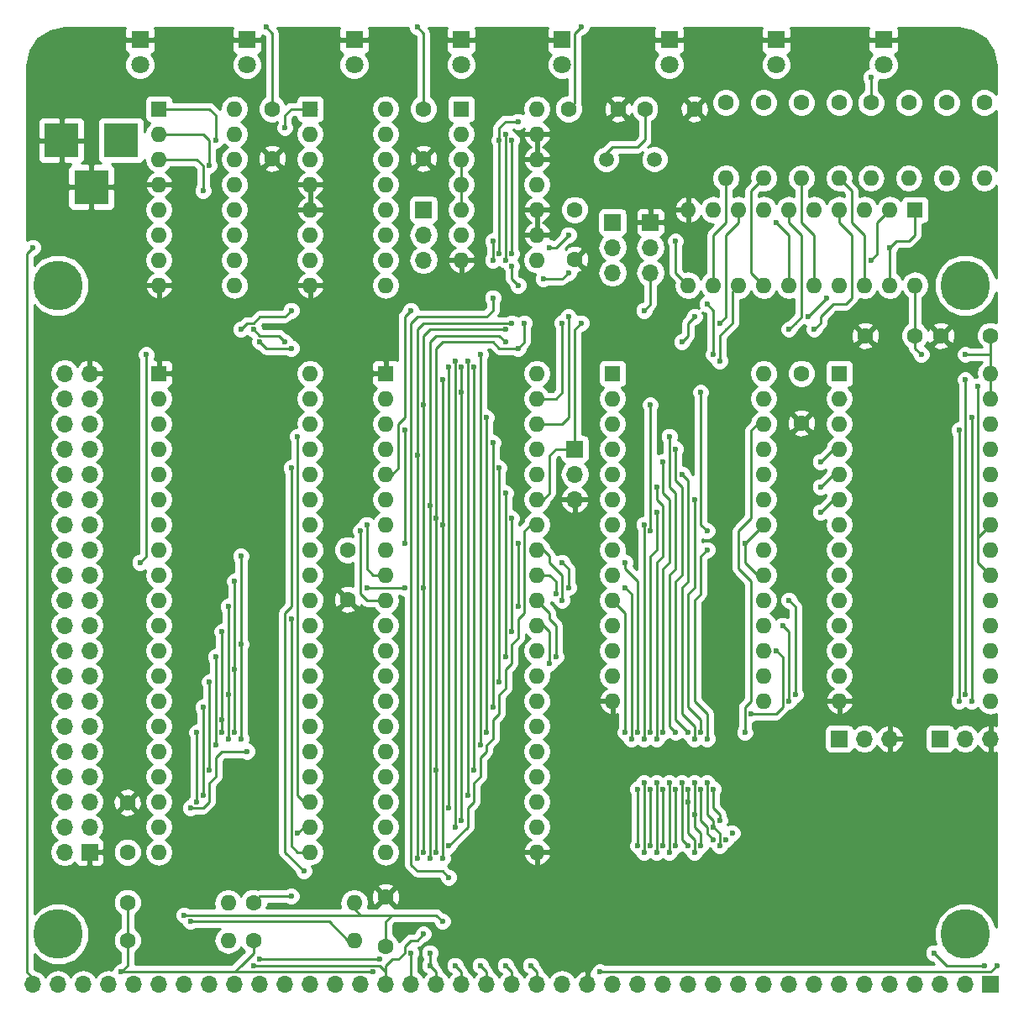
<source format=gbl>
G04 #@! TF.FileFunction,Copper,L2,Bot,Signal*
%FSLAX46Y46*%
G04 Gerber Fmt 4.6, Leading zero omitted, Abs format (unit mm)*
G04 Created by KiCad (PCBNEW 4.0.7) date 11/10/19 20:34:03*
%MOMM*%
%LPD*%
G01*
G04 APERTURE LIST*
%ADD10C,0.100000*%
%ADD11R,1.600000X1.600000*%
%ADD12O,1.600000X1.600000*%
%ADD13R,1.700000X1.700000*%
%ADD14O,1.700000X1.700000*%
%ADD15R,3.500000X3.500000*%
%ADD16C,5.000000*%
%ADD17C,1.600000*%
%ADD18C,1.500000*%
%ADD19R,1.800000X1.800000*%
%ADD20C,1.800000*%
%ADD21C,0.600000*%
%ADD22C,0.250000*%
%ADD23C,0.254000*%
G04 APERTURE END LIST*
D10*
D11*
X182880000Y-83820000D03*
D12*
X198120000Y-116840000D03*
X182880000Y-86360000D03*
X198120000Y-114300000D03*
X182880000Y-88900000D03*
X198120000Y-111760000D03*
X182880000Y-91440000D03*
X198120000Y-109220000D03*
X182880000Y-93980000D03*
X198120000Y-106680000D03*
X182880000Y-96520000D03*
X198120000Y-104140000D03*
X182880000Y-99060000D03*
X198120000Y-101600000D03*
X182880000Y-101600000D03*
X198120000Y-99060000D03*
X182880000Y-104140000D03*
X198120000Y-96520000D03*
X182880000Y-106680000D03*
X198120000Y-93980000D03*
X182880000Y-109220000D03*
X198120000Y-91440000D03*
X182880000Y-111760000D03*
X198120000Y-88900000D03*
X182880000Y-114300000D03*
X198120000Y-86360000D03*
X182880000Y-116840000D03*
X198120000Y-83820000D03*
D13*
X198120000Y-145415000D03*
D14*
X195580000Y-145415000D03*
X193040000Y-145415000D03*
X190500000Y-145415000D03*
X187960000Y-145415000D03*
X185420000Y-145415000D03*
X182880000Y-145415000D03*
X180340000Y-145415000D03*
X177800000Y-145415000D03*
X175260000Y-145415000D03*
X172720000Y-145415000D03*
X170180000Y-145415000D03*
X167640000Y-145415000D03*
X165100000Y-145415000D03*
X162560000Y-145415000D03*
X160020000Y-145415000D03*
X157480000Y-145415000D03*
X154940000Y-145415000D03*
X152400000Y-145415000D03*
X149860000Y-145415000D03*
X147320000Y-145415000D03*
X144780000Y-145415000D03*
X142240000Y-145415000D03*
X139700000Y-145415000D03*
X137160000Y-145415000D03*
X134620000Y-145415000D03*
X132080000Y-145415000D03*
X129540000Y-145415000D03*
X127000000Y-145415000D03*
X124460000Y-145415000D03*
X121920000Y-145415000D03*
X119380000Y-145415000D03*
X116840000Y-145415000D03*
X114300000Y-145415000D03*
X111760000Y-145415000D03*
X109220000Y-145415000D03*
X106680000Y-145415000D03*
X104140000Y-145415000D03*
X101600000Y-145415000D03*
D13*
X107315000Y-132080000D03*
D14*
X104775000Y-132080000D03*
X107315000Y-129540000D03*
X104775000Y-129540000D03*
X107315000Y-127000000D03*
X104775000Y-127000000D03*
X107315000Y-124460000D03*
X104775000Y-124460000D03*
X107315000Y-121920000D03*
X104775000Y-121920000D03*
X107315000Y-119380000D03*
X104775000Y-119380000D03*
X107315000Y-116840000D03*
X104775000Y-116840000D03*
X107315000Y-114300000D03*
X104775000Y-114300000D03*
X107315000Y-111760000D03*
X104775000Y-111760000D03*
X107315000Y-109220000D03*
X104775000Y-109220000D03*
X107315000Y-106680000D03*
X104775000Y-106680000D03*
X107315000Y-104140000D03*
X104775000Y-104140000D03*
X107315000Y-101600000D03*
X104775000Y-101600000D03*
X107315000Y-99060000D03*
X104775000Y-99060000D03*
X107315000Y-96520000D03*
X104775000Y-96520000D03*
X107315000Y-93980000D03*
X104775000Y-93980000D03*
X107315000Y-91440000D03*
X104775000Y-91440000D03*
X107315000Y-88900000D03*
X104775000Y-88900000D03*
X107315000Y-86360000D03*
X104775000Y-86360000D03*
X107315000Y-83820000D03*
X104775000Y-83820000D03*
D15*
X110490000Y-60325000D03*
X104490000Y-60325000D03*
X107490000Y-65025000D03*
D16*
X104140000Y-140335000D03*
X195580000Y-140335000D03*
X195580000Y-74930000D03*
X104140000Y-74930000D03*
D17*
X133350000Y-101600000D03*
X133350000Y-106600000D03*
X179070000Y-83820000D03*
X179070000Y-88820000D03*
X198120000Y-80010000D03*
X193120000Y-80010000D03*
X155575000Y-57150000D03*
X160575000Y-57150000D03*
X140970000Y-57150000D03*
X140970000Y-62150000D03*
X111125000Y-132080000D03*
X111125000Y-127080000D03*
X125730000Y-57150000D03*
X125730000Y-62150000D03*
X190500000Y-80010000D03*
X185500000Y-80010000D03*
X168275000Y-57150000D03*
X163275000Y-57150000D03*
X123825000Y-140970000D03*
D12*
X133985000Y-140970000D03*
D17*
X111125000Y-140970000D03*
D12*
X121285000Y-140970000D03*
D17*
X111125000Y-137160000D03*
D12*
X121285000Y-137160000D03*
D11*
X137160000Y-83820000D03*
D12*
X152400000Y-132080000D03*
X137160000Y-86360000D03*
X152400000Y-129540000D03*
X137160000Y-88900000D03*
X152400000Y-127000000D03*
X137160000Y-91440000D03*
X152400000Y-124460000D03*
X137160000Y-93980000D03*
X152400000Y-121920000D03*
X137160000Y-96520000D03*
X152400000Y-119380000D03*
X137160000Y-99060000D03*
X152400000Y-116840000D03*
X137160000Y-101600000D03*
X152400000Y-114300000D03*
X137160000Y-104140000D03*
X152400000Y-111760000D03*
X137160000Y-106680000D03*
X152400000Y-109220000D03*
X137160000Y-109220000D03*
X152400000Y-106680000D03*
X137160000Y-111760000D03*
X152400000Y-104140000D03*
X137160000Y-114300000D03*
X152400000Y-101600000D03*
X137160000Y-116840000D03*
X152400000Y-99060000D03*
X137160000Y-119380000D03*
X152400000Y-96520000D03*
X137160000Y-121920000D03*
X152400000Y-93980000D03*
X137160000Y-124460000D03*
X152400000Y-91440000D03*
X137160000Y-127000000D03*
X152400000Y-88900000D03*
X137160000Y-129540000D03*
X152400000Y-86360000D03*
X137160000Y-132080000D03*
X152400000Y-83820000D03*
D11*
X160020000Y-83820000D03*
D12*
X175260000Y-116840000D03*
X160020000Y-86360000D03*
X175260000Y-114300000D03*
X160020000Y-88900000D03*
X175260000Y-111760000D03*
X160020000Y-91440000D03*
X175260000Y-109220000D03*
X160020000Y-93980000D03*
X175260000Y-106680000D03*
X160020000Y-96520000D03*
X175260000Y-104140000D03*
X160020000Y-99060000D03*
X175260000Y-101600000D03*
X160020000Y-101600000D03*
X175260000Y-99060000D03*
X160020000Y-104140000D03*
X175260000Y-96520000D03*
X160020000Y-106680000D03*
X175260000Y-93980000D03*
X160020000Y-109220000D03*
X175260000Y-91440000D03*
X160020000Y-111760000D03*
X175260000Y-88900000D03*
X160020000Y-114300000D03*
X175260000Y-86360000D03*
X160020000Y-116840000D03*
X175260000Y-83820000D03*
D13*
X182880000Y-120650000D03*
D14*
X185420000Y-120650000D03*
X187960000Y-120650000D03*
D13*
X193040000Y-120650000D03*
D14*
X195580000Y-120650000D03*
X198120000Y-120650000D03*
D13*
X156210000Y-91440000D03*
D14*
X156210000Y-93980000D03*
X156210000Y-96520000D03*
D13*
X160020000Y-68580000D03*
D14*
X160020000Y-71120000D03*
X160020000Y-73660000D03*
D11*
X129540000Y-57150000D03*
D12*
X137160000Y-74930000D03*
X129540000Y-59690000D03*
X137160000Y-72390000D03*
X129540000Y-62230000D03*
X137160000Y-69850000D03*
X129540000Y-64770000D03*
X137160000Y-67310000D03*
X129540000Y-67310000D03*
X137160000Y-64770000D03*
X129540000Y-69850000D03*
X137160000Y-62230000D03*
X129540000Y-72390000D03*
X137160000Y-59690000D03*
X129540000Y-74930000D03*
X137160000Y-57150000D03*
D11*
X114300000Y-83820000D03*
D12*
X129540000Y-132080000D03*
X114300000Y-86360000D03*
X129540000Y-129540000D03*
X114300000Y-88900000D03*
X129540000Y-127000000D03*
X114300000Y-91440000D03*
X129540000Y-124460000D03*
X114300000Y-93980000D03*
X129540000Y-121920000D03*
X114300000Y-96520000D03*
X129540000Y-119380000D03*
X114300000Y-99060000D03*
X129540000Y-116840000D03*
X114300000Y-101600000D03*
X129540000Y-114300000D03*
X114300000Y-104140000D03*
X129540000Y-111760000D03*
X114300000Y-106680000D03*
X129540000Y-109220000D03*
X114300000Y-109220000D03*
X129540000Y-106680000D03*
X114300000Y-111760000D03*
X129540000Y-104140000D03*
X114300000Y-114300000D03*
X129540000Y-101600000D03*
X114300000Y-116840000D03*
X129540000Y-99060000D03*
X114300000Y-119380000D03*
X129540000Y-96520000D03*
X114300000Y-121920000D03*
X129540000Y-93980000D03*
X114300000Y-124460000D03*
X129540000Y-91440000D03*
X114300000Y-127000000D03*
X129540000Y-88900000D03*
X114300000Y-129540000D03*
X129540000Y-86360000D03*
X114300000Y-132080000D03*
X129540000Y-83820000D03*
D18*
X159385000Y-62230000D03*
X164265000Y-62230000D03*
D17*
X123825000Y-137160000D03*
D12*
X133985000Y-137160000D03*
D17*
X137160000Y-141605000D03*
X137160000Y-136605000D03*
D11*
X114300000Y-57150000D03*
D12*
X121920000Y-74930000D03*
X114300000Y-59690000D03*
X121920000Y-72390000D03*
X114300000Y-62230000D03*
X121920000Y-69850000D03*
X114300000Y-64770000D03*
X121920000Y-67310000D03*
X114300000Y-67310000D03*
X121920000Y-64770000D03*
X114300000Y-69850000D03*
X121920000Y-62230000D03*
X114300000Y-72390000D03*
X121920000Y-59690000D03*
X114300000Y-74930000D03*
X121920000Y-57150000D03*
D17*
X156210000Y-67310000D03*
X156210000Y-72310000D03*
D13*
X163830000Y-68580000D03*
D14*
X163830000Y-71120000D03*
X163830000Y-73660000D03*
D11*
X190500000Y-67310000D03*
D12*
X167640000Y-74930000D03*
X187960000Y-67310000D03*
X170180000Y-74930000D03*
X185420000Y-67310000D03*
X172720000Y-74930000D03*
X182880000Y-67310000D03*
X175260000Y-74930000D03*
X180340000Y-67310000D03*
X177800000Y-74930000D03*
X177800000Y-67310000D03*
X180340000Y-74930000D03*
X175260000Y-67310000D03*
X182880000Y-74930000D03*
X172720000Y-67310000D03*
X185420000Y-74930000D03*
X170180000Y-67310000D03*
X187960000Y-74930000D03*
X167640000Y-67310000D03*
X190500000Y-74930000D03*
D19*
X144780000Y-50165000D03*
D20*
X144780000Y-52705000D03*
D19*
X133985000Y-50165000D03*
D20*
X133985000Y-52705000D03*
D19*
X123190000Y-50165000D03*
D20*
X123190000Y-52705000D03*
D19*
X112395000Y-50165000D03*
D20*
X112395000Y-52705000D03*
D19*
X187325000Y-50165000D03*
D20*
X187325000Y-52705000D03*
D19*
X176530000Y-50165000D03*
D20*
X176530000Y-52705000D03*
D19*
X165735000Y-50165000D03*
D20*
X165735000Y-52705000D03*
D19*
X154940000Y-50165000D03*
D20*
X154940000Y-52705000D03*
D17*
X171450000Y-56515000D03*
D12*
X171450000Y-64135000D03*
D17*
X175260000Y-56515000D03*
D12*
X175260000Y-64135000D03*
D17*
X179070000Y-56515000D03*
D12*
X179070000Y-64135000D03*
D17*
X182880000Y-56515000D03*
D12*
X182880000Y-64135000D03*
D17*
X186055000Y-56515000D03*
D12*
X186055000Y-64135000D03*
D17*
X189865000Y-56515000D03*
D12*
X189865000Y-64135000D03*
D17*
X193675000Y-56515000D03*
D12*
X193675000Y-64135000D03*
D17*
X197485000Y-56515000D03*
D12*
X197485000Y-64135000D03*
D11*
X144780000Y-57150000D03*
D12*
X152400000Y-72390000D03*
X144780000Y-59690000D03*
X152400000Y-69850000D03*
X144780000Y-62230000D03*
X152400000Y-67310000D03*
X144780000Y-64770000D03*
X152400000Y-64770000D03*
X144780000Y-67310000D03*
X152400000Y-62230000D03*
X144780000Y-69850000D03*
X152400000Y-59690000D03*
X144780000Y-72390000D03*
X152400000Y-57150000D03*
D13*
X140970000Y-67310000D03*
D14*
X140970000Y-69850000D03*
X140970000Y-72390000D03*
D21*
X139065000Y-89535000D03*
X156845000Y-78740000D03*
X163195000Y-77470000D03*
X198755000Y-143510000D03*
X139065000Y-100965000D03*
X191135000Y-81915000D03*
X195580000Y-81915000D03*
X128270000Y-130175000D03*
X127635000Y-136525000D03*
X196215000Y-88265000D03*
X156845000Y-48895000D03*
X140335000Y-48895000D03*
X125095000Y-48895000D03*
X196215000Y-116840000D03*
X158750000Y-144145000D03*
X135890000Y-144145000D03*
X110490000Y-144145000D03*
X197485000Y-143510000D03*
X192405000Y-142240000D03*
X146685000Y-121285000D03*
X146685000Y-81915000D03*
X146050000Y-83185000D03*
X146050000Y-123825000D03*
X170815000Y-128905000D03*
X170180000Y-125730000D03*
X173355000Y-120015000D03*
X127000000Y-59055000D03*
X145415000Y-126365000D03*
X145415000Y-82550000D03*
X172085000Y-130175000D03*
X123825000Y-79375000D03*
X127000000Y-80645000D03*
X118745000Y-65405000D03*
X144780000Y-83185000D03*
X144780000Y-128905000D03*
X144780000Y-85725000D03*
X171450000Y-130810000D03*
X170180000Y-130810000D03*
X168910000Y-120015000D03*
X168910000Y-125730000D03*
X168275000Y-96520000D03*
X124460000Y-80645000D03*
X144145000Y-129540000D03*
X127635000Y-81280000D03*
X144145000Y-82550000D03*
X119380000Y-62865000D03*
X169545000Y-101600000D03*
X170815000Y-131445000D03*
X169545000Y-120650000D03*
X169545000Y-125095000D03*
X170180000Y-129540000D03*
X143510000Y-83185000D03*
X143510000Y-127635000D03*
X120015000Y-60325000D03*
X168910000Y-131445000D03*
X167005000Y-93980000D03*
X168275000Y-128270000D03*
X168275000Y-125095000D03*
X168275000Y-120650000D03*
X168275000Y-132080000D03*
X166370000Y-91440000D03*
X167640000Y-127000000D03*
X167640000Y-125730000D03*
X167640000Y-120015000D03*
X147320000Y-88265000D03*
X147320000Y-120015000D03*
X167640000Y-131445000D03*
X165735000Y-90170000D03*
X167005000Y-125095000D03*
X166370000Y-120015000D03*
X147955000Y-90805000D03*
X166370000Y-131445000D03*
X166370000Y-125730000D03*
X165100000Y-92710000D03*
X165100000Y-120015000D03*
X147955000Y-117475000D03*
X180975000Y-92710000D03*
X148590000Y-93345000D03*
X164465000Y-120650000D03*
X164465000Y-95250000D03*
X165735000Y-125095000D03*
X165735000Y-132080000D03*
X148590000Y-114935000D03*
X180975000Y-95250000D03*
X149225000Y-95885000D03*
X165100000Y-131445000D03*
X165100000Y-125730000D03*
X163830000Y-120015000D03*
X164465000Y-97790000D03*
X149225000Y-112395000D03*
X180975000Y-97790000D03*
X149860000Y-98425000D03*
X164465000Y-132080000D03*
X164465000Y-125095000D03*
X163195000Y-120650000D03*
X163195000Y-99060000D03*
X149860000Y-109855000D03*
X150495000Y-100965000D03*
X163830000Y-131445000D03*
X163830000Y-125730000D03*
X162560000Y-120015000D03*
X161290000Y-102870000D03*
X150495000Y-107315000D03*
X134620000Y-99695000D03*
X163195000Y-132080000D03*
X163195000Y-125095000D03*
X161925000Y-120650000D03*
X161290000Y-105410000D03*
X154940000Y-102870000D03*
X155575000Y-105410000D03*
X135255000Y-99060000D03*
X162560000Y-131445000D03*
X161290000Y-120015000D03*
X162560000Y-125730000D03*
X149225000Y-80645000D03*
X177800000Y-79375000D03*
X141605000Y-142240000D03*
X141605000Y-132715000D03*
X141605000Y-97155000D03*
X136525000Y-142875000D03*
X141605000Y-143510000D03*
X124460000Y-142875000D03*
X170815000Y-82550000D03*
X163830000Y-99695000D03*
X163830000Y-86995000D03*
X127635000Y-108585000D03*
X139700000Y-142240000D03*
X143510000Y-131445000D03*
X122555000Y-120650000D03*
X122555000Y-111125000D03*
X154940000Y-106680000D03*
X122555000Y-102235000D03*
X121920000Y-104775000D03*
X121920000Y-120015000D03*
X121920000Y-113665000D03*
X154305000Y-106045000D03*
X154305000Y-112395000D03*
X121285000Y-120650000D03*
X121285000Y-116205000D03*
X121285000Y-107315000D03*
X120650000Y-120015000D03*
X120650000Y-118745000D03*
X153670000Y-113030000D03*
X120650000Y-109855000D03*
X120015000Y-121285000D03*
X120015000Y-112395000D03*
X173990000Y-118110000D03*
X176530000Y-111760000D03*
X119380000Y-114935000D03*
X119380000Y-123825000D03*
X118745000Y-117475000D03*
X118745000Y-126365000D03*
X177165000Y-109220000D03*
X177800000Y-116840000D03*
X118110000Y-127000000D03*
X177800000Y-106680000D03*
X178435000Y-116205000D03*
X118110000Y-120015000D03*
X194945000Y-89535000D03*
X194945000Y-116840000D03*
X195580000Y-84455000D03*
X195580000Y-116205000D03*
X149860000Y-60325000D03*
X149860000Y-71755000D03*
X149860000Y-73025000D03*
X150495000Y-74930000D03*
X151130000Y-78740000D03*
X150495000Y-81280000D03*
X142240000Y-132080000D03*
X146685000Y-143510000D03*
X168275000Y-78105000D03*
X167005000Y-80645000D03*
X123190000Y-121920000D03*
X117475000Y-127635000D03*
X142240000Y-98425000D03*
X142240000Y-123825000D03*
X139065000Y-105410000D03*
X135255000Y-105410000D03*
X140970000Y-105410000D03*
X149225000Y-79375000D03*
X186055000Y-72390000D03*
X179705000Y-78105000D03*
X181610000Y-76200000D03*
X140970000Y-86995000D03*
X140970000Y-132080000D03*
X140970000Y-140335000D03*
X123825000Y-143510000D03*
X128905000Y-133985000D03*
X127635000Y-93345000D03*
X148590000Y-60325000D03*
X150495000Y-58420000D03*
X148590000Y-71755000D03*
X176530000Y-68580000D03*
X139700000Y-77470000D03*
X101600000Y-71120000D03*
X166370000Y-70485000D03*
X155575000Y-69850000D03*
X153670000Y-71120000D03*
X169545000Y-76835000D03*
X170180000Y-81915000D03*
X168910000Y-85725000D03*
X173355000Y-100965000D03*
X169545000Y-99695000D03*
X155575000Y-73660000D03*
X149225000Y-59690000D03*
X149225000Y-72390000D03*
X153035000Y-74295000D03*
X196850000Y-85090000D03*
X122555000Y-79375000D03*
X128270000Y-90170000D03*
X127635000Y-77470000D03*
X155575000Y-78105000D03*
X187960000Y-71120000D03*
X149225000Y-143510000D03*
X180340000Y-79375000D03*
X116840000Y-138430000D03*
X142875000Y-139065000D03*
X142875000Y-132715000D03*
X142875000Y-99060000D03*
X142875000Y-84455000D03*
X186055000Y-53975000D03*
X117475000Y-139065000D03*
X149860000Y-78740000D03*
X170815000Y-78740000D03*
X140335000Y-92075000D03*
X140335000Y-132715000D03*
X144145000Y-143510000D03*
X154940000Y-78740000D03*
X113030000Y-81915000D03*
X112395000Y-102870000D03*
X147955000Y-70485000D03*
X147955000Y-72390000D03*
X147955000Y-76200000D03*
X151765000Y-143510000D03*
X143510000Y-134620000D03*
D22*
X163830000Y-73660000D02*
X163830000Y-74930000D01*
X156210000Y-79375000D02*
X156210000Y-91440000D01*
X156210000Y-79375000D02*
X156845000Y-78740000D01*
X163830000Y-76835000D02*
X163195000Y-77470000D01*
X163830000Y-74930000D02*
X163830000Y-76835000D01*
X139065000Y-89535000D02*
X139065000Y-100965000D01*
X190500000Y-74930000D02*
X190500000Y-80010000D01*
X190500000Y-80010000D02*
X190500000Y-81280000D01*
X190500000Y-81280000D02*
X191135000Y-81915000D01*
X195580000Y-81915000D02*
X198120000Y-81915000D01*
X129540000Y-129540000D02*
X128905000Y-129540000D01*
X128905000Y-129540000D02*
X128270000Y-130175000D01*
X123825000Y-137160000D02*
X124460000Y-136525000D01*
X124460000Y-136525000D02*
X127635000Y-136525000D01*
X110490000Y-144145000D02*
X111125000Y-143510000D01*
X111125000Y-143510000D02*
X111125000Y-140970000D01*
X111125000Y-137160000D02*
X111125000Y-140970000D01*
X155575000Y-57150000D02*
X156210000Y-56515000D01*
X156210000Y-49530000D02*
X156845000Y-48895000D01*
X156210000Y-55245000D02*
X156210000Y-49530000D01*
X156210000Y-56515000D02*
X156210000Y-55245000D01*
X140970000Y-57150000D02*
X140970000Y-49530000D01*
X140970000Y-49530000D02*
X140335000Y-48895000D01*
X125730000Y-57150000D02*
X125730000Y-49530000D01*
X125730000Y-49530000D02*
X125095000Y-48895000D01*
X198120000Y-83820000D02*
X198120000Y-81915000D01*
X198120000Y-81915000D02*
X198120000Y-80010000D01*
X152400000Y-96520000D02*
X153035000Y-96520000D01*
X153035000Y-96520000D02*
X153670000Y-95885000D01*
X153670000Y-95885000D02*
X153670000Y-92075000D01*
X153670000Y-92075000D02*
X154305000Y-91440000D01*
X154305000Y-91440000D02*
X156210000Y-91440000D01*
X193675000Y-144145000D02*
X158750000Y-144145000D01*
X198755000Y-143510000D02*
X198120000Y-144145000D01*
X198120000Y-144145000D02*
X193675000Y-144145000D01*
X196215000Y-116840000D02*
X196215000Y-88265000D01*
X132080000Y-144145000D02*
X135890000Y-144145000D01*
X121920000Y-144145000D02*
X132080000Y-144145000D01*
X121920000Y-144145000D02*
X122555000Y-143510000D01*
X110490000Y-144145000D02*
X121920000Y-144145000D01*
X198120000Y-83820000D02*
X198120000Y-86360000D01*
X123825000Y-140970000D02*
X123825000Y-142240000D01*
X123825000Y-142240000D02*
X122555000Y-143510000D01*
X197485000Y-143510000D02*
X193675000Y-143510000D01*
X193675000Y-143510000D02*
X192405000Y-142240000D01*
X146685000Y-121285000D02*
X146685000Y-93980000D01*
X146685000Y-81915000D02*
X146685000Y-93980000D01*
X146050000Y-123825000D02*
X146050000Y-93345000D01*
X146050000Y-83185000D02*
X146050000Y-93345000D01*
X173990000Y-104775000D02*
X172720000Y-103505000D01*
X172720000Y-99695000D02*
X173990000Y-98425000D01*
X172720000Y-103505000D02*
X172720000Y-99695000D01*
X173990000Y-89535000D02*
X174625000Y-88900000D01*
X173990000Y-98425000D02*
X173990000Y-89535000D01*
X174625000Y-88900000D02*
X175260000Y-88900000D01*
X170180000Y-127635000D02*
X170815000Y-128270000D01*
X170815000Y-128270000D02*
X170815000Y-128905000D01*
X173990000Y-104775000D02*
X173990000Y-116840000D01*
X173990000Y-116840000D02*
X173355000Y-117475000D01*
X173355000Y-117475000D02*
X173355000Y-119380000D01*
X173355000Y-119380000D02*
X173355000Y-120015000D01*
X170180000Y-125730000D02*
X170180000Y-127635000D01*
X129540000Y-57150000D02*
X127635000Y-57150000D01*
X127635000Y-57150000D02*
X127000000Y-57785000D01*
X127000000Y-57785000D02*
X127000000Y-59055000D01*
X145415000Y-126365000D02*
X145415000Y-93345000D01*
X145415000Y-82550000D02*
X145415000Y-93345000D01*
X129540000Y-57150000D02*
X130175000Y-57150000D01*
X175260000Y-88900000D02*
X174625000Y-88900000D01*
X124460000Y-80010000D02*
X125730000Y-80010000D01*
X123825000Y-79375000D02*
X124460000Y-80010000D01*
X125730000Y-80010000D02*
X126365000Y-80010000D01*
X126365000Y-80010000D02*
X127000000Y-80645000D01*
X114300000Y-62230000D02*
X118110000Y-62230000D01*
X118745000Y-62865000D02*
X118745000Y-65405000D01*
X118110000Y-62230000D02*
X118745000Y-62865000D01*
X144780000Y-83185000D02*
X144780000Y-85725000D01*
X144780000Y-93345000D02*
X144780000Y-85725000D01*
X144780000Y-128905000D02*
X144780000Y-93345000D01*
X182880000Y-86360000D02*
X183515000Y-86360000D01*
X168910000Y-128905000D02*
X169545000Y-129540000D01*
X169545000Y-130175000D02*
X169545000Y-129540000D01*
X169545000Y-130175000D02*
X170180000Y-130810000D01*
X168910000Y-125730000D02*
X168910000Y-128905000D01*
X168275000Y-105410000D02*
X168275000Y-96520000D01*
X168275000Y-105410000D02*
X167640000Y-106045000D01*
X167640000Y-106045000D02*
X167640000Y-117475000D01*
X167640000Y-117475000D02*
X168910000Y-118745000D01*
X168910000Y-118745000D02*
X168910000Y-120015000D01*
X124460000Y-80645000D02*
X125095000Y-81280000D01*
X126365000Y-81280000D02*
X125095000Y-81280000D01*
X144145000Y-83185000D02*
X144145000Y-93980000D01*
X144145000Y-83185000D02*
X144145000Y-82550000D01*
X144145000Y-129540000D02*
X144145000Y-93980000D01*
X126365000Y-81280000D02*
X127635000Y-81280000D01*
X114300000Y-59690000D02*
X118745000Y-59690000D01*
X119380000Y-60325000D02*
X119380000Y-62865000D01*
X118745000Y-59690000D02*
X119380000Y-60325000D01*
X168910000Y-102235000D02*
X169545000Y-101600000D01*
X170815000Y-130175000D02*
X170180000Y-129540000D01*
X170815000Y-131445000D02*
X170815000Y-130175000D01*
X169545000Y-128270000D02*
X170180000Y-128905000D01*
X168910000Y-106045000D02*
X168910000Y-102235000D01*
X168910000Y-106045000D02*
X168275000Y-106680000D01*
X168275000Y-106680000D02*
X168275000Y-116840000D01*
X168275000Y-116840000D02*
X169545000Y-118110000D01*
X169545000Y-118110000D02*
X169545000Y-120650000D01*
X169545000Y-125095000D02*
X169545000Y-128270000D01*
X170180000Y-128905000D02*
X170180000Y-129540000D01*
X143510000Y-83185000D02*
X143510000Y-83820000D01*
X143510000Y-83820000D02*
X143510000Y-93980000D01*
X143510000Y-93980000D02*
X143510000Y-127635000D01*
X119380000Y-57150000D02*
X120015000Y-57785000D01*
X120015000Y-57785000D02*
X120015000Y-60325000D01*
X119380000Y-57150000D02*
X114300000Y-57150000D01*
X168275000Y-128270000D02*
X168275000Y-129540000D01*
X168910000Y-130175000D02*
X168910000Y-131445000D01*
X168275000Y-129540000D02*
X168910000Y-130175000D01*
X168275000Y-128270000D02*
X168275000Y-125095000D01*
X168275000Y-119380000D02*
X168275000Y-120650000D01*
X167005000Y-118110000D02*
X168275000Y-119380000D01*
X167005000Y-105410000D02*
X167005000Y-118110000D01*
X167640000Y-104775000D02*
X167005000Y-105410000D01*
X167640000Y-94615000D02*
X167640000Y-104775000D01*
X167640000Y-94615000D02*
X167005000Y-93980000D01*
X167640000Y-127000000D02*
X167640000Y-130175000D01*
X168275000Y-130810000D02*
X168275000Y-132080000D01*
X167640000Y-130175000D02*
X168275000Y-130810000D01*
X167005000Y-95250000D02*
X167005000Y-104140000D01*
X166370000Y-94615000D02*
X167005000Y-95250000D01*
X166370000Y-94615000D02*
X166370000Y-91440000D01*
X167640000Y-127000000D02*
X167640000Y-125730000D01*
X166370000Y-118745000D02*
X167640000Y-120015000D01*
X166370000Y-104775000D02*
X166370000Y-118745000D01*
X167005000Y-104140000D02*
X166370000Y-104775000D01*
X167005000Y-130175000D02*
X167005000Y-130810000D01*
X167005000Y-130810000D02*
X167640000Y-131445000D01*
X147320000Y-97790000D02*
X147320000Y-120015000D01*
X147320000Y-97790000D02*
X147320000Y-88265000D01*
X167005000Y-127635000D02*
X167005000Y-130175000D01*
X167005000Y-127635000D02*
X167005000Y-125095000D01*
X165735000Y-90170000D02*
X165735000Y-95250000D01*
X166370000Y-95885000D02*
X165735000Y-95250000D01*
X166370000Y-103505000D02*
X166370000Y-95885000D01*
X165735000Y-104140000D02*
X166370000Y-103505000D01*
X165735000Y-119380000D02*
X165735000Y-104140000D01*
X166370000Y-120015000D02*
X165735000Y-119380000D01*
X147955000Y-98425000D02*
X147955000Y-90805000D01*
X166370000Y-130810000D02*
X166370000Y-131445000D01*
X166370000Y-128270000D02*
X166370000Y-130810000D01*
X166370000Y-128270000D02*
X166370000Y-125730000D01*
X165100000Y-92710000D02*
X165100000Y-95885000D01*
X165735000Y-96520000D02*
X165100000Y-95885000D01*
X165735000Y-102870000D02*
X165735000Y-96520000D01*
X165100000Y-103505000D02*
X165735000Y-102870000D01*
X165100000Y-120015000D02*
X165100000Y-103505000D01*
X147955000Y-98425000D02*
X147955000Y-117475000D01*
X180975000Y-92710000D02*
X182245000Y-91440000D01*
X182245000Y-91440000D02*
X182880000Y-91440000D01*
X148590000Y-99060000D02*
X148590000Y-93345000D01*
X164465000Y-120650000D02*
X164465000Y-102870000D01*
X164465000Y-102870000D02*
X165100000Y-102235000D01*
X165100000Y-102235000D02*
X165100000Y-97155000D01*
X165100000Y-97155000D02*
X164465000Y-96520000D01*
X164465000Y-95250000D02*
X164465000Y-96520000D01*
X165735000Y-132080000D02*
X165735000Y-125095000D01*
X148590000Y-99060000D02*
X148590000Y-114935000D01*
X180975000Y-95250000D02*
X182245000Y-93980000D01*
X182245000Y-93980000D02*
X182880000Y-93980000D01*
X149225000Y-99695000D02*
X149225000Y-95885000D01*
X165100000Y-131445000D02*
X165100000Y-125730000D01*
X163830000Y-120015000D02*
X163830000Y-107950000D01*
X163830000Y-107950000D02*
X163830000Y-102235000D01*
X163830000Y-102235000D02*
X164465000Y-101600000D01*
X164465000Y-101600000D02*
X164465000Y-97790000D01*
X149225000Y-99695000D02*
X149225000Y-112395000D01*
X180975000Y-97790000D02*
X182245000Y-96520000D01*
X182245000Y-96520000D02*
X182880000Y-96520000D01*
X149860000Y-100330000D02*
X149860000Y-98425000D01*
X164465000Y-132080000D02*
X164465000Y-125095000D01*
X163195000Y-120650000D02*
X163195000Y-99060000D01*
X149860000Y-109855000D02*
X149860000Y-100330000D01*
X163830000Y-131445000D02*
X163830000Y-125730000D01*
X162560000Y-120015000D02*
X162560000Y-104775000D01*
X162560000Y-104775000D02*
X161290000Y-103505000D01*
X161290000Y-103505000D02*
X161290000Y-102870000D01*
X150495000Y-100965000D02*
X150495000Y-107315000D01*
X137160000Y-106680000D02*
X135255000Y-106680000D01*
X135255000Y-106680000D02*
X134620000Y-106045000D01*
X134620000Y-106045000D02*
X134620000Y-99695000D01*
X163195000Y-132080000D02*
X163195000Y-125095000D01*
X161925000Y-120650000D02*
X161925000Y-106045000D01*
X161925000Y-106045000D02*
X161290000Y-105410000D01*
X155575000Y-103505000D02*
X154940000Y-102870000D01*
X137160000Y-104140000D02*
X135890000Y-104140000D01*
X135255000Y-99060000D02*
X135255000Y-103505000D01*
X135255000Y-103505000D02*
X135890000Y-104140000D01*
X161290000Y-107950000D02*
X160020000Y-106680000D01*
X161290000Y-120015000D02*
X161290000Y-107950000D01*
X162560000Y-131445000D02*
X162560000Y-125730000D01*
X155575000Y-105410000D02*
X155575000Y-103505000D01*
X179070000Y-75565000D02*
X179070000Y-78105000D01*
X179070000Y-78105000D02*
X178435000Y-78740000D01*
X148590000Y-80010000D02*
X149225000Y-80645000D01*
X142240000Y-80010000D02*
X148590000Y-80010000D01*
X141605000Y-81280000D02*
X141605000Y-80645000D01*
X141605000Y-81280000D02*
X141605000Y-97155000D01*
X141605000Y-80645000D02*
X142240000Y-80010000D01*
X177800000Y-79375000D02*
X178435000Y-78740000D01*
X177800000Y-67310000D02*
X177800000Y-68580000D01*
X179070000Y-69850000D02*
X179070000Y-75565000D01*
X177800000Y-68580000D02*
X179070000Y-69850000D01*
X141605000Y-97790000D02*
X141605000Y-97155000D01*
X141605000Y-132715000D02*
X141605000Y-97790000D01*
X141605000Y-143510000D02*
X141605000Y-142240000D01*
X142240000Y-144145000D02*
X141605000Y-143510000D01*
X124460000Y-142875000D02*
X136525000Y-142875000D01*
X142240000Y-145415000D02*
X142240000Y-144145000D01*
X172085000Y-76200000D02*
X172085000Y-75565000D01*
X172085000Y-75565000D02*
X172720000Y-74930000D01*
X172085000Y-78740000D02*
X172085000Y-76200000D01*
X172720000Y-75565000D02*
X172720000Y-74930000D01*
X171450000Y-79375000D02*
X170815000Y-80010000D01*
X170815000Y-80010000D02*
X170815000Y-82550000D01*
X175260000Y-86360000D02*
X175895000Y-86360000D01*
X163830000Y-99695000D02*
X163830000Y-86995000D01*
X172085000Y-78740000D02*
X171450000Y-79375000D01*
X129540000Y-132080000D02*
X128270000Y-132080000D01*
X127635000Y-131445000D02*
X127635000Y-108585000D01*
X128270000Y-132080000D02*
X127635000Y-131445000D01*
X146050000Y-127000000D02*
X145415000Y-127635000D01*
X145415000Y-127635000D02*
X145415000Y-129540000D01*
X147320000Y-121920000D02*
X146685000Y-122555000D01*
X146050000Y-125095000D02*
X146050000Y-125730000D01*
X146685000Y-124460000D02*
X146050000Y-125095000D01*
X146685000Y-122555000D02*
X146685000Y-124460000D01*
X150495000Y-110490000D02*
X149860000Y-111125000D01*
X147320000Y-121285000D02*
X147320000Y-121920000D01*
X147955000Y-120650000D02*
X147320000Y-121285000D01*
X147955000Y-118745000D02*
X147955000Y-120650000D01*
X148590000Y-118110000D02*
X147955000Y-118745000D01*
X148590000Y-116205000D02*
X148590000Y-118110000D01*
X149225000Y-115570000D02*
X148590000Y-116205000D01*
X149225000Y-113665000D02*
X149225000Y-115570000D01*
X149860000Y-113030000D02*
X149225000Y-113665000D01*
X149860000Y-111125000D02*
X149860000Y-113030000D01*
X146050000Y-127000000D02*
X146050000Y-125730000D01*
X145415000Y-129540000D02*
X143510000Y-131445000D01*
X139700000Y-145415000D02*
X139700000Y-142240000D01*
X150495000Y-108585000D02*
X151130000Y-107950000D01*
X150495000Y-110490000D02*
X150495000Y-108585000D01*
X151130000Y-99695000D02*
X151130000Y-107950000D01*
X151130000Y-99695000D02*
X151765000Y-99060000D01*
X152400000Y-99060000D02*
X151765000Y-99060000D01*
X154940000Y-104140000D02*
X153670000Y-102870000D01*
X153670000Y-102235000D02*
X153035000Y-101600000D01*
X153670000Y-102870000D02*
X153670000Y-102235000D01*
X153035000Y-101600000D02*
X152400000Y-101600000D01*
X154940000Y-106680000D02*
X154940000Y-104140000D01*
X159385000Y-109220000D02*
X160020000Y-109220000D01*
X122555000Y-120650000D02*
X122555000Y-111125000D01*
X122555000Y-111125000D02*
X122555000Y-102235000D01*
X121920000Y-104775000D02*
X121920000Y-113665000D01*
X121920000Y-120015000D02*
X121920000Y-113665000D01*
X153670000Y-104140000D02*
X152400000Y-104140000D01*
X154305000Y-106045000D02*
X154305000Y-104775000D01*
X154305000Y-104775000D02*
X153670000Y-104140000D01*
X152400000Y-106680000D02*
X153670000Y-107950000D01*
X153670000Y-108585000D02*
X154305000Y-109220000D01*
X153670000Y-107950000D02*
X153670000Y-108585000D01*
X121285000Y-120650000D02*
X121285000Y-116205000D01*
X154305000Y-112395000D02*
X154305000Y-109220000D01*
X121285000Y-116205000D02*
X121285000Y-107315000D01*
X153670000Y-109855000D02*
X153035000Y-109220000D01*
X153670000Y-113030000D02*
X153670000Y-109855000D01*
X153035000Y-109220000D02*
X152400000Y-109220000D01*
X120650000Y-120015000D02*
X120650000Y-118745000D01*
X120650000Y-118745000D02*
X120650000Y-109855000D01*
X120015000Y-120015000D02*
X120015000Y-121285000D01*
X120015000Y-120015000D02*
X120015000Y-112395000D01*
X175895000Y-118110000D02*
X173990000Y-118110000D01*
X176530000Y-118110000D02*
X177165000Y-117475000D01*
X177165000Y-117475000D02*
X177165000Y-112395000D01*
X177165000Y-112395000D02*
X176530000Y-111760000D01*
X175895000Y-118110000D02*
X176530000Y-118110000D01*
X119380000Y-114935000D02*
X119380000Y-116205000D01*
X119380000Y-120015000D02*
X119380000Y-123825000D01*
X119380000Y-120015000D02*
X119380000Y-116205000D01*
X175260000Y-111760000D02*
X175895000Y-111760000D01*
X118745000Y-117475000D02*
X118745000Y-118745000D01*
X118745000Y-120650000D02*
X118745000Y-125095000D01*
X118745000Y-125095000D02*
X118745000Y-126365000D01*
X118745000Y-120650000D02*
X118745000Y-118745000D01*
X177800000Y-109855000D02*
X177165000Y-109220000D01*
X177800000Y-116840000D02*
X177800000Y-109855000D01*
X178435000Y-107315000D02*
X177800000Y-106680000D01*
X178435000Y-116205000D02*
X178435000Y-107315000D01*
X118110000Y-120015000D02*
X118110000Y-125730000D01*
X118110000Y-127000000D02*
X118110000Y-125730000D01*
X194945000Y-116840000D02*
X194945000Y-89535000D01*
X195580000Y-116205000D02*
X195580000Y-84455000D01*
X148590000Y-81280000D02*
X150495000Y-81280000D01*
X149860000Y-60325000D02*
X149860000Y-71755000D01*
X149860000Y-73025000D02*
X149860000Y-74295000D01*
X149860000Y-74295000D02*
X150495000Y-74930000D01*
X151130000Y-78740000D02*
X151130000Y-80645000D01*
X151130000Y-80645000D02*
X150495000Y-81280000D01*
X147320000Y-145415000D02*
X147320000Y-144145000D01*
X142240000Y-131445000D02*
X142240000Y-123825000D01*
X142240000Y-131445000D02*
X142240000Y-132080000D01*
X147320000Y-144145000D02*
X146685000Y-143510000D01*
X168275000Y-78105000D02*
X167640000Y-78740000D01*
X167640000Y-78740000D02*
X167640000Y-80010000D01*
X167640000Y-80010000D02*
X167005000Y-80645000D01*
X142240000Y-81280000D02*
X142875000Y-80645000D01*
X142875000Y-80645000D02*
X147955000Y-80645000D01*
X147955000Y-80645000D02*
X148590000Y-81280000D01*
X142240000Y-83185000D02*
X142240000Y-81280000D01*
X142240000Y-98425000D02*
X142240000Y-83185000D01*
X120650000Y-121920000D02*
X123190000Y-121920000D01*
X120015000Y-122555000D02*
X120650000Y-121920000D01*
X120015000Y-124460000D02*
X120015000Y-122555000D01*
X119380000Y-125095000D02*
X120015000Y-124460000D01*
X119380000Y-127000000D02*
X119380000Y-125095000D01*
X118745000Y-127635000D02*
X119380000Y-127000000D01*
X117475000Y-127635000D02*
X118745000Y-127635000D01*
X142240000Y-123825000D02*
X142240000Y-98425000D01*
X135255000Y-105410000D02*
X139065000Y-105410000D01*
X186690000Y-71120000D02*
X186690000Y-71755000D01*
X186690000Y-71755000D02*
X186055000Y-72390000D01*
X179705000Y-78105000D02*
X180340000Y-77470000D01*
X180340000Y-77470000D02*
X181610000Y-76200000D01*
X186690000Y-68580000D02*
X186690000Y-71120000D01*
X187960000Y-67310000D02*
X186690000Y-68580000D01*
X140970000Y-83185000D02*
X140970000Y-80010000D01*
X140970000Y-83185000D02*
X140970000Y-86995000D01*
X141605000Y-79375000D02*
X149225000Y-79375000D01*
X140970000Y-80010000D02*
X141605000Y-79375000D01*
X140970000Y-87630000D02*
X140970000Y-105410000D01*
X140970000Y-105410000D02*
X140970000Y-132080000D01*
X140970000Y-87630000D02*
X140970000Y-86995000D01*
X137160000Y-144145000D02*
X137160000Y-143510000D01*
X140335000Y-140970000D02*
X140970000Y-140335000D01*
X139700000Y-140970000D02*
X140335000Y-140970000D01*
X139065000Y-141605000D02*
X139700000Y-140970000D01*
X139065000Y-142240000D02*
X139065000Y-141605000D01*
X138430000Y-142875000D02*
X139065000Y-142240000D01*
X137795000Y-142875000D02*
X138430000Y-142875000D01*
X137160000Y-143510000D02*
X137795000Y-142875000D01*
X132715000Y-143510000D02*
X136525000Y-143510000D01*
X137160000Y-144145000D02*
X137160000Y-145415000D01*
X136525000Y-143510000D02*
X137160000Y-144145000D01*
X123825000Y-143510000D02*
X132715000Y-143510000D01*
X137160000Y-145415000D02*
X137160000Y-144780000D01*
X127000000Y-109220000D02*
X127000000Y-132080000D01*
X127000000Y-132080000D02*
X128905000Y-133985000D01*
X127000000Y-107950000D02*
X127635000Y-107315000D01*
X127635000Y-107315000D02*
X127635000Y-106680000D01*
X127000000Y-107950000D02*
X127000000Y-109220000D01*
X127635000Y-93345000D02*
X127635000Y-106680000D01*
X148590000Y-59055000D02*
X148590000Y-60325000D01*
X148590000Y-60325000D02*
X148590000Y-71755000D01*
X149225000Y-58420000D02*
X148590000Y-59055000D01*
X149225000Y-58420000D02*
X150495000Y-58420000D01*
X177800000Y-74930000D02*
X177800000Y-69850000D01*
X177800000Y-69850000D02*
X176530000Y-68580000D01*
X138430000Y-90170000D02*
X138430000Y-88900000D01*
X138430000Y-93345000D02*
X138430000Y-90170000D01*
X137795000Y-93980000D02*
X138430000Y-93345000D01*
X139065000Y-78105000D02*
X139700000Y-77470000D01*
X139065000Y-88265000D02*
X139065000Y-78105000D01*
X138430000Y-88900000D02*
X139065000Y-88265000D01*
X137160000Y-93980000D02*
X137795000Y-93980000D01*
X101600000Y-145415000D02*
X101600000Y-144780000D01*
X101600000Y-144780000D02*
X100965000Y-144145000D01*
X100965000Y-144145000D02*
X100965000Y-71755000D01*
X100965000Y-71755000D02*
X101600000Y-71120000D01*
X166370000Y-70485000D02*
X166370000Y-73660000D01*
X166370000Y-73660000D02*
X167640000Y-74930000D01*
X167640000Y-74930000D02*
X167640000Y-75565000D01*
X154305000Y-71120000D02*
X155575000Y-69850000D01*
X153670000Y-71120000D02*
X154305000Y-71120000D01*
X173355000Y-100965000D02*
X175260000Y-99060000D01*
X169545000Y-76835000D02*
X170180000Y-77470000D01*
X170180000Y-80010000D02*
X170180000Y-81915000D01*
X168910000Y-97155000D02*
X168910000Y-85725000D01*
X168910000Y-97155000D02*
X168910000Y-98425000D01*
X170180000Y-77470000D02*
X170180000Y-80010000D01*
X169545000Y-99695000D02*
X168910000Y-99060000D01*
X168910000Y-99060000D02*
X168910000Y-98425000D01*
X175260000Y-104140000D02*
X174625000Y-104140000D01*
X174625000Y-104140000D02*
X173355000Y-102870000D01*
X173355000Y-102870000D02*
X173355000Y-100965000D01*
X155575000Y-73660000D02*
X154940000Y-74295000D01*
X149225000Y-72390000D02*
X149225000Y-59690000D01*
X154940000Y-74295000D02*
X153035000Y-74295000D01*
X196850000Y-100330000D02*
X196850000Y-85090000D01*
X198120000Y-99060000D02*
X196850000Y-100330000D01*
X196850000Y-100330000D02*
X196850000Y-102870000D01*
X198120000Y-104140000D02*
X196850000Y-102870000D01*
X127635000Y-77470000D02*
X127000000Y-78105000D01*
X124460000Y-78105000D02*
X123825000Y-78740000D01*
X127000000Y-78105000D02*
X124460000Y-78105000D01*
X123190000Y-78740000D02*
X122555000Y-79375000D01*
X123825000Y-78740000D02*
X123190000Y-78740000D01*
X128270000Y-126365000D02*
X128270000Y-90170000D01*
X128905000Y-127000000D02*
X128270000Y-126365000D01*
X129540000Y-127000000D02*
X128905000Y-127000000D01*
X154940000Y-88900000D02*
X155575000Y-88265000D01*
X155575000Y-88265000D02*
X155575000Y-78105000D01*
X154940000Y-88900000D02*
X152400000Y-88900000D01*
X187960000Y-71120000D02*
X188595000Y-70485000D01*
X190500000Y-69850000D02*
X190500000Y-67310000D01*
X189865000Y-70485000D02*
X190500000Y-69850000D01*
X188595000Y-70485000D02*
X189865000Y-70485000D01*
X187960000Y-71120000D02*
X187960000Y-74930000D01*
X149225000Y-143510000D02*
X149860000Y-144145000D01*
X182245000Y-76835000D02*
X182880000Y-76835000D01*
X180975000Y-78105000D02*
X182245000Y-76835000D01*
X183515000Y-76835000D02*
X184150000Y-76200000D01*
X184150000Y-75565000D02*
X184150000Y-76200000D01*
X184150000Y-69850000D02*
X184150000Y-75565000D01*
X182880000Y-68580000D02*
X184150000Y-69850000D01*
X182880000Y-67310000D02*
X182880000Y-68580000D01*
X182880000Y-76835000D02*
X183515000Y-76835000D01*
X180975000Y-78740000D02*
X180975000Y-78105000D01*
X180340000Y-79375000D02*
X180975000Y-78740000D01*
X117475000Y-138430000D02*
X116840000Y-138430000D01*
X117475000Y-138430000D02*
X132080000Y-138430000D01*
X134620000Y-138430000D02*
X132080000Y-138430000D01*
X137160000Y-141605000D02*
X137160000Y-139065000D01*
X137160000Y-139065000D02*
X137795000Y-138430000D01*
X133985000Y-137160000D02*
X133985000Y-137795000D01*
X133985000Y-137795000D02*
X134620000Y-138430000D01*
X134620000Y-138430000D02*
X137795000Y-138430000D01*
X137795000Y-138430000D02*
X142240000Y-138430000D01*
X142240000Y-138430000D02*
X142875000Y-139065000D01*
X149860000Y-145415000D02*
X149860000Y-144145000D01*
X142875000Y-132715000D02*
X142875000Y-127000000D01*
X142875000Y-99060000D02*
X142875000Y-127000000D01*
X142875000Y-99060000D02*
X142875000Y-98425000D01*
X142875000Y-84455000D02*
X142875000Y-98425000D01*
X186055000Y-53975000D02*
X186055000Y-54610000D01*
X186055000Y-56515000D02*
X186055000Y-54610000D01*
X131445000Y-139065000D02*
X117475000Y-139065000D01*
X131445000Y-139065000D02*
X133350000Y-140970000D01*
X170815000Y-78740000D02*
X171450000Y-78105000D01*
X172720000Y-67310000D02*
X172720000Y-68580000D01*
X172720000Y-68580000D02*
X171450000Y-69850000D01*
X171450000Y-69850000D02*
X171450000Y-78105000D01*
X140335000Y-83185000D02*
X140335000Y-79375000D01*
X140335000Y-92075000D02*
X140335000Y-83185000D01*
X140970000Y-78740000D02*
X149860000Y-78740000D01*
X140335000Y-79375000D02*
X140970000Y-78740000D01*
X140335000Y-92075000D02*
X140335000Y-106045000D01*
X140335000Y-132715000D02*
X140335000Y-106045000D01*
X133985000Y-140970000D02*
X133350000Y-140970000D01*
X144780000Y-144145000D02*
X144145000Y-143510000D01*
X144780000Y-144145000D02*
X144780000Y-145415000D01*
X170180000Y-74930000D02*
X170180000Y-69850000D01*
X170180000Y-69850000D02*
X171450000Y-68580000D01*
X171450000Y-64135000D02*
X171450000Y-68580000D01*
X175260000Y-64135000D02*
X173990000Y-65405000D01*
X173990000Y-73660000D02*
X175260000Y-74930000D01*
X173990000Y-65405000D02*
X173990000Y-73660000D01*
X180340000Y-74930000D02*
X180340000Y-69850000D01*
X180340000Y-69850000D02*
X179070000Y-68580000D01*
X179070000Y-64135000D02*
X179070000Y-68580000D01*
X185420000Y-74930000D02*
X185420000Y-69850000D01*
X185420000Y-69850000D02*
X184150000Y-68580000D01*
X182880000Y-64135000D02*
X184150000Y-65405000D01*
X184150000Y-65405000D02*
X184150000Y-68580000D01*
X154305000Y-86360000D02*
X154940000Y-85725000D01*
X154940000Y-85725000D02*
X154940000Y-78740000D01*
X152400000Y-86360000D02*
X154305000Y-86360000D01*
X159385000Y-62230000D02*
X159385000Y-61595000D01*
X159385000Y-61595000D02*
X160020000Y-60960000D01*
X163275000Y-60245000D02*
X163275000Y-57150000D01*
X162560000Y-60960000D02*
X163275000Y-60245000D01*
X160020000Y-60960000D02*
X162560000Y-60960000D01*
X113030000Y-82550000D02*
X113030000Y-81915000D01*
X113030000Y-82550000D02*
X113030000Y-102235000D01*
X113030000Y-102235000D02*
X112395000Y-102870000D01*
X146685000Y-78105000D02*
X147320000Y-78105000D01*
X147955000Y-72390000D02*
X147955000Y-70485000D01*
X147955000Y-77470000D02*
X147955000Y-76200000D01*
X147320000Y-78105000D02*
X147955000Y-77470000D01*
X139700000Y-128905000D02*
X139700000Y-78740000D01*
X139700000Y-131445000D02*
X139700000Y-128905000D01*
X152400000Y-145415000D02*
X152400000Y-144145000D01*
X152400000Y-144145000D02*
X151765000Y-143510000D01*
X140335000Y-133985000D02*
X142875000Y-133985000D01*
X142875000Y-133985000D02*
X143510000Y-134620000D01*
X139700000Y-133350000D02*
X140335000Y-133985000D01*
X139700000Y-131445000D02*
X139700000Y-133350000D01*
X140335000Y-78105000D02*
X146685000Y-78105000D01*
X139700000Y-78740000D02*
X140335000Y-78105000D01*
X144780000Y-64770000D02*
X144780000Y-62230000D01*
X144780000Y-67310000D02*
X144780000Y-64770000D01*
D23*
G36*
X110860000Y-49138691D02*
X110860000Y-49879250D01*
X111018750Y-50038000D01*
X112268000Y-50038000D01*
X112268000Y-50018000D01*
X112522000Y-50018000D01*
X112522000Y-50038000D01*
X113771250Y-50038000D01*
X113930000Y-49879250D01*
X113930000Y-49138691D01*
X113860126Y-48970000D01*
X121724874Y-48970000D01*
X121655000Y-49138691D01*
X121655000Y-49879250D01*
X121813750Y-50038000D01*
X123063000Y-50038000D01*
X123063000Y-50018000D01*
X123317000Y-50018000D01*
X123317000Y-50038000D01*
X124566250Y-50038000D01*
X124725000Y-49879250D01*
X124725000Y-49753766D01*
X124908201Y-49829838D01*
X124955077Y-49829879D01*
X124970000Y-49844802D01*
X124970000Y-55911354D01*
X124918200Y-55932757D01*
X124514176Y-56336077D01*
X124295250Y-56863309D01*
X124294752Y-57434187D01*
X124512757Y-57961800D01*
X124916077Y-58365824D01*
X125443309Y-58584750D01*
X126014187Y-58585248D01*
X126240000Y-58491944D01*
X126240000Y-58492537D01*
X126207808Y-58524673D01*
X126065162Y-58868201D01*
X126064838Y-59240167D01*
X126206883Y-59583943D01*
X126469673Y-59847192D01*
X126813201Y-59989838D01*
X127185167Y-59990162D01*
X127528943Y-59848117D01*
X127792192Y-59585327D01*
X127934838Y-59241799D01*
X127935162Y-58869833D01*
X127793117Y-58526057D01*
X127760000Y-58492882D01*
X127760000Y-58099802D01*
X127949802Y-57910000D01*
X128092560Y-57910000D01*
X128092560Y-57950000D01*
X128136838Y-58185317D01*
X128275910Y-58401441D01*
X128488110Y-58546431D01*
X128643089Y-58577815D01*
X128497189Y-58675302D01*
X128186120Y-59140849D01*
X128076887Y-59690000D01*
X128186120Y-60239151D01*
X128497189Y-60704698D01*
X128879275Y-60960000D01*
X128497189Y-61215302D01*
X128186120Y-61680849D01*
X128076887Y-62230000D01*
X128186120Y-62779151D01*
X128497189Y-63244698D01*
X128901703Y-63514986D01*
X128684866Y-63617611D01*
X128308959Y-64032577D01*
X128148096Y-64420961D01*
X128270085Y-64643000D01*
X129413000Y-64643000D01*
X129413000Y-64623000D01*
X129667000Y-64623000D01*
X129667000Y-64643000D01*
X130809915Y-64643000D01*
X130931904Y-64420961D01*
X130771041Y-64032577D01*
X130395134Y-63617611D01*
X130178297Y-63514986D01*
X130582811Y-63244698D01*
X130893880Y-62779151D01*
X131003113Y-62230000D01*
X130893880Y-61680849D01*
X130582811Y-61215302D01*
X130200725Y-60960000D01*
X130582811Y-60704698D01*
X130893880Y-60239151D01*
X131003113Y-59690000D01*
X130893880Y-59140849D01*
X130582811Y-58675302D01*
X130438535Y-58578899D01*
X130575317Y-58553162D01*
X130791441Y-58414090D01*
X130936431Y-58201890D01*
X130987440Y-57950000D01*
X130987440Y-57150000D01*
X135696887Y-57150000D01*
X135806120Y-57699151D01*
X136117189Y-58164698D01*
X136499275Y-58420000D01*
X136117189Y-58675302D01*
X135806120Y-59140849D01*
X135696887Y-59690000D01*
X135806120Y-60239151D01*
X136117189Y-60704698D01*
X136499275Y-60960000D01*
X136117189Y-61215302D01*
X135806120Y-61680849D01*
X135696887Y-62230000D01*
X135806120Y-62779151D01*
X136117189Y-63244698D01*
X136499275Y-63500000D01*
X136117189Y-63755302D01*
X135806120Y-64220849D01*
X135696887Y-64770000D01*
X135806120Y-65319151D01*
X136117189Y-65784698D01*
X136499275Y-66040000D01*
X136117189Y-66295302D01*
X135806120Y-66760849D01*
X135696887Y-67310000D01*
X135806120Y-67859151D01*
X136117189Y-68324698D01*
X136499275Y-68580000D01*
X136117189Y-68835302D01*
X135806120Y-69300849D01*
X135696887Y-69850000D01*
X135806120Y-70399151D01*
X136117189Y-70864698D01*
X136499275Y-71120000D01*
X136117189Y-71375302D01*
X135806120Y-71840849D01*
X135696887Y-72390000D01*
X135806120Y-72939151D01*
X136117189Y-73404698D01*
X136499275Y-73660000D01*
X136117189Y-73915302D01*
X135806120Y-74380849D01*
X135696887Y-74930000D01*
X135806120Y-75479151D01*
X136117189Y-75944698D01*
X136582736Y-76255767D01*
X137131887Y-76365000D01*
X137188113Y-76365000D01*
X137737264Y-76255767D01*
X138202811Y-75944698D01*
X138513880Y-75479151D01*
X138623113Y-74930000D01*
X138513880Y-74380849D01*
X138202811Y-73915302D01*
X137820725Y-73660000D01*
X138202811Y-73404698D01*
X138513880Y-72939151D01*
X138623113Y-72390000D01*
X138513880Y-71840849D01*
X138202811Y-71375302D01*
X137820725Y-71120000D01*
X138202811Y-70864698D01*
X138513880Y-70399151D01*
X138623113Y-69850000D01*
X139455907Y-69850000D01*
X139568946Y-70418285D01*
X139890853Y-70900054D01*
X140220026Y-71120000D01*
X139890853Y-71339946D01*
X139568946Y-71821715D01*
X139455907Y-72390000D01*
X139568946Y-72958285D01*
X139890853Y-73440054D01*
X140372622Y-73761961D01*
X140940907Y-73875000D01*
X140999093Y-73875000D01*
X141567378Y-73761961D01*
X142049147Y-73440054D01*
X142371054Y-72958285D01*
X142414664Y-72739039D01*
X143388096Y-72739039D01*
X143548959Y-73127423D01*
X143924866Y-73542389D01*
X144430959Y-73781914D01*
X144653000Y-73660629D01*
X144653000Y-72517000D01*
X144907000Y-72517000D01*
X144907000Y-73660629D01*
X145129041Y-73781914D01*
X145635134Y-73542389D01*
X146011041Y-73127423D01*
X146171904Y-72739039D01*
X146049915Y-72517000D01*
X144907000Y-72517000D01*
X144653000Y-72517000D01*
X143510085Y-72517000D01*
X143388096Y-72739039D01*
X142414664Y-72739039D01*
X142484093Y-72390000D01*
X142371054Y-71821715D01*
X142049147Y-71339946D01*
X141719974Y-71120000D01*
X142049147Y-70900054D01*
X142371054Y-70418285D01*
X142484093Y-69850000D01*
X142371054Y-69281715D01*
X142049147Y-68799946D01*
X142007548Y-68772150D01*
X142055317Y-68763162D01*
X142271441Y-68624090D01*
X142416431Y-68411890D01*
X142467440Y-68160000D01*
X142467440Y-66460000D01*
X142423162Y-66224683D01*
X142284090Y-66008559D01*
X142071890Y-65863569D01*
X141820000Y-65812560D01*
X140120000Y-65812560D01*
X139884683Y-65856838D01*
X139668559Y-65995910D01*
X139523569Y-66208110D01*
X139472560Y-66460000D01*
X139472560Y-68160000D01*
X139516838Y-68395317D01*
X139655910Y-68611441D01*
X139868110Y-68756431D01*
X139935541Y-68770086D01*
X139890853Y-68799946D01*
X139568946Y-69281715D01*
X139455907Y-69850000D01*
X138623113Y-69850000D01*
X138513880Y-69300849D01*
X138202811Y-68835302D01*
X137820725Y-68580000D01*
X138202811Y-68324698D01*
X138513880Y-67859151D01*
X138623113Y-67310000D01*
X138513880Y-66760849D01*
X138202811Y-66295302D01*
X137820725Y-66040000D01*
X138202811Y-65784698D01*
X138513880Y-65319151D01*
X138623113Y-64770000D01*
X138513880Y-64220849D01*
X138202811Y-63755302D01*
X137820725Y-63500000D01*
X138202811Y-63244698D01*
X138260911Y-63157745D01*
X140141861Y-63157745D01*
X140215995Y-63403864D01*
X140753223Y-63596965D01*
X141323454Y-63569778D01*
X141724005Y-63403864D01*
X141798139Y-63157745D01*
X140970000Y-62329605D01*
X140141861Y-63157745D01*
X138260911Y-63157745D01*
X138513880Y-62779151D01*
X138623113Y-62230000D01*
X138564081Y-61933223D01*
X139523035Y-61933223D01*
X139550222Y-62503454D01*
X139716136Y-62904005D01*
X139962255Y-62978139D01*
X140790395Y-62150000D01*
X141149605Y-62150000D01*
X141977745Y-62978139D01*
X142223864Y-62904005D01*
X142416965Y-62366777D01*
X142389778Y-61796546D01*
X142223864Y-61395995D01*
X141977745Y-61321861D01*
X141149605Y-62150000D01*
X140790395Y-62150000D01*
X139962255Y-61321861D01*
X139716136Y-61395995D01*
X139523035Y-61933223D01*
X138564081Y-61933223D01*
X138513880Y-61680849D01*
X138202811Y-61215302D01*
X138093489Y-61142255D01*
X140141861Y-61142255D01*
X140970000Y-61970395D01*
X141798139Y-61142255D01*
X141724005Y-60896136D01*
X141186777Y-60703035D01*
X140616546Y-60730222D01*
X140215995Y-60896136D01*
X140141861Y-61142255D01*
X138093489Y-61142255D01*
X137820725Y-60960000D01*
X138202811Y-60704698D01*
X138513880Y-60239151D01*
X138623113Y-59690000D01*
X143316887Y-59690000D01*
X143426120Y-60239151D01*
X143737189Y-60704698D01*
X144119275Y-60960000D01*
X143737189Y-61215302D01*
X143426120Y-61680849D01*
X143316887Y-62230000D01*
X143426120Y-62779151D01*
X143737189Y-63244698D01*
X144020000Y-63433667D01*
X144020000Y-63566333D01*
X143737189Y-63755302D01*
X143426120Y-64220849D01*
X143316887Y-64770000D01*
X143426120Y-65319151D01*
X143737189Y-65784698D01*
X144020000Y-65973667D01*
X144020000Y-66106333D01*
X143737189Y-66295302D01*
X143426120Y-66760849D01*
X143316887Y-67310000D01*
X143426120Y-67859151D01*
X143737189Y-68324698D01*
X144119275Y-68580000D01*
X143737189Y-68835302D01*
X143426120Y-69300849D01*
X143316887Y-69850000D01*
X143426120Y-70399151D01*
X143737189Y-70864698D01*
X144141703Y-71134986D01*
X143924866Y-71237611D01*
X143548959Y-71652577D01*
X143388096Y-72040961D01*
X143510085Y-72263000D01*
X144653000Y-72263000D01*
X144653000Y-72243000D01*
X144907000Y-72243000D01*
X144907000Y-72263000D01*
X146049915Y-72263000D01*
X146171904Y-72040961D01*
X146011041Y-71652577D01*
X145635134Y-71237611D01*
X145418297Y-71134986D01*
X145822811Y-70864698D01*
X145952792Y-70670167D01*
X147019838Y-70670167D01*
X147161883Y-71013943D01*
X147195000Y-71047118D01*
X147195000Y-71827537D01*
X147162808Y-71859673D01*
X147020162Y-72203201D01*
X147019838Y-72575167D01*
X147161883Y-72918943D01*
X147424673Y-73182192D01*
X147768201Y-73324838D01*
X148140167Y-73325162D01*
X148483943Y-73183117D01*
X148589954Y-73077290D01*
X148694673Y-73182192D01*
X148958554Y-73291765D01*
X149066883Y-73553943D01*
X149100000Y-73587118D01*
X149100000Y-74295000D01*
X149157852Y-74585839D01*
X149322599Y-74832401D01*
X149559878Y-75069680D01*
X149559838Y-75115167D01*
X149701883Y-75458943D01*
X149964673Y-75722192D01*
X150308201Y-75864838D01*
X150680167Y-75865162D01*
X151023943Y-75723117D01*
X151287192Y-75460327D01*
X151429838Y-75116799D01*
X151430162Y-74744833D01*
X151288117Y-74401057D01*
X151025327Y-74137808D01*
X150681799Y-73995162D01*
X150634923Y-73995121D01*
X150620000Y-73980198D01*
X150620000Y-73587463D01*
X150652192Y-73555327D01*
X150794838Y-73211799D01*
X150795162Y-72839833D01*
X150653117Y-72496057D01*
X150547290Y-72390046D01*
X150547336Y-72390000D01*
X150936887Y-72390000D01*
X151046120Y-72939151D01*
X151357189Y-73404698D01*
X151822736Y-73715767D01*
X152229517Y-73796681D01*
X152100162Y-74108201D01*
X152099838Y-74480167D01*
X152241883Y-74823943D01*
X152504673Y-75087192D01*
X152848201Y-75229838D01*
X153220167Y-75230162D01*
X153563943Y-75088117D01*
X153597118Y-75055000D01*
X154940000Y-75055000D01*
X155230839Y-74997148D01*
X155477401Y-74832401D01*
X155714680Y-74595122D01*
X155760167Y-74595162D01*
X156103943Y-74453117D01*
X156367192Y-74190327D01*
X156509838Y-73846799D01*
X156509938Y-73732330D01*
X156563454Y-73729778D01*
X156964005Y-73563864D01*
X157038139Y-73317745D01*
X156210000Y-72489605D01*
X156195858Y-72503748D01*
X156016252Y-72324142D01*
X156030395Y-72310000D01*
X156389605Y-72310000D01*
X157217745Y-73138139D01*
X157463864Y-73064005D01*
X157656965Y-72526777D01*
X157629778Y-71956546D01*
X157463864Y-71555995D01*
X157217745Y-71481861D01*
X156389605Y-72310000D01*
X156030395Y-72310000D01*
X156016252Y-72295858D01*
X156195858Y-72116252D01*
X156210000Y-72130395D01*
X157038139Y-71302255D01*
X156983242Y-71120000D01*
X158505907Y-71120000D01*
X158618946Y-71688285D01*
X158940853Y-72170054D01*
X159270026Y-72390000D01*
X158940853Y-72609946D01*
X158618946Y-73091715D01*
X158505907Y-73660000D01*
X158618946Y-74228285D01*
X158940853Y-74710054D01*
X159422622Y-75031961D01*
X159990907Y-75145000D01*
X160049093Y-75145000D01*
X160617378Y-75031961D01*
X161099147Y-74710054D01*
X161421054Y-74228285D01*
X161534093Y-73660000D01*
X161421054Y-73091715D01*
X161099147Y-72609946D01*
X160769974Y-72390000D01*
X161099147Y-72170054D01*
X161421054Y-71688285D01*
X161534093Y-71120000D01*
X161421054Y-70551715D01*
X161099147Y-70069946D01*
X161057548Y-70042150D01*
X161105317Y-70033162D01*
X161321441Y-69894090D01*
X161466431Y-69681890D01*
X161517440Y-69430000D01*
X161517440Y-67730000D01*
X161493674Y-67603690D01*
X162345000Y-67603690D01*
X162345000Y-68294250D01*
X162503750Y-68453000D01*
X163703000Y-68453000D01*
X163703000Y-67253750D01*
X163957000Y-67253750D01*
X163957000Y-68453000D01*
X165156250Y-68453000D01*
X165315000Y-68294250D01*
X165315000Y-67659041D01*
X166248086Y-67659041D01*
X166487611Y-68165134D01*
X166902577Y-68541041D01*
X167290961Y-68701904D01*
X167513000Y-68579915D01*
X167513000Y-67437000D01*
X166369371Y-67437000D01*
X166248086Y-67659041D01*
X165315000Y-67659041D01*
X165315000Y-67603690D01*
X165218327Y-67370301D01*
X165039698Y-67191673D01*
X164806309Y-67095000D01*
X164115750Y-67095000D01*
X163957000Y-67253750D01*
X163703000Y-67253750D01*
X163544250Y-67095000D01*
X162853691Y-67095000D01*
X162620302Y-67191673D01*
X162441673Y-67370301D01*
X162345000Y-67603690D01*
X161493674Y-67603690D01*
X161473162Y-67494683D01*
X161334090Y-67278559D01*
X161121890Y-67133569D01*
X160870000Y-67082560D01*
X159170000Y-67082560D01*
X158934683Y-67126838D01*
X158718559Y-67265910D01*
X158573569Y-67478110D01*
X158522560Y-67730000D01*
X158522560Y-69430000D01*
X158566838Y-69665317D01*
X158705910Y-69881441D01*
X158918110Y-70026431D01*
X158985541Y-70040086D01*
X158940853Y-70069946D01*
X158618946Y-70551715D01*
X158505907Y-71120000D01*
X156983242Y-71120000D01*
X156964005Y-71056136D01*
X156426777Y-70863035D01*
X155856546Y-70890222D01*
X155455995Y-71056136D01*
X155381861Y-71302253D01*
X155289705Y-71210097D01*
X155714680Y-70785122D01*
X155760167Y-70785162D01*
X156103943Y-70643117D01*
X156367192Y-70380327D01*
X156509838Y-70036799D01*
X156510162Y-69664833D01*
X156368117Y-69321057D01*
X156105327Y-69057808D01*
X155761799Y-68915162D01*
X155389833Y-68914838D01*
X155046057Y-69056883D01*
X154782808Y-69319673D01*
X154640162Y-69663201D01*
X154640121Y-69710077D01*
X154074598Y-70275600D01*
X153856799Y-70185162D01*
X153784245Y-70185099D01*
X153669915Y-69977000D01*
X152527000Y-69977000D01*
X152527000Y-69997000D01*
X152273000Y-69997000D01*
X152273000Y-69977000D01*
X151130085Y-69977000D01*
X151008096Y-70199039D01*
X151168959Y-70587423D01*
X151544866Y-71002389D01*
X151761703Y-71105014D01*
X151357189Y-71375302D01*
X151046120Y-71840849D01*
X150936887Y-72390000D01*
X150547336Y-72390000D01*
X150652192Y-72285327D01*
X150794838Y-71941799D01*
X150795162Y-71569833D01*
X150653117Y-71226057D01*
X150620000Y-71192882D01*
X150620000Y-67659039D01*
X151008096Y-67659039D01*
X151168959Y-68047423D01*
X151544866Y-68462389D01*
X151793367Y-68580000D01*
X151544866Y-68697611D01*
X151168959Y-69112577D01*
X151008096Y-69500961D01*
X151130085Y-69723000D01*
X152273000Y-69723000D01*
X152273000Y-67437000D01*
X152527000Y-67437000D01*
X152527000Y-69723000D01*
X153669915Y-69723000D01*
X153791904Y-69500961D01*
X153631041Y-69112577D01*
X153255134Y-68697611D01*
X153006633Y-68580000D01*
X153255134Y-68462389D01*
X153631041Y-68047423D01*
X153791904Y-67659039D01*
X153756275Y-67594187D01*
X154774752Y-67594187D01*
X154992757Y-68121800D01*
X155396077Y-68525824D01*
X155923309Y-68744750D01*
X156494187Y-68745248D01*
X157021800Y-68527243D01*
X157425824Y-68123923D01*
X157644750Y-67596691D01*
X157645248Y-67025813D01*
X157618451Y-66960959D01*
X166248086Y-66960959D01*
X166369371Y-67183000D01*
X167513000Y-67183000D01*
X167513000Y-66040085D01*
X167290961Y-65918096D01*
X166902577Y-66078959D01*
X166487611Y-66454866D01*
X166248086Y-66960959D01*
X157618451Y-66960959D01*
X157427243Y-66498200D01*
X157023923Y-66094176D01*
X156496691Y-65875250D01*
X155925813Y-65874752D01*
X155398200Y-66092757D01*
X154994176Y-66496077D01*
X154775250Y-67023309D01*
X154774752Y-67594187D01*
X153756275Y-67594187D01*
X153669915Y-67437000D01*
X152527000Y-67437000D01*
X152273000Y-67437000D01*
X151130085Y-67437000D01*
X151008096Y-67659039D01*
X150620000Y-67659039D01*
X150620000Y-64770000D01*
X150936887Y-64770000D01*
X151046120Y-65319151D01*
X151357189Y-65784698D01*
X151761703Y-66054986D01*
X151544866Y-66157611D01*
X151168959Y-66572577D01*
X151008096Y-66960961D01*
X151130085Y-67183000D01*
X152273000Y-67183000D01*
X152273000Y-67163000D01*
X152527000Y-67163000D01*
X152527000Y-67183000D01*
X153669915Y-67183000D01*
X153791904Y-66960961D01*
X153631041Y-66572577D01*
X153255134Y-66157611D01*
X153038297Y-66054986D01*
X153442811Y-65784698D01*
X153753880Y-65319151D01*
X153863113Y-64770000D01*
X153753880Y-64220849D01*
X153442811Y-63755302D01*
X153038297Y-63485014D01*
X153255134Y-63382389D01*
X153631041Y-62967423D01*
X153791904Y-62579039D01*
X153750834Y-62504285D01*
X157999760Y-62504285D01*
X158210169Y-63013515D01*
X158599436Y-63403461D01*
X159108298Y-63614759D01*
X159659285Y-63615240D01*
X160168515Y-63404831D01*
X160558461Y-63015564D01*
X160769759Y-62506702D01*
X160770240Y-61955715D01*
X160672845Y-61720000D01*
X162560000Y-61720000D01*
X162850839Y-61662148D01*
X163058850Y-61523160D01*
X162880241Y-61953298D01*
X162879760Y-62504285D01*
X163090169Y-63013515D01*
X163479436Y-63403461D01*
X163988298Y-63614759D01*
X164539285Y-63615240D01*
X165048515Y-63404831D01*
X165438461Y-63015564D01*
X165649759Y-62506702D01*
X165650240Y-61955715D01*
X165439831Y-61446485D01*
X165050564Y-61056539D01*
X164541702Y-60845241D01*
X163990715Y-60844760D01*
X163580577Y-61014225D01*
X163812401Y-60782401D01*
X163977148Y-60535839D01*
X164035000Y-60245000D01*
X164035000Y-58388646D01*
X164086800Y-58367243D01*
X164296663Y-58157745D01*
X167446861Y-58157745D01*
X167520995Y-58403864D01*
X168058223Y-58596965D01*
X168628454Y-58569778D01*
X169029005Y-58403864D01*
X169103139Y-58157745D01*
X168275000Y-57329605D01*
X167446861Y-58157745D01*
X164296663Y-58157745D01*
X164490824Y-57963923D01*
X164709750Y-57436691D01*
X164710189Y-56933223D01*
X166828035Y-56933223D01*
X166855222Y-57503454D01*
X167021136Y-57904005D01*
X167267255Y-57978139D01*
X168095395Y-57150000D01*
X168454605Y-57150000D01*
X169282745Y-57978139D01*
X169528864Y-57904005D01*
X169721965Y-57366777D01*
X169694904Y-56799187D01*
X170014752Y-56799187D01*
X170232757Y-57326800D01*
X170636077Y-57730824D01*
X171163309Y-57949750D01*
X171734187Y-57950248D01*
X172261800Y-57732243D01*
X172665824Y-57328923D01*
X172884750Y-56801691D01*
X172884752Y-56799187D01*
X173824752Y-56799187D01*
X174042757Y-57326800D01*
X174446077Y-57730824D01*
X174973309Y-57949750D01*
X175544187Y-57950248D01*
X176071800Y-57732243D01*
X176475824Y-57328923D01*
X176694750Y-56801691D01*
X176694752Y-56799187D01*
X177634752Y-56799187D01*
X177852757Y-57326800D01*
X178256077Y-57730824D01*
X178783309Y-57949750D01*
X179354187Y-57950248D01*
X179881800Y-57732243D01*
X180285824Y-57328923D01*
X180504750Y-56801691D01*
X180504752Y-56799187D01*
X181444752Y-56799187D01*
X181662757Y-57326800D01*
X182066077Y-57730824D01*
X182593309Y-57949750D01*
X183164187Y-57950248D01*
X183691800Y-57732243D01*
X184095824Y-57328923D01*
X184314750Y-56801691D01*
X184314752Y-56799187D01*
X184619752Y-56799187D01*
X184837757Y-57326800D01*
X185241077Y-57730824D01*
X185768309Y-57949750D01*
X186339187Y-57950248D01*
X186866800Y-57732243D01*
X187270824Y-57328923D01*
X187489750Y-56801691D01*
X187489752Y-56799187D01*
X188429752Y-56799187D01*
X188647757Y-57326800D01*
X189051077Y-57730824D01*
X189578309Y-57949750D01*
X190149187Y-57950248D01*
X190676800Y-57732243D01*
X191080824Y-57328923D01*
X191299750Y-56801691D01*
X191299752Y-56799187D01*
X192239752Y-56799187D01*
X192457757Y-57326800D01*
X192861077Y-57730824D01*
X193388309Y-57949750D01*
X193959187Y-57950248D01*
X194486800Y-57732243D01*
X194890824Y-57328923D01*
X195109750Y-56801691D01*
X195110248Y-56230813D01*
X194892243Y-55703200D01*
X194488923Y-55299176D01*
X193961691Y-55080250D01*
X193390813Y-55079752D01*
X192863200Y-55297757D01*
X192459176Y-55701077D01*
X192240250Y-56228309D01*
X192239752Y-56799187D01*
X191299752Y-56799187D01*
X191300248Y-56230813D01*
X191082243Y-55703200D01*
X190678923Y-55299176D01*
X190151691Y-55080250D01*
X189580813Y-55079752D01*
X189053200Y-55297757D01*
X188649176Y-55701077D01*
X188430250Y-56228309D01*
X188429752Y-56799187D01*
X187489752Y-56799187D01*
X187490248Y-56230813D01*
X187272243Y-55703200D01*
X186868923Y-55299176D01*
X186815000Y-55276785D01*
X186815000Y-54537463D01*
X186847192Y-54505327D01*
X186966426Y-54218181D01*
X187018330Y-54239733D01*
X187628991Y-54240265D01*
X188193371Y-54007068D01*
X188625551Y-53575643D01*
X188859733Y-53011670D01*
X188860265Y-52401009D01*
X188627068Y-51836629D01*
X188449908Y-51659159D01*
X188584699Y-51603327D01*
X188763327Y-51424698D01*
X188860000Y-51191309D01*
X188860000Y-50450750D01*
X188701250Y-50292000D01*
X187452000Y-50292000D01*
X187452000Y-50312000D01*
X187198000Y-50312000D01*
X187198000Y-50292000D01*
X185948750Y-50292000D01*
X185790000Y-50450750D01*
X185790000Y-51191309D01*
X185886673Y-51424698D01*
X186065301Y-51603327D01*
X186199994Y-51659119D01*
X186024449Y-51834357D01*
X185790267Y-52398330D01*
X185789735Y-53008991D01*
X185812303Y-53063609D01*
X185526057Y-53181883D01*
X185262808Y-53444673D01*
X185120162Y-53788201D01*
X185119838Y-54160167D01*
X185261883Y-54503943D01*
X185295000Y-54537118D01*
X185295000Y-55276354D01*
X185243200Y-55297757D01*
X184839176Y-55701077D01*
X184620250Y-56228309D01*
X184619752Y-56799187D01*
X184314752Y-56799187D01*
X184315248Y-56230813D01*
X184097243Y-55703200D01*
X183693923Y-55299176D01*
X183166691Y-55080250D01*
X182595813Y-55079752D01*
X182068200Y-55297757D01*
X181664176Y-55701077D01*
X181445250Y-56228309D01*
X181444752Y-56799187D01*
X180504752Y-56799187D01*
X180505248Y-56230813D01*
X180287243Y-55703200D01*
X179883923Y-55299176D01*
X179356691Y-55080250D01*
X178785813Y-55079752D01*
X178258200Y-55297757D01*
X177854176Y-55701077D01*
X177635250Y-56228309D01*
X177634752Y-56799187D01*
X176694752Y-56799187D01*
X176695248Y-56230813D01*
X176477243Y-55703200D01*
X176073923Y-55299176D01*
X175546691Y-55080250D01*
X174975813Y-55079752D01*
X174448200Y-55297757D01*
X174044176Y-55701077D01*
X173825250Y-56228309D01*
X173824752Y-56799187D01*
X172884752Y-56799187D01*
X172885248Y-56230813D01*
X172667243Y-55703200D01*
X172263923Y-55299176D01*
X171736691Y-55080250D01*
X171165813Y-55079752D01*
X170638200Y-55297757D01*
X170234176Y-55701077D01*
X170015250Y-56228309D01*
X170014752Y-56799187D01*
X169694904Y-56799187D01*
X169694778Y-56796546D01*
X169528864Y-56395995D01*
X169282745Y-56321861D01*
X168454605Y-57150000D01*
X168095395Y-57150000D01*
X167267255Y-56321861D01*
X167021136Y-56395995D01*
X166828035Y-56933223D01*
X164710189Y-56933223D01*
X164710248Y-56865813D01*
X164492243Y-56338200D01*
X164296640Y-56142255D01*
X167446861Y-56142255D01*
X168275000Y-56970395D01*
X169103139Y-56142255D01*
X169029005Y-55896136D01*
X168491777Y-55703035D01*
X167921546Y-55730222D01*
X167520995Y-55896136D01*
X167446861Y-56142255D01*
X164296640Y-56142255D01*
X164088923Y-55934176D01*
X163561691Y-55715250D01*
X162990813Y-55714752D01*
X162463200Y-55932757D01*
X162059176Y-56336077D01*
X161931453Y-56643667D01*
X161828864Y-56395995D01*
X161582745Y-56321861D01*
X160754605Y-57150000D01*
X161582745Y-57978139D01*
X161828864Y-57904005D01*
X161924239Y-57638661D01*
X162057757Y-57961800D01*
X162461077Y-58365824D01*
X162515000Y-58388215D01*
X162515000Y-59930198D01*
X162245198Y-60200000D01*
X160020000Y-60200000D01*
X159729161Y-60257852D01*
X159482599Y-60422599D01*
X159025036Y-60880162D01*
X158601485Y-61055169D01*
X158211539Y-61444436D01*
X158000241Y-61953298D01*
X157999760Y-62504285D01*
X153750834Y-62504285D01*
X153669915Y-62357000D01*
X152527000Y-62357000D01*
X152527000Y-62377000D01*
X152273000Y-62377000D01*
X152273000Y-62357000D01*
X151130085Y-62357000D01*
X151008096Y-62579039D01*
X151168959Y-62967423D01*
X151544866Y-63382389D01*
X151761703Y-63485014D01*
X151357189Y-63755302D01*
X151046120Y-64220849D01*
X150936887Y-64770000D01*
X150620000Y-64770000D01*
X150620000Y-60887463D01*
X150652192Y-60855327D01*
X150794838Y-60511799D01*
X150795162Y-60139833D01*
X150753515Y-60039039D01*
X151008096Y-60039039D01*
X151168959Y-60427423D01*
X151544866Y-60842389D01*
X151793367Y-60960000D01*
X151544866Y-61077611D01*
X151168959Y-61492577D01*
X151008096Y-61880961D01*
X151130085Y-62103000D01*
X152273000Y-62103000D01*
X152273000Y-59817000D01*
X152527000Y-59817000D01*
X152527000Y-62103000D01*
X153669915Y-62103000D01*
X153791904Y-61880961D01*
X153631041Y-61492577D01*
X153255134Y-61077611D01*
X153006633Y-60960000D01*
X153255134Y-60842389D01*
X153631041Y-60427423D01*
X153791904Y-60039039D01*
X153669915Y-59817000D01*
X152527000Y-59817000D01*
X152273000Y-59817000D01*
X151130085Y-59817000D01*
X151008096Y-60039039D01*
X150753515Y-60039039D01*
X150653117Y-59796057D01*
X150390327Y-59532808D01*
X150126446Y-59423235D01*
X150054690Y-59249570D01*
X150308201Y-59354838D01*
X150680167Y-59355162D01*
X151023943Y-59213117D01*
X151087203Y-59149968D01*
X151008096Y-59340961D01*
X151130085Y-59563000D01*
X152273000Y-59563000D01*
X152273000Y-59543000D01*
X152527000Y-59543000D01*
X152527000Y-59563000D01*
X153669915Y-59563000D01*
X153791904Y-59340961D01*
X153631041Y-58952577D01*
X153255134Y-58537611D01*
X153038297Y-58434986D01*
X153442811Y-58164698D01*
X153753880Y-57699151D01*
X153863113Y-57150000D01*
X153753880Y-56600849D01*
X153442811Y-56135302D01*
X152977264Y-55824233D01*
X152428113Y-55715000D01*
X152371887Y-55715000D01*
X151822736Y-55824233D01*
X151357189Y-56135302D01*
X151046120Y-56600849D01*
X150936887Y-57150000D01*
X151033572Y-57636067D01*
X151025327Y-57627808D01*
X150681799Y-57485162D01*
X150309833Y-57484838D01*
X149966057Y-57626883D01*
X149932882Y-57660000D01*
X149225000Y-57660000D01*
X148934161Y-57717852D01*
X148687599Y-57882599D01*
X148052599Y-58517599D01*
X147887852Y-58764161D01*
X147830000Y-59055000D01*
X147830000Y-59762537D01*
X147797808Y-59794673D01*
X147655162Y-60138201D01*
X147654838Y-60510167D01*
X147796883Y-60853943D01*
X147830000Y-60887118D01*
X147830000Y-69549890D01*
X147769833Y-69549838D01*
X147426057Y-69691883D01*
X147162808Y-69954673D01*
X147020162Y-70298201D01*
X147019838Y-70670167D01*
X145952792Y-70670167D01*
X146133880Y-70399151D01*
X146243113Y-69850000D01*
X146133880Y-69300849D01*
X145822811Y-68835302D01*
X145440725Y-68580000D01*
X145822811Y-68324698D01*
X146133880Y-67859151D01*
X146243113Y-67310000D01*
X146133880Y-66760849D01*
X145822811Y-66295302D01*
X145540000Y-66106333D01*
X145540000Y-65973667D01*
X145822811Y-65784698D01*
X146133880Y-65319151D01*
X146243113Y-64770000D01*
X146133880Y-64220849D01*
X145822811Y-63755302D01*
X145540000Y-63566333D01*
X145540000Y-63433667D01*
X145822811Y-63244698D01*
X146133880Y-62779151D01*
X146243113Y-62230000D01*
X146133880Y-61680849D01*
X145822811Y-61215302D01*
X145440725Y-60960000D01*
X145822811Y-60704698D01*
X146133880Y-60239151D01*
X146243113Y-59690000D01*
X146133880Y-59140849D01*
X145822811Y-58675302D01*
X145678535Y-58578899D01*
X145815317Y-58553162D01*
X146031441Y-58414090D01*
X146176431Y-58201890D01*
X146227440Y-57950000D01*
X146227440Y-56350000D01*
X146183162Y-56114683D01*
X146044090Y-55898559D01*
X145831890Y-55753569D01*
X145580000Y-55702560D01*
X143980000Y-55702560D01*
X143744683Y-55746838D01*
X143528559Y-55885910D01*
X143383569Y-56098110D01*
X143332560Y-56350000D01*
X143332560Y-57950000D01*
X143376838Y-58185317D01*
X143515910Y-58401441D01*
X143728110Y-58546431D01*
X143883089Y-58577815D01*
X143737189Y-58675302D01*
X143426120Y-59140849D01*
X143316887Y-59690000D01*
X138623113Y-59690000D01*
X138513880Y-59140849D01*
X138202811Y-58675302D01*
X137820725Y-58420000D01*
X138202811Y-58164698D01*
X138513880Y-57699151D01*
X138623113Y-57150000D01*
X138513880Y-56600849D01*
X138202811Y-56135302D01*
X137737264Y-55824233D01*
X137188113Y-55715000D01*
X137131887Y-55715000D01*
X136582736Y-55824233D01*
X136117189Y-56135302D01*
X135806120Y-56600849D01*
X135696887Y-57150000D01*
X130987440Y-57150000D01*
X130987440Y-56350000D01*
X130943162Y-56114683D01*
X130804090Y-55898559D01*
X130591890Y-55753569D01*
X130340000Y-55702560D01*
X128740000Y-55702560D01*
X128504683Y-55746838D01*
X128288559Y-55885910D01*
X128143569Y-56098110D01*
X128092560Y-56350000D01*
X128092560Y-56390000D01*
X127635000Y-56390000D01*
X127344161Y-56447852D01*
X127097599Y-56612599D01*
X127071434Y-56638764D01*
X126947243Y-56338200D01*
X126543923Y-55934176D01*
X126490000Y-55911785D01*
X126490000Y-53008991D01*
X132449735Y-53008991D01*
X132682932Y-53573371D01*
X133114357Y-54005551D01*
X133678330Y-54239733D01*
X134288991Y-54240265D01*
X134853371Y-54007068D01*
X135285551Y-53575643D01*
X135519733Y-53011670D01*
X135520265Y-52401009D01*
X135287068Y-51836629D01*
X135109908Y-51659159D01*
X135244699Y-51603327D01*
X135423327Y-51424698D01*
X135520000Y-51191309D01*
X135520000Y-50450750D01*
X135361250Y-50292000D01*
X134112000Y-50292000D01*
X134112000Y-50312000D01*
X133858000Y-50312000D01*
X133858000Y-50292000D01*
X132608750Y-50292000D01*
X132450000Y-50450750D01*
X132450000Y-51191309D01*
X132546673Y-51424698D01*
X132725301Y-51603327D01*
X132859994Y-51659119D01*
X132684449Y-51834357D01*
X132450267Y-52398330D01*
X132449735Y-53008991D01*
X126490000Y-53008991D01*
X126490000Y-49530000D01*
X126432148Y-49239161D01*
X126267401Y-48992599D01*
X126244802Y-48970000D01*
X132519874Y-48970000D01*
X132450000Y-49138691D01*
X132450000Y-49879250D01*
X132608750Y-50038000D01*
X133858000Y-50038000D01*
X133858000Y-50018000D01*
X134112000Y-50018000D01*
X134112000Y-50038000D01*
X135361250Y-50038000D01*
X135520000Y-49879250D01*
X135520000Y-49138691D01*
X135450126Y-48970000D01*
X139399934Y-48970000D01*
X139399838Y-49080167D01*
X139541883Y-49423943D01*
X139804673Y-49687192D01*
X140148201Y-49829838D01*
X140195077Y-49829879D01*
X140210000Y-49844802D01*
X140210000Y-55911354D01*
X140158200Y-55932757D01*
X139754176Y-56336077D01*
X139535250Y-56863309D01*
X139534752Y-57434187D01*
X139752757Y-57961800D01*
X140156077Y-58365824D01*
X140683309Y-58584750D01*
X141254187Y-58585248D01*
X141781800Y-58367243D01*
X142185824Y-57963923D01*
X142404750Y-57436691D01*
X142405248Y-56865813D01*
X142187243Y-56338200D01*
X141783923Y-55934176D01*
X141730000Y-55911785D01*
X141730000Y-53008991D01*
X143244735Y-53008991D01*
X143477932Y-53573371D01*
X143909357Y-54005551D01*
X144473330Y-54239733D01*
X145083991Y-54240265D01*
X145648371Y-54007068D01*
X146080551Y-53575643D01*
X146314733Y-53011670D01*
X146315265Y-52401009D01*
X146082068Y-51836629D01*
X145904908Y-51659159D01*
X146039699Y-51603327D01*
X146218327Y-51424698D01*
X146315000Y-51191309D01*
X146315000Y-50450750D01*
X146156250Y-50292000D01*
X144907000Y-50292000D01*
X144907000Y-50312000D01*
X144653000Y-50312000D01*
X144653000Y-50292000D01*
X143403750Y-50292000D01*
X143245000Y-50450750D01*
X143245000Y-51191309D01*
X143341673Y-51424698D01*
X143520301Y-51603327D01*
X143654994Y-51659119D01*
X143479449Y-51834357D01*
X143245267Y-52398330D01*
X143244735Y-53008991D01*
X141730000Y-53008991D01*
X141730000Y-49530000D01*
X141672148Y-49239161D01*
X141507401Y-48992599D01*
X141484802Y-48970000D01*
X143314874Y-48970000D01*
X143245000Y-49138691D01*
X143245000Y-49879250D01*
X143403750Y-50038000D01*
X144653000Y-50038000D01*
X144653000Y-50018000D01*
X144907000Y-50018000D01*
X144907000Y-50038000D01*
X146156250Y-50038000D01*
X146315000Y-49879250D01*
X146315000Y-49138691D01*
X146245126Y-48970000D01*
X153474874Y-48970000D01*
X153405000Y-49138691D01*
X153405000Y-49879250D01*
X153563750Y-50038000D01*
X154813000Y-50038000D01*
X154813000Y-50018000D01*
X155067000Y-50018000D01*
X155067000Y-50038000D01*
X155087000Y-50038000D01*
X155087000Y-50292000D01*
X155067000Y-50292000D01*
X155067000Y-50312000D01*
X154813000Y-50312000D01*
X154813000Y-50292000D01*
X153563750Y-50292000D01*
X153405000Y-50450750D01*
X153405000Y-51191309D01*
X153501673Y-51424698D01*
X153680301Y-51603327D01*
X153814994Y-51659119D01*
X153639449Y-51834357D01*
X153405267Y-52398330D01*
X153404735Y-53008991D01*
X153637932Y-53573371D01*
X154069357Y-54005551D01*
X154633330Y-54239733D01*
X155243991Y-54240265D01*
X155450000Y-54155144D01*
X155450000Y-55714891D01*
X155290813Y-55714752D01*
X154763200Y-55932757D01*
X154359176Y-56336077D01*
X154140250Y-56863309D01*
X154139752Y-57434187D01*
X154357757Y-57961800D01*
X154761077Y-58365824D01*
X155288309Y-58584750D01*
X155859187Y-58585248D01*
X156386800Y-58367243D01*
X156596663Y-58157745D01*
X159746861Y-58157745D01*
X159820995Y-58403864D01*
X160358223Y-58596965D01*
X160928454Y-58569778D01*
X161329005Y-58403864D01*
X161403139Y-58157745D01*
X160575000Y-57329605D01*
X159746861Y-58157745D01*
X156596663Y-58157745D01*
X156790824Y-57963923D01*
X157009750Y-57436691D01*
X157010189Y-56933223D01*
X159128035Y-56933223D01*
X159155222Y-57503454D01*
X159321136Y-57904005D01*
X159567255Y-57978139D01*
X160395395Y-57150000D01*
X159567255Y-56321861D01*
X159321136Y-56395995D01*
X159128035Y-56933223D01*
X157010189Y-56933223D01*
X157010248Y-56865813D01*
X156935974Y-56686057D01*
X156970000Y-56515000D01*
X156970000Y-56142255D01*
X159746861Y-56142255D01*
X160575000Y-56970395D01*
X161403139Y-56142255D01*
X161329005Y-55896136D01*
X160791777Y-55703035D01*
X160221546Y-55730222D01*
X159820995Y-55896136D01*
X159746861Y-56142255D01*
X156970000Y-56142255D01*
X156970000Y-53008991D01*
X164199735Y-53008991D01*
X164432932Y-53573371D01*
X164864357Y-54005551D01*
X165428330Y-54239733D01*
X166038991Y-54240265D01*
X166603371Y-54007068D01*
X167035551Y-53575643D01*
X167269733Y-53011670D01*
X167269735Y-53008991D01*
X174994735Y-53008991D01*
X175227932Y-53573371D01*
X175659357Y-54005551D01*
X176223330Y-54239733D01*
X176833991Y-54240265D01*
X177398371Y-54007068D01*
X177830551Y-53575643D01*
X178064733Y-53011670D01*
X178065265Y-52401009D01*
X177832068Y-51836629D01*
X177654908Y-51659159D01*
X177789699Y-51603327D01*
X177968327Y-51424698D01*
X178065000Y-51191309D01*
X178065000Y-50450750D01*
X177906250Y-50292000D01*
X176657000Y-50292000D01*
X176657000Y-50312000D01*
X176403000Y-50312000D01*
X176403000Y-50292000D01*
X175153750Y-50292000D01*
X174995000Y-50450750D01*
X174995000Y-51191309D01*
X175091673Y-51424698D01*
X175270301Y-51603327D01*
X175404994Y-51659119D01*
X175229449Y-51834357D01*
X174995267Y-52398330D01*
X174994735Y-53008991D01*
X167269735Y-53008991D01*
X167270265Y-52401009D01*
X167037068Y-51836629D01*
X166859908Y-51659159D01*
X166994699Y-51603327D01*
X167173327Y-51424698D01*
X167270000Y-51191309D01*
X167270000Y-50450750D01*
X167111250Y-50292000D01*
X165862000Y-50292000D01*
X165862000Y-50312000D01*
X165608000Y-50312000D01*
X165608000Y-50292000D01*
X164358750Y-50292000D01*
X164200000Y-50450750D01*
X164200000Y-51191309D01*
X164296673Y-51424698D01*
X164475301Y-51603327D01*
X164609994Y-51659119D01*
X164434449Y-51834357D01*
X164200267Y-52398330D01*
X164199735Y-53008991D01*
X156970000Y-53008991D01*
X156970000Y-49844802D01*
X156984680Y-49830122D01*
X157030167Y-49830162D01*
X157373943Y-49688117D01*
X157637192Y-49425327D01*
X157779838Y-49081799D01*
X157779935Y-48970000D01*
X164269874Y-48970000D01*
X164200000Y-49138691D01*
X164200000Y-49879250D01*
X164358750Y-50038000D01*
X165608000Y-50038000D01*
X165608000Y-50018000D01*
X165862000Y-50018000D01*
X165862000Y-50038000D01*
X167111250Y-50038000D01*
X167270000Y-49879250D01*
X167270000Y-49138691D01*
X167200126Y-48970000D01*
X175064874Y-48970000D01*
X174995000Y-49138691D01*
X174995000Y-49879250D01*
X175153750Y-50038000D01*
X176403000Y-50038000D01*
X176403000Y-50018000D01*
X176657000Y-50018000D01*
X176657000Y-50038000D01*
X177906250Y-50038000D01*
X178065000Y-49879250D01*
X178065000Y-49138691D01*
X177995126Y-48970000D01*
X185859874Y-48970000D01*
X185790000Y-49138691D01*
X185790000Y-49879250D01*
X185948750Y-50038000D01*
X187198000Y-50038000D01*
X187198000Y-50018000D01*
X187452000Y-50018000D01*
X187452000Y-50038000D01*
X188701250Y-50038000D01*
X188860000Y-49879250D01*
X188860000Y-49138691D01*
X188790126Y-48970000D01*
X194875069Y-48970000D01*
X196369001Y-49267161D01*
X197576209Y-50073791D01*
X198382839Y-51281001D01*
X198680000Y-52774931D01*
X198680000Y-55680918D01*
X198298923Y-55299176D01*
X197771691Y-55080250D01*
X197200813Y-55079752D01*
X196673200Y-55297757D01*
X196269176Y-55701077D01*
X196050250Y-56228309D01*
X196049752Y-56799187D01*
X196267757Y-57326800D01*
X196671077Y-57730824D01*
X197198309Y-57949750D01*
X197769187Y-57950248D01*
X198296800Y-57732243D01*
X198680000Y-57349711D01*
X198680000Y-63362030D01*
X198499698Y-63092189D01*
X198034151Y-62781120D01*
X197485000Y-62671887D01*
X196935849Y-62781120D01*
X196470302Y-63092189D01*
X196159233Y-63557736D01*
X196050000Y-64106887D01*
X196050000Y-64163113D01*
X196159233Y-64712264D01*
X196470302Y-65177811D01*
X196935849Y-65488880D01*
X197485000Y-65598113D01*
X198034151Y-65488880D01*
X198499698Y-65177811D01*
X198680000Y-64907970D01*
X198680000Y-74223125D01*
X198239273Y-73156485D01*
X197358153Y-72273826D01*
X196206326Y-71795546D01*
X194959146Y-71794457D01*
X193806485Y-72270727D01*
X192923826Y-73151847D01*
X192445546Y-74303674D01*
X192444457Y-75550854D01*
X192920727Y-76703515D01*
X193801847Y-77586174D01*
X194953674Y-78064454D01*
X196200854Y-78065543D01*
X197353515Y-77589273D01*
X198236174Y-76708153D01*
X198680000Y-75639301D01*
X198680000Y-78688738D01*
X198406691Y-78575250D01*
X197835813Y-78574752D01*
X197308200Y-78792757D01*
X196904176Y-79196077D01*
X196685250Y-79723309D01*
X196684752Y-80294187D01*
X196902757Y-80821800D01*
X197235376Y-81155000D01*
X196142463Y-81155000D01*
X196110327Y-81122808D01*
X195766799Y-80980162D01*
X195394833Y-80979838D01*
X195051057Y-81121883D01*
X194787808Y-81384673D01*
X194645162Y-81728201D01*
X194644838Y-82100167D01*
X194786883Y-82443943D01*
X195049673Y-82707192D01*
X195393201Y-82849838D01*
X195765167Y-82850162D01*
X196108943Y-82708117D01*
X196142118Y-82675000D01*
X197272199Y-82675000D01*
X197077189Y-82805302D01*
X196766120Y-83270849D01*
X196656887Y-83820000D01*
X196723501Y-84154889D01*
X196664833Y-84154838D01*
X196496403Y-84224432D01*
X196373117Y-83926057D01*
X196110327Y-83662808D01*
X195766799Y-83520162D01*
X195394833Y-83519838D01*
X195051057Y-83661883D01*
X194787808Y-83924673D01*
X194645162Y-84268201D01*
X194644838Y-84640167D01*
X194786883Y-84983943D01*
X194820000Y-85017118D01*
X194820000Y-88599890D01*
X194759833Y-88599838D01*
X194416057Y-88741883D01*
X194152808Y-89004673D01*
X194010162Y-89348201D01*
X194009838Y-89720167D01*
X194151883Y-90063943D01*
X194185000Y-90097118D01*
X194185000Y-116277537D01*
X194152808Y-116309673D01*
X194010162Y-116653201D01*
X194009838Y-117025167D01*
X194151883Y-117368943D01*
X194414673Y-117632192D01*
X194758201Y-117774838D01*
X195130167Y-117775162D01*
X195473943Y-117633117D01*
X195579954Y-117527290D01*
X195684673Y-117632192D01*
X196028201Y-117774838D01*
X196400167Y-117775162D01*
X196743943Y-117633117D01*
X196855034Y-117522220D01*
X197077189Y-117854698D01*
X197542736Y-118165767D01*
X198091887Y-118275000D01*
X198148113Y-118275000D01*
X198680000Y-118169201D01*
X198680000Y-119292650D01*
X198476890Y-119208524D01*
X198247000Y-119329845D01*
X198247000Y-120523000D01*
X198267000Y-120523000D01*
X198267000Y-120777000D01*
X198247000Y-120777000D01*
X198247000Y-121970155D01*
X198476890Y-122091476D01*
X198680000Y-122007350D01*
X198680000Y-139628125D01*
X198239273Y-138561485D01*
X197358153Y-137678826D01*
X196206326Y-137200546D01*
X194959146Y-137199457D01*
X193806485Y-137675727D01*
X192923826Y-138556847D01*
X192445546Y-139708674D01*
X192444457Y-140955854D01*
X192588787Y-141305159D01*
X192219833Y-141304838D01*
X191876057Y-141446883D01*
X191612808Y-141709673D01*
X191470162Y-142053201D01*
X191469838Y-142425167D01*
X191611883Y-142768943D01*
X191874673Y-143032192D01*
X192218201Y-143174838D01*
X192265077Y-143174879D01*
X192475198Y-143385000D01*
X159312463Y-143385000D01*
X159280327Y-143352808D01*
X158936799Y-143210162D01*
X158564833Y-143209838D01*
X158221057Y-143351883D01*
X157957808Y-143614673D01*
X157815162Y-143958201D01*
X157815139Y-143985003D01*
X157607000Y-144094845D01*
X157607000Y-145288000D01*
X157627000Y-145288000D01*
X157627000Y-145542000D01*
X157607000Y-145542000D01*
X157607000Y-145562000D01*
X157353000Y-145562000D01*
X157353000Y-145542000D01*
X157333000Y-145542000D01*
X157333000Y-145288000D01*
X157353000Y-145288000D01*
X157353000Y-144094845D01*
X157123110Y-143973524D01*
X156713076Y-144143355D01*
X156284817Y-144533642D01*
X156217702Y-144676553D01*
X155990054Y-144335853D01*
X155508285Y-144013946D01*
X154940000Y-143900907D01*
X154371715Y-144013946D01*
X153889946Y-144335853D01*
X153670000Y-144665026D01*
X153450054Y-144335853D01*
X153159322Y-144141593D01*
X153102148Y-143854161D01*
X152937401Y-143607599D01*
X152700122Y-143370320D01*
X152700162Y-143324833D01*
X152558117Y-142981057D01*
X152295327Y-142717808D01*
X151951799Y-142575162D01*
X151579833Y-142574838D01*
X151236057Y-142716883D01*
X150972808Y-142979673D01*
X150830162Y-143323201D01*
X150829838Y-143695167D01*
X150971883Y-144038943D01*
X151234673Y-144302192D01*
X151342516Y-144346973D01*
X151130000Y-144665026D01*
X150910054Y-144335853D01*
X150619322Y-144141593D01*
X150562148Y-143854161D01*
X150397401Y-143607599D01*
X150160122Y-143370320D01*
X150160162Y-143324833D01*
X150018117Y-142981057D01*
X149755327Y-142717808D01*
X149411799Y-142575162D01*
X149039833Y-142574838D01*
X148696057Y-142716883D01*
X148432808Y-142979673D01*
X148290162Y-143323201D01*
X148289838Y-143695167D01*
X148431883Y-144038943D01*
X148694673Y-144302192D01*
X148802516Y-144346973D01*
X148590000Y-144665026D01*
X148370054Y-144335853D01*
X148079322Y-144141593D01*
X148022148Y-143854161D01*
X147857401Y-143607599D01*
X147620122Y-143370320D01*
X147620162Y-143324833D01*
X147478117Y-142981057D01*
X147215327Y-142717808D01*
X146871799Y-142575162D01*
X146499833Y-142574838D01*
X146156057Y-142716883D01*
X145892808Y-142979673D01*
X145750162Y-143323201D01*
X145749838Y-143695167D01*
X145891883Y-144038943D01*
X146154673Y-144302192D01*
X146262516Y-144346973D01*
X146050000Y-144665026D01*
X145830054Y-144335853D01*
X145539322Y-144141593D01*
X145482148Y-143854161D01*
X145317401Y-143607599D01*
X145080122Y-143370320D01*
X145080162Y-143324833D01*
X144938117Y-142981057D01*
X144675327Y-142717808D01*
X144331799Y-142575162D01*
X143959833Y-142574838D01*
X143616057Y-142716883D01*
X143352808Y-142979673D01*
X143210162Y-143323201D01*
X143209838Y-143695167D01*
X143351883Y-144038943D01*
X143614673Y-144302192D01*
X143722516Y-144346973D01*
X143510000Y-144665026D01*
X143290054Y-144335853D01*
X142999322Y-144141593D01*
X142942148Y-143854161D01*
X142777401Y-143607599D01*
X142540122Y-143370320D01*
X142540162Y-143324833D01*
X142398117Y-142981057D01*
X142365000Y-142947882D01*
X142365000Y-142802463D01*
X142397192Y-142770327D01*
X142539838Y-142426799D01*
X142540162Y-142054833D01*
X142398117Y-141711057D01*
X142135327Y-141447808D01*
X141791799Y-141305162D01*
X141419833Y-141304838D01*
X141076057Y-141446883D01*
X140812808Y-141709673D01*
X140670162Y-142053201D01*
X140669838Y-142425167D01*
X140811883Y-142768943D01*
X140845000Y-142802118D01*
X140845000Y-142947537D01*
X140812808Y-142979673D01*
X140670162Y-143323201D01*
X140669838Y-143695167D01*
X140811883Y-144038943D01*
X141074673Y-144302192D01*
X141182516Y-144346973D01*
X140970000Y-144665026D01*
X140750054Y-144335853D01*
X140460000Y-144142046D01*
X140460000Y-142802463D01*
X140492192Y-142770327D01*
X140634838Y-142426799D01*
X140635162Y-142054833D01*
X140493117Y-141711057D01*
X140482699Y-141700621D01*
X140625839Y-141672148D01*
X140872401Y-141507401D01*
X141109680Y-141270122D01*
X141155167Y-141270162D01*
X141498943Y-141128117D01*
X141762192Y-140865327D01*
X141904838Y-140521799D01*
X141905162Y-140149833D01*
X141763117Y-139806057D01*
X141500327Y-139542808D01*
X141156799Y-139400162D01*
X140784833Y-139399838D01*
X140441057Y-139541883D01*
X140177808Y-139804673D01*
X140035162Y-140148201D01*
X140035121Y-140195077D01*
X140020198Y-140210000D01*
X139700000Y-140210000D01*
X139409161Y-140267852D01*
X139162599Y-140432599D01*
X138527599Y-141067599D01*
X138504751Y-141101793D01*
X138377243Y-140793200D01*
X137973923Y-140389176D01*
X137920000Y-140366785D01*
X137920000Y-139379802D01*
X138109802Y-139190000D01*
X141925198Y-139190000D01*
X141939878Y-139204680D01*
X141939838Y-139250167D01*
X142081883Y-139593943D01*
X142344673Y-139857192D01*
X142688201Y-139999838D01*
X143060167Y-140000162D01*
X143403943Y-139858117D01*
X143667192Y-139595327D01*
X143809838Y-139251799D01*
X143810162Y-138879833D01*
X143668117Y-138536057D01*
X143405327Y-138272808D01*
X143061799Y-138130162D01*
X143014923Y-138130121D01*
X142777401Y-137892599D01*
X142530839Y-137727852D01*
X142240000Y-137670000D01*
X137970893Y-137670000D01*
X137988139Y-137612745D01*
X137160000Y-136784605D01*
X136331861Y-137612745D01*
X136349107Y-137670000D01*
X135346668Y-137670000D01*
X135448113Y-137160000D01*
X135338880Y-136610849D01*
X135190126Y-136388223D01*
X135713035Y-136388223D01*
X135740222Y-136958454D01*
X135906136Y-137359005D01*
X136152255Y-137433139D01*
X136980395Y-136605000D01*
X137339605Y-136605000D01*
X138167745Y-137433139D01*
X138413864Y-137359005D01*
X138606965Y-136821777D01*
X138579778Y-136251546D01*
X138413864Y-135850995D01*
X138167745Y-135776861D01*
X137339605Y-136605000D01*
X136980395Y-136605000D01*
X136152255Y-135776861D01*
X135906136Y-135850995D01*
X135713035Y-136388223D01*
X135190126Y-136388223D01*
X135027811Y-136145302D01*
X134562264Y-135834233D01*
X134013113Y-135725000D01*
X133956887Y-135725000D01*
X133407736Y-135834233D01*
X132942189Y-136145302D01*
X132631120Y-136610849D01*
X132521887Y-137160000D01*
X132623332Y-137670000D01*
X125167024Y-137670000D01*
X125259750Y-137446691D01*
X125259891Y-137285000D01*
X127072537Y-137285000D01*
X127104673Y-137317192D01*
X127448201Y-137459838D01*
X127820167Y-137460162D01*
X128163943Y-137318117D01*
X128427192Y-137055327D01*
X128569838Y-136711799D01*
X128570162Y-136339833D01*
X128428117Y-135996057D01*
X128165327Y-135732808D01*
X127838881Y-135597255D01*
X136331861Y-135597255D01*
X137160000Y-136425395D01*
X137988139Y-135597255D01*
X137914005Y-135351136D01*
X137376777Y-135158035D01*
X136806546Y-135185222D01*
X136405995Y-135351136D01*
X136331861Y-135597255D01*
X127838881Y-135597255D01*
X127821799Y-135590162D01*
X127449833Y-135589838D01*
X127106057Y-135731883D01*
X127072882Y-135765000D01*
X124460000Y-135765000D01*
X124289227Y-135798969D01*
X124111691Y-135725250D01*
X123540813Y-135724752D01*
X123013200Y-135942757D01*
X122609176Y-136346077D01*
X122552755Y-136481954D01*
X122327811Y-136145302D01*
X121862264Y-135834233D01*
X121313113Y-135725000D01*
X121256887Y-135725000D01*
X120707736Y-135834233D01*
X120242189Y-136145302D01*
X119931120Y-136610849D01*
X119821887Y-137160000D01*
X119923332Y-137670000D01*
X117402463Y-137670000D01*
X117370327Y-137637808D01*
X117026799Y-137495162D01*
X116654833Y-137494838D01*
X116311057Y-137636883D01*
X116047808Y-137899673D01*
X115905162Y-138243201D01*
X115904838Y-138615167D01*
X116046883Y-138958943D01*
X116309673Y-139222192D01*
X116573554Y-139331765D01*
X116681883Y-139593943D01*
X116944673Y-139857192D01*
X117288201Y-139999838D01*
X117660167Y-140000162D01*
X118003943Y-139858117D01*
X118037118Y-139825000D01*
X120437199Y-139825000D01*
X120242189Y-139955302D01*
X119931120Y-140420849D01*
X119821887Y-140970000D01*
X119931120Y-141519151D01*
X120242189Y-141984698D01*
X120707736Y-142295767D01*
X121256887Y-142405000D01*
X121313113Y-142405000D01*
X121862264Y-142295767D01*
X122327811Y-141984698D01*
X122552592Y-141648290D01*
X122607757Y-141781800D01*
X122907816Y-142082382D01*
X121605198Y-143385000D01*
X111885000Y-143385000D01*
X111885000Y-142208646D01*
X111936800Y-142187243D01*
X112340824Y-141783923D01*
X112559750Y-141256691D01*
X112560248Y-140685813D01*
X112342243Y-140158200D01*
X111938923Y-139754176D01*
X111885000Y-139731785D01*
X111885000Y-138398646D01*
X111936800Y-138377243D01*
X112340824Y-137973923D01*
X112559750Y-137446691D01*
X112560248Y-136875813D01*
X112342243Y-136348200D01*
X111938923Y-135944176D01*
X111411691Y-135725250D01*
X110840813Y-135724752D01*
X110313200Y-135942757D01*
X109909176Y-136346077D01*
X109690250Y-136873309D01*
X109689752Y-137444187D01*
X109907757Y-137971800D01*
X110311077Y-138375824D01*
X110365000Y-138398215D01*
X110365000Y-139731354D01*
X110313200Y-139752757D01*
X109909176Y-140156077D01*
X109690250Y-140683309D01*
X109689752Y-141254187D01*
X109907757Y-141781800D01*
X110311077Y-142185824D01*
X110365000Y-142208215D01*
X110365000Y-143195198D01*
X110350320Y-143209878D01*
X110304833Y-143209838D01*
X109961057Y-143351883D01*
X109697808Y-143614673D01*
X109555162Y-143958201D01*
X109555154Y-143967573D01*
X109220000Y-143900907D01*
X108651715Y-144013946D01*
X108169946Y-144335853D01*
X107950000Y-144665026D01*
X107730054Y-144335853D01*
X107248285Y-144013946D01*
X106680000Y-143900907D01*
X106111715Y-144013946D01*
X105629946Y-144335853D01*
X105410000Y-144665026D01*
X105190054Y-144335853D01*
X104708285Y-144013946D01*
X104140000Y-143900907D01*
X103571715Y-144013946D01*
X103089946Y-144335853D01*
X102870000Y-144665026D01*
X102650054Y-144335853D01*
X102168285Y-144013946D01*
X101844304Y-143949502D01*
X101725000Y-143830198D01*
X101725000Y-142353215D01*
X102361847Y-142991174D01*
X103513674Y-143469454D01*
X104760854Y-143470543D01*
X105913515Y-142994273D01*
X106796174Y-142113153D01*
X107274454Y-140961326D01*
X107275543Y-139714146D01*
X106799273Y-138561485D01*
X105918153Y-137678826D01*
X104766326Y-137200546D01*
X103519146Y-137199457D01*
X102366485Y-137675727D01*
X101725000Y-138316094D01*
X101725000Y-83820000D01*
X103260907Y-83820000D01*
X103373946Y-84388285D01*
X103695853Y-84870054D01*
X104025026Y-85090000D01*
X103695853Y-85309946D01*
X103373946Y-85791715D01*
X103260907Y-86360000D01*
X103373946Y-86928285D01*
X103695853Y-87410054D01*
X104025026Y-87630000D01*
X103695853Y-87849946D01*
X103373946Y-88331715D01*
X103260907Y-88900000D01*
X103373946Y-89468285D01*
X103695853Y-89950054D01*
X104025026Y-90170000D01*
X103695853Y-90389946D01*
X103373946Y-90871715D01*
X103260907Y-91440000D01*
X103373946Y-92008285D01*
X103695853Y-92490054D01*
X104025026Y-92710000D01*
X103695853Y-92929946D01*
X103373946Y-93411715D01*
X103260907Y-93980000D01*
X103373946Y-94548285D01*
X103695853Y-95030054D01*
X104025026Y-95250000D01*
X103695853Y-95469946D01*
X103373946Y-95951715D01*
X103260907Y-96520000D01*
X103373946Y-97088285D01*
X103695853Y-97570054D01*
X104025026Y-97790000D01*
X103695853Y-98009946D01*
X103373946Y-98491715D01*
X103260907Y-99060000D01*
X103373946Y-99628285D01*
X103695853Y-100110054D01*
X104025026Y-100330000D01*
X103695853Y-100549946D01*
X103373946Y-101031715D01*
X103260907Y-101600000D01*
X103373946Y-102168285D01*
X103695853Y-102650054D01*
X104025026Y-102870000D01*
X103695853Y-103089946D01*
X103373946Y-103571715D01*
X103260907Y-104140000D01*
X103373946Y-104708285D01*
X103695853Y-105190054D01*
X104025026Y-105410000D01*
X103695853Y-105629946D01*
X103373946Y-106111715D01*
X103260907Y-106680000D01*
X103373946Y-107248285D01*
X103695853Y-107730054D01*
X104025026Y-107950000D01*
X103695853Y-108169946D01*
X103373946Y-108651715D01*
X103260907Y-109220000D01*
X103373946Y-109788285D01*
X103695853Y-110270054D01*
X104025026Y-110490000D01*
X103695853Y-110709946D01*
X103373946Y-111191715D01*
X103260907Y-111760000D01*
X103373946Y-112328285D01*
X103695853Y-112810054D01*
X104025026Y-113030000D01*
X103695853Y-113249946D01*
X103373946Y-113731715D01*
X103260907Y-114300000D01*
X103373946Y-114868285D01*
X103695853Y-115350054D01*
X104025026Y-115570000D01*
X103695853Y-115789946D01*
X103373946Y-116271715D01*
X103260907Y-116840000D01*
X103373946Y-117408285D01*
X103695853Y-117890054D01*
X104025026Y-118110000D01*
X103695853Y-118329946D01*
X103373946Y-118811715D01*
X103260907Y-119380000D01*
X103373946Y-119948285D01*
X103695853Y-120430054D01*
X104025026Y-120650000D01*
X103695853Y-120869946D01*
X103373946Y-121351715D01*
X103260907Y-121920000D01*
X103373946Y-122488285D01*
X103695853Y-122970054D01*
X104025026Y-123190000D01*
X103695853Y-123409946D01*
X103373946Y-123891715D01*
X103260907Y-124460000D01*
X103373946Y-125028285D01*
X103695853Y-125510054D01*
X104025026Y-125730000D01*
X103695853Y-125949946D01*
X103373946Y-126431715D01*
X103260907Y-127000000D01*
X103373946Y-127568285D01*
X103695853Y-128050054D01*
X104025026Y-128270000D01*
X103695853Y-128489946D01*
X103373946Y-128971715D01*
X103260907Y-129540000D01*
X103373946Y-130108285D01*
X103695853Y-130590054D01*
X104025026Y-130810000D01*
X103695853Y-131029946D01*
X103373946Y-131511715D01*
X103260907Y-132080000D01*
X103373946Y-132648285D01*
X103695853Y-133130054D01*
X104177622Y-133451961D01*
X104745907Y-133565000D01*
X104804093Y-133565000D01*
X105372378Y-133451961D01*
X105854147Y-133130054D01*
X105858097Y-133124142D01*
X105926673Y-133289699D01*
X106105302Y-133468327D01*
X106338691Y-133565000D01*
X107029250Y-133565000D01*
X107188000Y-133406250D01*
X107188000Y-132207000D01*
X107442000Y-132207000D01*
X107442000Y-133406250D01*
X107600750Y-133565000D01*
X108291309Y-133565000D01*
X108524698Y-133468327D01*
X108703327Y-133289699D01*
X108800000Y-133056310D01*
X108800000Y-132365750D01*
X108798437Y-132364187D01*
X109689752Y-132364187D01*
X109907757Y-132891800D01*
X110311077Y-133295824D01*
X110838309Y-133514750D01*
X111409187Y-133515248D01*
X111936800Y-133297243D01*
X112340824Y-132893923D01*
X112559750Y-132366691D01*
X112560248Y-131795813D01*
X112342243Y-131268200D01*
X111938923Y-130864176D01*
X111411691Y-130645250D01*
X110840813Y-130644752D01*
X110313200Y-130862757D01*
X109909176Y-131266077D01*
X109690250Y-131793309D01*
X109689752Y-132364187D01*
X108798437Y-132364187D01*
X108641250Y-132207000D01*
X107442000Y-132207000D01*
X107188000Y-132207000D01*
X107168000Y-132207000D01*
X107168000Y-131953000D01*
X107188000Y-131953000D01*
X107188000Y-131933000D01*
X107442000Y-131933000D01*
X107442000Y-131953000D01*
X108641250Y-131953000D01*
X108800000Y-131794250D01*
X108800000Y-131103690D01*
X108703327Y-130870301D01*
X108524698Y-130691673D01*
X108350223Y-130619403D01*
X108394147Y-130590054D01*
X108716054Y-130108285D01*
X108829093Y-129540000D01*
X108716054Y-128971715D01*
X108394147Y-128489946D01*
X108064974Y-128270000D01*
X108337738Y-128087745D01*
X110296861Y-128087745D01*
X110370995Y-128333864D01*
X110908223Y-128526965D01*
X111478454Y-128499778D01*
X111879005Y-128333864D01*
X111953139Y-128087745D01*
X111125000Y-127259605D01*
X110296861Y-128087745D01*
X108337738Y-128087745D01*
X108394147Y-128050054D01*
X108716054Y-127568285D01*
X108829093Y-127000000D01*
X108801887Y-126863223D01*
X109678035Y-126863223D01*
X109705222Y-127433454D01*
X109871136Y-127834005D01*
X110117255Y-127908139D01*
X110945395Y-127080000D01*
X111304605Y-127080000D01*
X112132745Y-127908139D01*
X112378864Y-127834005D01*
X112571965Y-127296777D01*
X112544778Y-126726546D01*
X112378864Y-126325995D01*
X112132745Y-126251861D01*
X111304605Y-127080000D01*
X110945395Y-127080000D01*
X110117255Y-126251861D01*
X109871136Y-126325995D01*
X109678035Y-126863223D01*
X108801887Y-126863223D01*
X108716054Y-126431715D01*
X108475872Y-126072255D01*
X110296861Y-126072255D01*
X111125000Y-126900395D01*
X111953139Y-126072255D01*
X111879005Y-125826136D01*
X111341777Y-125633035D01*
X110771546Y-125660222D01*
X110370995Y-125826136D01*
X110296861Y-126072255D01*
X108475872Y-126072255D01*
X108394147Y-125949946D01*
X108064974Y-125730000D01*
X108394147Y-125510054D01*
X108716054Y-125028285D01*
X108829093Y-124460000D01*
X108716054Y-123891715D01*
X108394147Y-123409946D01*
X108064974Y-123190000D01*
X108394147Y-122970054D01*
X108716054Y-122488285D01*
X108829093Y-121920000D01*
X108716054Y-121351715D01*
X108394147Y-120869946D01*
X108064974Y-120650000D01*
X108394147Y-120430054D01*
X108716054Y-119948285D01*
X108829093Y-119380000D01*
X108716054Y-118811715D01*
X108394147Y-118329946D01*
X108064974Y-118110000D01*
X108394147Y-117890054D01*
X108716054Y-117408285D01*
X108829093Y-116840000D01*
X108716054Y-116271715D01*
X108394147Y-115789946D01*
X108064974Y-115570000D01*
X108394147Y-115350054D01*
X108716054Y-114868285D01*
X108829093Y-114300000D01*
X108716054Y-113731715D01*
X108394147Y-113249946D01*
X108064974Y-113030000D01*
X108394147Y-112810054D01*
X108716054Y-112328285D01*
X108829093Y-111760000D01*
X108716054Y-111191715D01*
X108394147Y-110709946D01*
X108064974Y-110490000D01*
X108394147Y-110270054D01*
X108716054Y-109788285D01*
X108829093Y-109220000D01*
X108716054Y-108651715D01*
X108394147Y-108169946D01*
X108064974Y-107950000D01*
X108394147Y-107730054D01*
X108716054Y-107248285D01*
X108829093Y-106680000D01*
X108716054Y-106111715D01*
X108394147Y-105629946D01*
X108064974Y-105410000D01*
X108394147Y-105190054D01*
X108716054Y-104708285D01*
X108829093Y-104140000D01*
X108716054Y-103571715D01*
X108394147Y-103089946D01*
X108342097Y-103055167D01*
X111459838Y-103055167D01*
X111601883Y-103398943D01*
X111864673Y-103662192D01*
X112208201Y-103804838D01*
X112580167Y-103805162D01*
X112923943Y-103663117D01*
X112933678Y-103653399D01*
X112836887Y-104140000D01*
X112946120Y-104689151D01*
X113257189Y-105154698D01*
X113639275Y-105410000D01*
X113257189Y-105665302D01*
X112946120Y-106130849D01*
X112836887Y-106680000D01*
X112946120Y-107229151D01*
X113257189Y-107694698D01*
X113639275Y-107950000D01*
X113257189Y-108205302D01*
X112946120Y-108670849D01*
X112836887Y-109220000D01*
X112946120Y-109769151D01*
X113257189Y-110234698D01*
X113639275Y-110490000D01*
X113257189Y-110745302D01*
X112946120Y-111210849D01*
X112836887Y-111760000D01*
X112946120Y-112309151D01*
X113257189Y-112774698D01*
X113639275Y-113030000D01*
X113257189Y-113285302D01*
X112946120Y-113750849D01*
X112836887Y-114300000D01*
X112946120Y-114849151D01*
X113257189Y-115314698D01*
X113639275Y-115570000D01*
X113257189Y-115825302D01*
X112946120Y-116290849D01*
X112836887Y-116840000D01*
X112946120Y-117389151D01*
X113257189Y-117854698D01*
X113639275Y-118110000D01*
X113257189Y-118365302D01*
X112946120Y-118830849D01*
X112836887Y-119380000D01*
X112946120Y-119929151D01*
X113257189Y-120394698D01*
X113639275Y-120650000D01*
X113257189Y-120905302D01*
X112946120Y-121370849D01*
X112836887Y-121920000D01*
X112946120Y-122469151D01*
X113257189Y-122934698D01*
X113639275Y-123190000D01*
X113257189Y-123445302D01*
X112946120Y-123910849D01*
X112836887Y-124460000D01*
X112946120Y-125009151D01*
X113257189Y-125474698D01*
X113639275Y-125730000D01*
X113257189Y-125985302D01*
X112946120Y-126450849D01*
X112836887Y-127000000D01*
X112946120Y-127549151D01*
X113257189Y-128014698D01*
X113639275Y-128270000D01*
X113257189Y-128525302D01*
X112946120Y-128990849D01*
X112836887Y-129540000D01*
X112946120Y-130089151D01*
X113257189Y-130554698D01*
X113639275Y-130810000D01*
X113257189Y-131065302D01*
X112946120Y-131530849D01*
X112836887Y-132080000D01*
X112946120Y-132629151D01*
X113257189Y-133094698D01*
X113722736Y-133405767D01*
X114271887Y-133515000D01*
X114328113Y-133515000D01*
X114877264Y-133405767D01*
X115342811Y-133094698D01*
X115653880Y-132629151D01*
X115763113Y-132080000D01*
X115653880Y-131530849D01*
X115342811Y-131065302D01*
X114960725Y-130810000D01*
X115342811Y-130554698D01*
X115653880Y-130089151D01*
X115763113Y-129540000D01*
X115653880Y-128990849D01*
X115342811Y-128525302D01*
X114960725Y-128270000D01*
X115342811Y-128014698D01*
X115472792Y-127820167D01*
X116539838Y-127820167D01*
X116681883Y-128163943D01*
X116944673Y-128427192D01*
X117288201Y-128569838D01*
X117660167Y-128570162D01*
X118003943Y-128428117D01*
X118037118Y-128395000D01*
X118745000Y-128395000D01*
X119035839Y-128337148D01*
X119282401Y-128172401D01*
X119917401Y-127537401D01*
X120082148Y-127290839D01*
X120140000Y-127000000D01*
X120140000Y-125409802D01*
X120552401Y-124997401D01*
X120717148Y-124750839D01*
X120775000Y-124460000D01*
X120775000Y-122869802D01*
X120964802Y-122680000D01*
X122627537Y-122680000D01*
X122659673Y-122712192D01*
X123003201Y-122854838D01*
X123375167Y-122855162D01*
X123718943Y-122713117D01*
X123982192Y-122450327D01*
X124124838Y-122106799D01*
X124125162Y-121734833D01*
X123983117Y-121391057D01*
X123720327Y-121127808D01*
X123420668Y-121003378D01*
X123489838Y-120836799D01*
X123490162Y-120464833D01*
X123348117Y-120121057D01*
X123315000Y-120087882D01*
X123315000Y-111687463D01*
X123347192Y-111655327D01*
X123489838Y-111311799D01*
X123490162Y-110939833D01*
X123348117Y-110596057D01*
X123315000Y-110562882D01*
X123315000Y-107950000D01*
X126240000Y-107950000D01*
X126240000Y-132080000D01*
X126297852Y-132370839D01*
X126462599Y-132617401D01*
X127969878Y-134124680D01*
X127969838Y-134170167D01*
X128111883Y-134513943D01*
X128374673Y-134777192D01*
X128718201Y-134919838D01*
X129090167Y-134920162D01*
X129433943Y-134778117D01*
X129697192Y-134515327D01*
X129839838Y-134171799D01*
X129840162Y-133799833D01*
X129710749Y-133486628D01*
X130117264Y-133405767D01*
X130582811Y-133094698D01*
X130893880Y-132629151D01*
X131003113Y-132080000D01*
X130893880Y-131530849D01*
X130582811Y-131065302D01*
X130200725Y-130810000D01*
X130582811Y-130554698D01*
X130893880Y-130089151D01*
X131003113Y-129540000D01*
X130893880Y-128990849D01*
X130582811Y-128525302D01*
X130200725Y-128270000D01*
X130582811Y-128014698D01*
X130893880Y-127549151D01*
X131003113Y-127000000D01*
X130893880Y-126450849D01*
X130582811Y-125985302D01*
X130200725Y-125730000D01*
X130582811Y-125474698D01*
X130893880Y-125009151D01*
X131003113Y-124460000D01*
X130893880Y-123910849D01*
X130582811Y-123445302D01*
X130200725Y-123190000D01*
X130582811Y-122934698D01*
X130893880Y-122469151D01*
X131003113Y-121920000D01*
X130893880Y-121370849D01*
X130582811Y-120905302D01*
X130200725Y-120650000D01*
X130582811Y-120394698D01*
X130893880Y-119929151D01*
X131003113Y-119380000D01*
X130893880Y-118830849D01*
X130582811Y-118365302D01*
X130200725Y-118110000D01*
X130582811Y-117854698D01*
X130893880Y-117389151D01*
X131003113Y-116840000D01*
X130893880Y-116290849D01*
X130582811Y-115825302D01*
X130200725Y-115570000D01*
X130582811Y-115314698D01*
X130893880Y-114849151D01*
X131003113Y-114300000D01*
X130893880Y-113750849D01*
X130582811Y-113285302D01*
X130200725Y-113030000D01*
X130582811Y-112774698D01*
X130893880Y-112309151D01*
X131003113Y-111760000D01*
X130893880Y-111210849D01*
X130582811Y-110745302D01*
X130200725Y-110490000D01*
X130582811Y-110234698D01*
X130893880Y-109769151D01*
X131003113Y-109220000D01*
X130893880Y-108670849D01*
X130582811Y-108205302D01*
X130200725Y-107950000D01*
X130582811Y-107694698D01*
X130640911Y-107607745D01*
X132521861Y-107607745D01*
X132595995Y-107853864D01*
X133133223Y-108046965D01*
X133703454Y-108019778D01*
X134104005Y-107853864D01*
X134178139Y-107607745D01*
X133350000Y-106779605D01*
X132521861Y-107607745D01*
X130640911Y-107607745D01*
X130893880Y-107229151D01*
X131003113Y-106680000D01*
X130944081Y-106383223D01*
X131903035Y-106383223D01*
X131930222Y-106953454D01*
X132096136Y-107354005D01*
X132342255Y-107428139D01*
X133170395Y-106600000D01*
X132342255Y-105771861D01*
X132096136Y-105845995D01*
X131903035Y-106383223D01*
X130944081Y-106383223D01*
X130893880Y-106130849D01*
X130582811Y-105665302D01*
X130200725Y-105410000D01*
X130582811Y-105154698D01*
X130893880Y-104689151D01*
X131003113Y-104140000D01*
X130893880Y-103590849D01*
X130582811Y-103125302D01*
X130200725Y-102870000D01*
X130582811Y-102614698D01*
X130893880Y-102149151D01*
X130946584Y-101884187D01*
X131914752Y-101884187D01*
X132132757Y-102411800D01*
X132536077Y-102815824D01*
X133063309Y-103034750D01*
X133634187Y-103035248D01*
X133860000Y-102941944D01*
X133860000Y-105258431D01*
X133566777Y-105153035D01*
X132996546Y-105180222D01*
X132595995Y-105346136D01*
X132521861Y-105592255D01*
X133350000Y-106420395D01*
X133364142Y-106406252D01*
X133543748Y-106585858D01*
X133529605Y-106600000D01*
X134357745Y-107428139D01*
X134603864Y-107354005D01*
X134670054Y-107169856D01*
X134717599Y-107217401D01*
X134964161Y-107382148D01*
X135255000Y-107440000D01*
X135947005Y-107440000D01*
X136117189Y-107694698D01*
X136499275Y-107950000D01*
X136117189Y-108205302D01*
X135806120Y-108670849D01*
X135696887Y-109220000D01*
X135806120Y-109769151D01*
X136117189Y-110234698D01*
X136499275Y-110490000D01*
X136117189Y-110745302D01*
X135806120Y-111210849D01*
X135696887Y-111760000D01*
X135806120Y-112309151D01*
X136117189Y-112774698D01*
X136499275Y-113030000D01*
X136117189Y-113285302D01*
X135806120Y-113750849D01*
X135696887Y-114300000D01*
X135806120Y-114849151D01*
X136117189Y-115314698D01*
X136499275Y-115570000D01*
X136117189Y-115825302D01*
X135806120Y-116290849D01*
X135696887Y-116840000D01*
X135806120Y-117389151D01*
X136117189Y-117854698D01*
X136499275Y-118110000D01*
X136117189Y-118365302D01*
X135806120Y-118830849D01*
X135696887Y-119380000D01*
X135806120Y-119929151D01*
X136117189Y-120394698D01*
X136499275Y-120650000D01*
X136117189Y-120905302D01*
X135806120Y-121370849D01*
X135696887Y-121920000D01*
X135806120Y-122469151D01*
X136117189Y-122934698D01*
X136499275Y-123190000D01*
X136117189Y-123445302D01*
X135806120Y-123910849D01*
X135696887Y-124460000D01*
X135806120Y-125009151D01*
X136117189Y-125474698D01*
X136499275Y-125730000D01*
X136117189Y-125985302D01*
X135806120Y-126450849D01*
X135696887Y-127000000D01*
X135806120Y-127549151D01*
X136117189Y-128014698D01*
X136499275Y-128270000D01*
X136117189Y-128525302D01*
X135806120Y-128990849D01*
X135696887Y-129540000D01*
X135806120Y-130089151D01*
X136117189Y-130554698D01*
X136499275Y-130810000D01*
X136117189Y-131065302D01*
X135806120Y-131530849D01*
X135696887Y-132080000D01*
X135806120Y-132629151D01*
X136117189Y-133094698D01*
X136582736Y-133405767D01*
X137131887Y-133515000D01*
X137188113Y-133515000D01*
X137737264Y-133405767D01*
X138202811Y-133094698D01*
X138513880Y-132629151D01*
X138623113Y-132080000D01*
X138513880Y-131530849D01*
X138202811Y-131065302D01*
X137820725Y-130810000D01*
X138202811Y-130554698D01*
X138513880Y-130089151D01*
X138623113Y-129540000D01*
X138513880Y-128990849D01*
X138202811Y-128525302D01*
X137820725Y-128270000D01*
X138202811Y-128014698D01*
X138513880Y-127549151D01*
X138623113Y-127000000D01*
X138513880Y-126450849D01*
X138202811Y-125985302D01*
X137820725Y-125730000D01*
X138202811Y-125474698D01*
X138513880Y-125009151D01*
X138623113Y-124460000D01*
X138513880Y-123910849D01*
X138202811Y-123445302D01*
X137820725Y-123190000D01*
X138202811Y-122934698D01*
X138513880Y-122469151D01*
X138623113Y-121920000D01*
X138513880Y-121370849D01*
X138202811Y-120905302D01*
X137820725Y-120650000D01*
X138202811Y-120394698D01*
X138513880Y-119929151D01*
X138623113Y-119380000D01*
X138513880Y-118830849D01*
X138202811Y-118365302D01*
X137820725Y-118110000D01*
X138202811Y-117854698D01*
X138513880Y-117389151D01*
X138623113Y-116840000D01*
X138513880Y-116290849D01*
X138202811Y-115825302D01*
X137820725Y-115570000D01*
X138202811Y-115314698D01*
X138513880Y-114849151D01*
X138623113Y-114300000D01*
X138513880Y-113750849D01*
X138202811Y-113285302D01*
X137820725Y-113030000D01*
X138202811Y-112774698D01*
X138513880Y-112309151D01*
X138623113Y-111760000D01*
X138513880Y-111210849D01*
X138202811Y-110745302D01*
X137820725Y-110490000D01*
X138202811Y-110234698D01*
X138513880Y-109769151D01*
X138623113Y-109220000D01*
X138513880Y-108670849D01*
X138202811Y-108205302D01*
X137820725Y-107950000D01*
X138202811Y-107694698D01*
X138513880Y-107229151D01*
X138623113Y-106680000D01*
X138526428Y-106193933D01*
X138534673Y-106202192D01*
X138878201Y-106344838D01*
X138940000Y-106344892D01*
X138940000Y-133350000D01*
X138997852Y-133640839D01*
X139162599Y-133887401D01*
X139797599Y-134522401D01*
X140044161Y-134687148D01*
X140335000Y-134745000D01*
X142560198Y-134745000D01*
X142574878Y-134759680D01*
X142574838Y-134805167D01*
X142716883Y-135148943D01*
X142979673Y-135412192D01*
X143323201Y-135554838D01*
X143695167Y-135555162D01*
X144038943Y-135413117D01*
X144302192Y-135150327D01*
X144444838Y-134806799D01*
X144445162Y-134434833D01*
X144303117Y-134091057D01*
X144040327Y-133827808D01*
X143696799Y-133685162D01*
X143649923Y-133685121D01*
X143438461Y-133473659D01*
X143667192Y-133245327D01*
X143809838Y-132901799D01*
X143810162Y-132529833D01*
X143768515Y-132429039D01*
X151008096Y-132429039D01*
X151168959Y-132817423D01*
X151544866Y-133232389D01*
X152050959Y-133471914D01*
X152273000Y-133350629D01*
X152273000Y-132207000D01*
X152527000Y-132207000D01*
X152527000Y-133350629D01*
X152749041Y-133471914D01*
X153255134Y-133232389D01*
X153631041Y-132817423D01*
X153791904Y-132429039D01*
X153669915Y-132207000D01*
X152527000Y-132207000D01*
X152273000Y-132207000D01*
X151130085Y-132207000D01*
X151008096Y-132429039D01*
X143768515Y-132429039D01*
X143740568Y-132361403D01*
X144038943Y-132238117D01*
X144302192Y-131975327D01*
X144444838Y-131631799D01*
X144444879Y-131584923D01*
X145952401Y-130077401D01*
X146117148Y-129830839D01*
X146175000Y-129540000D01*
X146175000Y-127949802D01*
X146587401Y-127537401D01*
X146752148Y-127290839D01*
X146810000Y-127000000D01*
X146810000Y-125409802D01*
X147222401Y-124997401D01*
X147387148Y-124750839D01*
X147445000Y-124460000D01*
X147445000Y-122869802D01*
X147857401Y-122457401D01*
X148022148Y-122210839D01*
X148080000Y-121920000D01*
X148080000Y-121599802D01*
X148492401Y-121187401D01*
X148657148Y-120940839D01*
X148715000Y-120650000D01*
X148715000Y-119059802D01*
X149127401Y-118647401D01*
X149292148Y-118400839D01*
X149350000Y-118110000D01*
X149350000Y-116519802D01*
X149762401Y-116107401D01*
X149927148Y-115860839D01*
X149985000Y-115570000D01*
X149985000Y-113979802D01*
X150397401Y-113567401D01*
X150562148Y-113320839D01*
X150620000Y-113030000D01*
X150620000Y-111439802D01*
X151032401Y-111027401D01*
X151197148Y-110780839D01*
X151255000Y-110490000D01*
X151255000Y-110081762D01*
X151357189Y-110234698D01*
X151739275Y-110490000D01*
X151357189Y-110745302D01*
X151046120Y-111210849D01*
X150936887Y-111760000D01*
X151046120Y-112309151D01*
X151357189Y-112774698D01*
X151739275Y-113030000D01*
X151357189Y-113285302D01*
X151046120Y-113750849D01*
X150936887Y-114300000D01*
X151046120Y-114849151D01*
X151357189Y-115314698D01*
X151739275Y-115570000D01*
X151357189Y-115825302D01*
X151046120Y-116290849D01*
X150936887Y-116840000D01*
X151046120Y-117389151D01*
X151357189Y-117854698D01*
X151739275Y-118110000D01*
X151357189Y-118365302D01*
X151046120Y-118830849D01*
X150936887Y-119380000D01*
X151046120Y-119929151D01*
X151357189Y-120394698D01*
X151739275Y-120650000D01*
X151357189Y-120905302D01*
X151046120Y-121370849D01*
X150936887Y-121920000D01*
X151046120Y-122469151D01*
X151357189Y-122934698D01*
X151739275Y-123190000D01*
X151357189Y-123445302D01*
X151046120Y-123910849D01*
X150936887Y-124460000D01*
X151046120Y-125009151D01*
X151357189Y-125474698D01*
X151739275Y-125730000D01*
X151357189Y-125985302D01*
X151046120Y-126450849D01*
X150936887Y-127000000D01*
X151046120Y-127549151D01*
X151357189Y-128014698D01*
X151739275Y-128270000D01*
X151357189Y-128525302D01*
X151046120Y-128990849D01*
X150936887Y-129540000D01*
X151046120Y-130089151D01*
X151357189Y-130554698D01*
X151761703Y-130824986D01*
X151544866Y-130927611D01*
X151168959Y-131342577D01*
X151008096Y-131730961D01*
X151130085Y-131953000D01*
X152273000Y-131953000D01*
X152273000Y-131933000D01*
X152527000Y-131933000D01*
X152527000Y-131953000D01*
X153669915Y-131953000D01*
X153791904Y-131730961D01*
X153631041Y-131342577D01*
X153255134Y-130927611D01*
X153038297Y-130824986D01*
X153442811Y-130554698D01*
X153753880Y-130089151D01*
X153863113Y-129540000D01*
X153753880Y-128990849D01*
X153442811Y-128525302D01*
X153060725Y-128270000D01*
X153442811Y-128014698D01*
X153753880Y-127549151D01*
X153863113Y-127000000D01*
X153753880Y-126450849D01*
X153442811Y-125985302D01*
X153337847Y-125915167D01*
X161624838Y-125915167D01*
X161766883Y-126258943D01*
X161800000Y-126292118D01*
X161800000Y-130882537D01*
X161767808Y-130914673D01*
X161625162Y-131258201D01*
X161624838Y-131630167D01*
X161766883Y-131973943D01*
X162029673Y-132237192D01*
X162293554Y-132346765D01*
X162401883Y-132608943D01*
X162664673Y-132872192D01*
X163008201Y-133014838D01*
X163380167Y-133015162D01*
X163723943Y-132873117D01*
X163829954Y-132767290D01*
X163934673Y-132872192D01*
X164278201Y-133014838D01*
X164650167Y-133015162D01*
X164993943Y-132873117D01*
X165099954Y-132767290D01*
X165204673Y-132872192D01*
X165548201Y-133014838D01*
X165920167Y-133015162D01*
X166263943Y-132873117D01*
X166527192Y-132610327D01*
X166636765Y-132346446D01*
X166898943Y-132238117D01*
X167004954Y-132132290D01*
X167109673Y-132237192D01*
X167373554Y-132346765D01*
X167481883Y-132608943D01*
X167744673Y-132872192D01*
X168088201Y-133014838D01*
X168460167Y-133015162D01*
X168803943Y-132873117D01*
X169067192Y-132610327D01*
X169176765Y-132346446D01*
X169438943Y-132238117D01*
X169702192Y-131975327D01*
X169826622Y-131675668D01*
X169913554Y-131711765D01*
X170021883Y-131973943D01*
X170284673Y-132237192D01*
X170628201Y-132379838D01*
X171000167Y-132380162D01*
X171343943Y-132238117D01*
X171607192Y-131975327D01*
X171716765Y-131711446D01*
X171978943Y-131603117D01*
X172242192Y-131340327D01*
X172351765Y-131076446D01*
X172613943Y-130968117D01*
X172877192Y-130705327D01*
X173019838Y-130361799D01*
X173020162Y-129989833D01*
X172878117Y-129646057D01*
X172615327Y-129382808D01*
X172271799Y-129240162D01*
X171899833Y-129239838D01*
X171644570Y-129345310D01*
X171749838Y-129091799D01*
X171750162Y-128719833D01*
X171608117Y-128376057D01*
X171575000Y-128342882D01*
X171575000Y-128270000D01*
X171517148Y-127979161D01*
X171352401Y-127732599D01*
X170940000Y-127320198D01*
X170940000Y-126292463D01*
X170972192Y-126260327D01*
X171114838Y-125916799D01*
X171115162Y-125544833D01*
X170973117Y-125201057D01*
X170710327Y-124937808D01*
X170446446Y-124828235D01*
X170338117Y-124566057D01*
X170075327Y-124302808D01*
X169731799Y-124160162D01*
X169359833Y-124159838D01*
X169016057Y-124301883D01*
X168910046Y-124407710D01*
X168805327Y-124302808D01*
X168461799Y-124160162D01*
X168089833Y-124159838D01*
X167746057Y-124301883D01*
X167640046Y-124407710D01*
X167535327Y-124302808D01*
X167191799Y-124160162D01*
X166819833Y-124159838D01*
X166476057Y-124301883D01*
X166370046Y-124407710D01*
X166265327Y-124302808D01*
X165921799Y-124160162D01*
X165549833Y-124159838D01*
X165206057Y-124301883D01*
X165100046Y-124407710D01*
X164995327Y-124302808D01*
X164651799Y-124160162D01*
X164279833Y-124159838D01*
X163936057Y-124301883D01*
X163830046Y-124407710D01*
X163725327Y-124302808D01*
X163381799Y-124160162D01*
X163009833Y-124159838D01*
X162666057Y-124301883D01*
X162402808Y-124564673D01*
X162293235Y-124828554D01*
X162031057Y-124936883D01*
X161767808Y-125199673D01*
X161625162Y-125543201D01*
X161624838Y-125915167D01*
X153337847Y-125915167D01*
X153060725Y-125730000D01*
X153442811Y-125474698D01*
X153753880Y-125009151D01*
X153863113Y-124460000D01*
X153753880Y-123910849D01*
X153442811Y-123445302D01*
X153060725Y-123190000D01*
X153442811Y-122934698D01*
X153753880Y-122469151D01*
X153863113Y-121920000D01*
X153753880Y-121370849D01*
X153442811Y-120905302D01*
X153060725Y-120650000D01*
X153442811Y-120394698D01*
X153753880Y-119929151D01*
X153863113Y-119380000D01*
X153753880Y-118830849D01*
X153442811Y-118365302D01*
X153060725Y-118110000D01*
X153442811Y-117854698D01*
X153753880Y-117389151D01*
X153793684Y-117189039D01*
X158628096Y-117189039D01*
X158788959Y-117577423D01*
X159164866Y-117992389D01*
X159670959Y-118231914D01*
X159893000Y-118110629D01*
X159893000Y-116967000D01*
X158750085Y-116967000D01*
X158628096Y-117189039D01*
X153793684Y-117189039D01*
X153863113Y-116840000D01*
X153753880Y-116290849D01*
X153442811Y-115825302D01*
X153060725Y-115570000D01*
X153442811Y-115314698D01*
X153753880Y-114849151D01*
X153863113Y-114300000D01*
X153796499Y-113965111D01*
X153855167Y-113965162D01*
X154198943Y-113823117D01*
X154462192Y-113560327D01*
X154571765Y-113296446D01*
X154833943Y-113188117D01*
X155097192Y-112925327D01*
X155239838Y-112581799D01*
X155240162Y-112209833D01*
X155098117Y-111866057D01*
X155065000Y-111832882D01*
X155065000Y-109220000D01*
X155007148Y-108929161D01*
X154842401Y-108682599D01*
X154430000Y-108270198D01*
X154430000Y-107950000D01*
X154397179Y-107785000D01*
X154372148Y-107659160D01*
X154207401Y-107412599D01*
X153798688Y-107003886D01*
X153827484Y-106859121D01*
X154038554Y-106946765D01*
X154146883Y-107208943D01*
X154409673Y-107472192D01*
X154753201Y-107614838D01*
X155125167Y-107615162D01*
X155468943Y-107473117D01*
X155732192Y-107210327D01*
X155874838Y-106866799D01*
X155875162Y-106494833D01*
X155805568Y-106326403D01*
X156103943Y-106203117D01*
X156367192Y-105940327D01*
X156509838Y-105596799D01*
X156510162Y-105224833D01*
X156368117Y-104881057D01*
X156335000Y-104847882D01*
X156335000Y-103505000D01*
X156277148Y-103214161D01*
X156112401Y-102967599D01*
X155875122Y-102730320D01*
X155875162Y-102684833D01*
X155733117Y-102341057D01*
X155470327Y-102077808D01*
X155126799Y-101935162D01*
X154754833Y-101934838D01*
X154411057Y-102076883D01*
X154400621Y-102087301D01*
X154372148Y-101944161D01*
X154207401Y-101697599D01*
X153801859Y-101292057D01*
X153753880Y-101050849D01*
X153442811Y-100585302D01*
X153060725Y-100330000D01*
X153442811Y-100074698D01*
X153753880Y-99609151D01*
X153863113Y-99060000D01*
X153753880Y-98510849D01*
X153442811Y-98045302D01*
X153060725Y-97790000D01*
X153442811Y-97534698D01*
X153753880Y-97069151D01*
X153792122Y-96876890D01*
X154768524Y-96876890D01*
X154938355Y-97286924D01*
X155328642Y-97715183D01*
X155853108Y-97961486D01*
X156083000Y-97840819D01*
X156083000Y-96647000D01*
X156337000Y-96647000D01*
X156337000Y-97840819D01*
X156566892Y-97961486D01*
X157091358Y-97715183D01*
X157481645Y-97286924D01*
X157651476Y-96876890D01*
X157530155Y-96647000D01*
X156337000Y-96647000D01*
X156083000Y-96647000D01*
X154889845Y-96647000D01*
X154768524Y-96876890D01*
X153792122Y-96876890D01*
X153801859Y-96827943D01*
X154207401Y-96422401D01*
X154372148Y-96175839D01*
X154430000Y-95885000D01*
X154430000Y-92389802D01*
X154619802Y-92200000D01*
X154712560Y-92200000D01*
X154712560Y-92290000D01*
X154756838Y-92525317D01*
X154895910Y-92741441D01*
X155108110Y-92886431D01*
X155175541Y-92900086D01*
X155130853Y-92929946D01*
X154808946Y-93411715D01*
X154695907Y-93980000D01*
X154808946Y-94548285D01*
X155130853Y-95030054D01*
X155471553Y-95257702D01*
X155328642Y-95324817D01*
X154938355Y-95753076D01*
X154768524Y-96163110D01*
X154889845Y-96393000D01*
X156083000Y-96393000D01*
X156083000Y-96373000D01*
X156337000Y-96373000D01*
X156337000Y-96393000D01*
X157530155Y-96393000D01*
X157651476Y-96163110D01*
X157481645Y-95753076D01*
X157091358Y-95324817D01*
X156948447Y-95257702D01*
X157289147Y-95030054D01*
X157611054Y-94548285D01*
X157724093Y-93980000D01*
X157611054Y-93411715D01*
X157289147Y-92929946D01*
X157247548Y-92902150D01*
X157295317Y-92893162D01*
X157511441Y-92754090D01*
X157656431Y-92541890D01*
X157707440Y-92290000D01*
X157707440Y-90590000D01*
X157663162Y-90354683D01*
X157524090Y-90138559D01*
X157311890Y-89993569D01*
X157060000Y-89942560D01*
X156970000Y-89942560D01*
X156970000Y-86360000D01*
X158556887Y-86360000D01*
X158666120Y-86909151D01*
X158977189Y-87374698D01*
X159359275Y-87630000D01*
X158977189Y-87885302D01*
X158666120Y-88350849D01*
X158556887Y-88900000D01*
X158666120Y-89449151D01*
X158977189Y-89914698D01*
X159359275Y-90170000D01*
X158977189Y-90425302D01*
X158666120Y-90890849D01*
X158556887Y-91440000D01*
X158666120Y-91989151D01*
X158977189Y-92454698D01*
X159359275Y-92710000D01*
X158977189Y-92965302D01*
X158666120Y-93430849D01*
X158556887Y-93980000D01*
X158666120Y-94529151D01*
X158977189Y-94994698D01*
X159359275Y-95250000D01*
X158977189Y-95505302D01*
X158666120Y-95970849D01*
X158556887Y-96520000D01*
X158666120Y-97069151D01*
X158977189Y-97534698D01*
X159359275Y-97790000D01*
X158977189Y-98045302D01*
X158666120Y-98510849D01*
X158556887Y-99060000D01*
X158666120Y-99609151D01*
X158977189Y-100074698D01*
X159359275Y-100330000D01*
X158977189Y-100585302D01*
X158666120Y-101050849D01*
X158556887Y-101600000D01*
X158666120Y-102149151D01*
X158977189Y-102614698D01*
X159359275Y-102870000D01*
X158977189Y-103125302D01*
X158666120Y-103590849D01*
X158556887Y-104140000D01*
X158666120Y-104689151D01*
X158977189Y-105154698D01*
X159359275Y-105410000D01*
X158977189Y-105665302D01*
X158666120Y-106130849D01*
X158556887Y-106680000D01*
X158666120Y-107229151D01*
X158977189Y-107694698D01*
X159359275Y-107950000D01*
X158977189Y-108205302D01*
X158666120Y-108670849D01*
X158556887Y-109220000D01*
X158666120Y-109769151D01*
X158977189Y-110234698D01*
X159359275Y-110490000D01*
X158977189Y-110745302D01*
X158666120Y-111210849D01*
X158556887Y-111760000D01*
X158666120Y-112309151D01*
X158977189Y-112774698D01*
X159359275Y-113030000D01*
X158977189Y-113285302D01*
X158666120Y-113750849D01*
X158556887Y-114300000D01*
X158666120Y-114849151D01*
X158977189Y-115314698D01*
X159381703Y-115584986D01*
X159164866Y-115687611D01*
X158788959Y-116102577D01*
X158628096Y-116490961D01*
X158750085Y-116713000D01*
X159893000Y-116713000D01*
X159893000Y-116693000D01*
X160147000Y-116693000D01*
X160147000Y-116713000D01*
X160167000Y-116713000D01*
X160167000Y-116967000D01*
X160147000Y-116967000D01*
X160147000Y-118110629D01*
X160369041Y-118231914D01*
X160530000Y-118155735D01*
X160530000Y-119452537D01*
X160497808Y-119484673D01*
X160355162Y-119828201D01*
X160354838Y-120200167D01*
X160496883Y-120543943D01*
X160759673Y-120807192D01*
X161023554Y-120916765D01*
X161131883Y-121178943D01*
X161394673Y-121442192D01*
X161738201Y-121584838D01*
X162110167Y-121585162D01*
X162453943Y-121443117D01*
X162559954Y-121337290D01*
X162664673Y-121442192D01*
X163008201Y-121584838D01*
X163380167Y-121585162D01*
X163723943Y-121443117D01*
X163829954Y-121337290D01*
X163934673Y-121442192D01*
X164278201Y-121584838D01*
X164650167Y-121585162D01*
X164993943Y-121443117D01*
X165257192Y-121180327D01*
X165366765Y-120916446D01*
X165628943Y-120808117D01*
X165734954Y-120702290D01*
X165839673Y-120807192D01*
X166183201Y-120949838D01*
X166555167Y-120950162D01*
X166898943Y-120808117D01*
X167004954Y-120702290D01*
X167109673Y-120807192D01*
X167373554Y-120916765D01*
X167481883Y-121178943D01*
X167744673Y-121442192D01*
X168088201Y-121584838D01*
X168460167Y-121585162D01*
X168803943Y-121443117D01*
X168909954Y-121337290D01*
X169014673Y-121442192D01*
X169358201Y-121584838D01*
X169730167Y-121585162D01*
X170073943Y-121443117D01*
X170337192Y-121180327D01*
X170479838Y-120836799D01*
X170480162Y-120464833D01*
X170338117Y-120121057D01*
X170305000Y-120087882D01*
X170305000Y-118110000D01*
X170267843Y-117923201D01*
X170247148Y-117819160D01*
X170082401Y-117572599D01*
X169035000Y-116525198D01*
X169035000Y-106994802D01*
X169447401Y-106582401D01*
X169612148Y-106335839D01*
X169670000Y-106045000D01*
X169670000Y-102549802D01*
X169684680Y-102535122D01*
X169730167Y-102535162D01*
X170073943Y-102393117D01*
X170337192Y-102130327D01*
X170479838Y-101786799D01*
X170480162Y-101414833D01*
X170338117Y-101071057D01*
X170075327Y-100807808D01*
X169731799Y-100665162D01*
X169359833Y-100664838D01*
X169035000Y-100799056D01*
X169035000Y-100495633D01*
X169358201Y-100629838D01*
X169730167Y-100630162D01*
X170073943Y-100488117D01*
X170337192Y-100225327D01*
X170479838Y-99881799D01*
X170480000Y-99695000D01*
X171960000Y-99695000D01*
X171960000Y-103505000D01*
X172017852Y-103795839D01*
X172182599Y-104042401D01*
X173230000Y-105089802D01*
X173230000Y-116525198D01*
X172817599Y-116937599D01*
X172652852Y-117184161D01*
X172595000Y-117475000D01*
X172595000Y-119452537D01*
X172562808Y-119484673D01*
X172420162Y-119828201D01*
X172419838Y-120200167D01*
X172561883Y-120543943D01*
X172824673Y-120807192D01*
X173168201Y-120949838D01*
X173540167Y-120950162D01*
X173883943Y-120808117D01*
X174147192Y-120545327D01*
X174289838Y-120201799D01*
X174290162Y-119829833D01*
X174277836Y-119800000D01*
X181382560Y-119800000D01*
X181382560Y-121500000D01*
X181426838Y-121735317D01*
X181565910Y-121951441D01*
X181778110Y-122096431D01*
X182030000Y-122147440D01*
X183730000Y-122147440D01*
X183965317Y-122103162D01*
X184181441Y-121964090D01*
X184326431Y-121751890D01*
X184340086Y-121684459D01*
X184369946Y-121729147D01*
X184851715Y-122051054D01*
X185420000Y-122164093D01*
X185988285Y-122051054D01*
X186470054Y-121729147D01*
X186697702Y-121388447D01*
X186764817Y-121531358D01*
X187193076Y-121921645D01*
X187603110Y-122091476D01*
X187833000Y-121970155D01*
X187833000Y-120777000D01*
X188087000Y-120777000D01*
X188087000Y-121970155D01*
X188316890Y-122091476D01*
X188726924Y-121921645D01*
X189155183Y-121531358D01*
X189401486Y-121006892D01*
X189280819Y-120777000D01*
X188087000Y-120777000D01*
X187833000Y-120777000D01*
X187813000Y-120777000D01*
X187813000Y-120523000D01*
X187833000Y-120523000D01*
X187833000Y-119329845D01*
X188087000Y-119329845D01*
X188087000Y-120523000D01*
X189280819Y-120523000D01*
X189401486Y-120293108D01*
X189169910Y-119800000D01*
X191542560Y-119800000D01*
X191542560Y-121500000D01*
X191586838Y-121735317D01*
X191725910Y-121951441D01*
X191938110Y-122096431D01*
X192190000Y-122147440D01*
X193890000Y-122147440D01*
X194125317Y-122103162D01*
X194341441Y-121964090D01*
X194486431Y-121751890D01*
X194500086Y-121684459D01*
X194529946Y-121729147D01*
X195011715Y-122051054D01*
X195580000Y-122164093D01*
X196148285Y-122051054D01*
X196630054Y-121729147D01*
X196857702Y-121388447D01*
X196924817Y-121531358D01*
X197353076Y-121921645D01*
X197763110Y-122091476D01*
X197993000Y-121970155D01*
X197993000Y-120777000D01*
X197973000Y-120777000D01*
X197973000Y-120523000D01*
X197993000Y-120523000D01*
X197993000Y-119329845D01*
X197763110Y-119208524D01*
X197353076Y-119378355D01*
X196924817Y-119768642D01*
X196857702Y-119911553D01*
X196630054Y-119570853D01*
X196148285Y-119248946D01*
X195580000Y-119135907D01*
X195011715Y-119248946D01*
X194529946Y-119570853D01*
X194502150Y-119612452D01*
X194493162Y-119564683D01*
X194354090Y-119348559D01*
X194141890Y-119203569D01*
X193890000Y-119152560D01*
X192190000Y-119152560D01*
X191954683Y-119196838D01*
X191738559Y-119335910D01*
X191593569Y-119548110D01*
X191542560Y-119800000D01*
X189169910Y-119800000D01*
X189155183Y-119768642D01*
X188726924Y-119378355D01*
X188316890Y-119208524D01*
X188087000Y-119329845D01*
X187833000Y-119329845D01*
X187603110Y-119208524D01*
X187193076Y-119378355D01*
X186764817Y-119768642D01*
X186697702Y-119911553D01*
X186470054Y-119570853D01*
X185988285Y-119248946D01*
X185420000Y-119135907D01*
X184851715Y-119248946D01*
X184369946Y-119570853D01*
X184342150Y-119612452D01*
X184333162Y-119564683D01*
X184194090Y-119348559D01*
X183981890Y-119203569D01*
X183730000Y-119152560D01*
X182030000Y-119152560D01*
X181794683Y-119196838D01*
X181578559Y-119335910D01*
X181433569Y-119548110D01*
X181382560Y-119800000D01*
X174277836Y-119800000D01*
X174148117Y-119486057D01*
X174115000Y-119452882D01*
X174115000Y-119045110D01*
X174175167Y-119045162D01*
X174518943Y-118903117D01*
X174552118Y-118870000D01*
X176530000Y-118870000D01*
X176820839Y-118812148D01*
X177067401Y-118647401D01*
X177702401Y-118012401D01*
X177860991Y-117775054D01*
X177985167Y-117775162D01*
X178328943Y-117633117D01*
X178592192Y-117370327D01*
X178667469Y-117189039D01*
X181488096Y-117189039D01*
X181648959Y-117577423D01*
X182024866Y-117992389D01*
X182530959Y-118231914D01*
X182753000Y-118110629D01*
X182753000Y-116967000D01*
X183007000Y-116967000D01*
X183007000Y-118110629D01*
X183229041Y-118231914D01*
X183735134Y-117992389D01*
X184111041Y-117577423D01*
X184271904Y-117189039D01*
X184149915Y-116967000D01*
X183007000Y-116967000D01*
X182753000Y-116967000D01*
X181610085Y-116967000D01*
X181488096Y-117189039D01*
X178667469Y-117189039D01*
X178701765Y-117106446D01*
X178963943Y-116998117D01*
X179227192Y-116735327D01*
X179369838Y-116391799D01*
X179370162Y-116019833D01*
X179228117Y-115676057D01*
X179195000Y-115642882D01*
X179195000Y-107315000D01*
X179137148Y-107024161D01*
X178972401Y-106777599D01*
X178735122Y-106540320D01*
X178735162Y-106494833D01*
X178593117Y-106151057D01*
X178330327Y-105887808D01*
X177986799Y-105745162D01*
X177614833Y-105744838D01*
X177271057Y-105886883D01*
X177007808Y-106149673D01*
X176865162Y-106493201D01*
X176864838Y-106865167D01*
X177006883Y-107208943D01*
X177269673Y-107472192D01*
X177613201Y-107614838D01*
X177660077Y-107614879D01*
X177675000Y-107629802D01*
X177675000Y-108419367D01*
X177351799Y-108285162D01*
X176979833Y-108284838D01*
X176636057Y-108426883D01*
X176524966Y-108537780D01*
X176302811Y-108205302D01*
X175920725Y-107950000D01*
X176302811Y-107694698D01*
X176613880Y-107229151D01*
X176723113Y-106680000D01*
X176613880Y-106130849D01*
X176302811Y-105665302D01*
X175920725Y-105410000D01*
X176302811Y-105154698D01*
X176613880Y-104689151D01*
X176723113Y-104140000D01*
X176613880Y-103590849D01*
X176302811Y-103125302D01*
X175920725Y-102870000D01*
X176302811Y-102614698D01*
X176613880Y-102149151D01*
X176723113Y-101600000D01*
X176613880Y-101050849D01*
X176302811Y-100585302D01*
X175920725Y-100330000D01*
X176302811Y-100074698D01*
X176613880Y-99609151D01*
X176723113Y-99060000D01*
X176613880Y-98510849D01*
X176302811Y-98045302D01*
X175920725Y-97790000D01*
X176302811Y-97534698D01*
X176613880Y-97069151D01*
X176723113Y-96520000D01*
X176613880Y-95970849D01*
X176302811Y-95505302D01*
X175920725Y-95250000D01*
X176302811Y-94994698D01*
X176613880Y-94529151D01*
X176723113Y-93980000D01*
X176613880Y-93430849D01*
X176302811Y-92965302D01*
X176197847Y-92895167D01*
X180039838Y-92895167D01*
X180181883Y-93238943D01*
X180444673Y-93502192D01*
X180788201Y-93644838D01*
X181160167Y-93645162D01*
X181503943Y-93503117D01*
X181513678Y-93493399D01*
X181478141Y-93672057D01*
X180835320Y-94314878D01*
X180789833Y-94314838D01*
X180446057Y-94456883D01*
X180182808Y-94719673D01*
X180040162Y-95063201D01*
X180039838Y-95435167D01*
X180181883Y-95778943D01*
X180444673Y-96042192D01*
X180788201Y-96184838D01*
X181160167Y-96185162D01*
X181503943Y-96043117D01*
X181513678Y-96033399D01*
X181478141Y-96212057D01*
X180835320Y-96854878D01*
X180789833Y-96854838D01*
X180446057Y-96996883D01*
X180182808Y-97259673D01*
X180040162Y-97603201D01*
X180039838Y-97975167D01*
X180181883Y-98318943D01*
X180444673Y-98582192D01*
X180788201Y-98724838D01*
X181160167Y-98725162D01*
X181503943Y-98583117D01*
X181513678Y-98573399D01*
X181416887Y-99060000D01*
X181526120Y-99609151D01*
X181837189Y-100074698D01*
X182219275Y-100330000D01*
X181837189Y-100585302D01*
X181526120Y-101050849D01*
X181416887Y-101600000D01*
X181526120Y-102149151D01*
X181837189Y-102614698D01*
X182219275Y-102870000D01*
X181837189Y-103125302D01*
X181526120Y-103590849D01*
X181416887Y-104140000D01*
X181526120Y-104689151D01*
X181837189Y-105154698D01*
X182219275Y-105410000D01*
X181837189Y-105665302D01*
X181526120Y-106130849D01*
X181416887Y-106680000D01*
X181526120Y-107229151D01*
X181837189Y-107694698D01*
X182219275Y-107950000D01*
X181837189Y-108205302D01*
X181526120Y-108670849D01*
X181416887Y-109220000D01*
X181526120Y-109769151D01*
X181837189Y-110234698D01*
X182219275Y-110490000D01*
X181837189Y-110745302D01*
X181526120Y-111210849D01*
X181416887Y-111760000D01*
X181526120Y-112309151D01*
X181837189Y-112774698D01*
X182219275Y-113030000D01*
X181837189Y-113285302D01*
X181526120Y-113750849D01*
X181416887Y-114300000D01*
X181526120Y-114849151D01*
X181837189Y-115314698D01*
X182241703Y-115584986D01*
X182024866Y-115687611D01*
X181648959Y-116102577D01*
X181488096Y-116490961D01*
X181610085Y-116713000D01*
X182753000Y-116713000D01*
X182753000Y-116693000D01*
X183007000Y-116693000D01*
X183007000Y-116713000D01*
X184149915Y-116713000D01*
X184271904Y-116490961D01*
X184111041Y-116102577D01*
X183735134Y-115687611D01*
X183518297Y-115584986D01*
X183922811Y-115314698D01*
X184233880Y-114849151D01*
X184343113Y-114300000D01*
X184233880Y-113750849D01*
X183922811Y-113285302D01*
X183540725Y-113030000D01*
X183922811Y-112774698D01*
X184233880Y-112309151D01*
X184343113Y-111760000D01*
X184233880Y-111210849D01*
X183922811Y-110745302D01*
X183540725Y-110490000D01*
X183922811Y-110234698D01*
X184233880Y-109769151D01*
X184343113Y-109220000D01*
X184233880Y-108670849D01*
X183922811Y-108205302D01*
X183540725Y-107950000D01*
X183922811Y-107694698D01*
X184233880Y-107229151D01*
X184343113Y-106680000D01*
X184233880Y-106130849D01*
X183922811Y-105665302D01*
X183540725Y-105410000D01*
X183922811Y-105154698D01*
X184233880Y-104689151D01*
X184343113Y-104140000D01*
X184233880Y-103590849D01*
X183922811Y-103125302D01*
X183540725Y-102870000D01*
X183922811Y-102614698D01*
X184233880Y-102149151D01*
X184343113Y-101600000D01*
X184233880Y-101050849D01*
X183922811Y-100585302D01*
X183540725Y-100330000D01*
X183922811Y-100074698D01*
X184233880Y-99609151D01*
X184343113Y-99060000D01*
X184233880Y-98510849D01*
X183922811Y-98045302D01*
X183540725Y-97790000D01*
X183922811Y-97534698D01*
X184233880Y-97069151D01*
X184343113Y-96520000D01*
X184233880Y-95970849D01*
X183922811Y-95505302D01*
X183540725Y-95250000D01*
X183922811Y-94994698D01*
X184233880Y-94529151D01*
X184343113Y-93980000D01*
X184233880Y-93430849D01*
X183922811Y-92965302D01*
X183540725Y-92710000D01*
X183922811Y-92454698D01*
X184233880Y-91989151D01*
X184343113Y-91440000D01*
X184233880Y-90890849D01*
X183922811Y-90425302D01*
X183540725Y-90170000D01*
X183922811Y-89914698D01*
X184233880Y-89449151D01*
X184343113Y-88900000D01*
X184233880Y-88350849D01*
X183922811Y-87885302D01*
X183540725Y-87630000D01*
X183922811Y-87374698D01*
X184233880Y-86909151D01*
X184343113Y-86360000D01*
X184233880Y-85810849D01*
X183922811Y-85345302D01*
X183778535Y-85248899D01*
X183915317Y-85223162D01*
X184131441Y-85084090D01*
X184276431Y-84871890D01*
X184327440Y-84620000D01*
X184327440Y-83020000D01*
X184283162Y-82784683D01*
X184144090Y-82568559D01*
X183931890Y-82423569D01*
X183680000Y-82372560D01*
X182080000Y-82372560D01*
X181844683Y-82416838D01*
X181628559Y-82555910D01*
X181483569Y-82768110D01*
X181432560Y-83020000D01*
X181432560Y-84620000D01*
X181476838Y-84855317D01*
X181615910Y-85071441D01*
X181828110Y-85216431D01*
X181983089Y-85247815D01*
X181837189Y-85345302D01*
X181526120Y-85810849D01*
X181416887Y-86360000D01*
X181526120Y-86909151D01*
X181837189Y-87374698D01*
X182219275Y-87630000D01*
X181837189Y-87885302D01*
X181526120Y-88350849D01*
X181416887Y-88900000D01*
X181526120Y-89449151D01*
X181837189Y-89914698D01*
X182219275Y-90170000D01*
X181837189Y-90425302D01*
X181526120Y-90890849D01*
X181478141Y-91132057D01*
X180835320Y-91774878D01*
X180789833Y-91774838D01*
X180446057Y-91916883D01*
X180182808Y-92179673D01*
X180040162Y-92523201D01*
X180039838Y-92895167D01*
X176197847Y-92895167D01*
X175920725Y-92710000D01*
X176302811Y-92454698D01*
X176613880Y-91989151D01*
X176723113Y-91440000D01*
X176613880Y-90890849D01*
X176302811Y-90425302D01*
X175920725Y-90170000D01*
X176302811Y-89914698D01*
X176360911Y-89827745D01*
X178241861Y-89827745D01*
X178315995Y-90073864D01*
X178853223Y-90266965D01*
X179423454Y-90239778D01*
X179824005Y-90073864D01*
X179898139Y-89827745D01*
X179070000Y-88999605D01*
X178241861Y-89827745D01*
X176360911Y-89827745D01*
X176613880Y-89449151D01*
X176723113Y-88900000D01*
X176664081Y-88603223D01*
X177623035Y-88603223D01*
X177650222Y-89173454D01*
X177816136Y-89574005D01*
X178062255Y-89648139D01*
X178890395Y-88820000D01*
X179249605Y-88820000D01*
X180077745Y-89648139D01*
X180323864Y-89574005D01*
X180516965Y-89036777D01*
X180489778Y-88466546D01*
X180323864Y-88065995D01*
X180077745Y-87991861D01*
X179249605Y-88820000D01*
X178890395Y-88820000D01*
X178062255Y-87991861D01*
X177816136Y-88065995D01*
X177623035Y-88603223D01*
X176664081Y-88603223D01*
X176613880Y-88350849D01*
X176302811Y-87885302D01*
X176193489Y-87812255D01*
X178241861Y-87812255D01*
X179070000Y-88640395D01*
X179898139Y-87812255D01*
X179824005Y-87566136D01*
X179286777Y-87373035D01*
X178716546Y-87400222D01*
X178315995Y-87566136D01*
X178241861Y-87812255D01*
X176193489Y-87812255D01*
X175920725Y-87630000D01*
X176302811Y-87374698D01*
X176613880Y-86909151D01*
X176723113Y-86360000D01*
X176613880Y-85810849D01*
X176302811Y-85345302D01*
X175920725Y-85090000D01*
X176302811Y-84834698D01*
X176613880Y-84369151D01*
X176666584Y-84104187D01*
X177634752Y-84104187D01*
X177852757Y-84631800D01*
X178256077Y-85035824D01*
X178783309Y-85254750D01*
X179354187Y-85255248D01*
X179881800Y-85037243D01*
X180285824Y-84633923D01*
X180504750Y-84106691D01*
X180505248Y-83535813D01*
X180287243Y-83008200D01*
X179883923Y-82604176D01*
X179356691Y-82385250D01*
X178785813Y-82384752D01*
X178258200Y-82602757D01*
X177854176Y-83006077D01*
X177635250Y-83533309D01*
X177634752Y-84104187D01*
X176666584Y-84104187D01*
X176723113Y-83820000D01*
X176613880Y-83270849D01*
X176302811Y-82805302D01*
X175837264Y-82494233D01*
X175288113Y-82385000D01*
X175231887Y-82385000D01*
X174682736Y-82494233D01*
X174217189Y-82805302D01*
X173906120Y-83270849D01*
X173796887Y-83820000D01*
X173906120Y-84369151D01*
X174217189Y-84834698D01*
X174599275Y-85090000D01*
X174217189Y-85345302D01*
X173906120Y-85810849D01*
X173796887Y-86360000D01*
X173906120Y-86909151D01*
X174217189Y-87374698D01*
X174599275Y-87630000D01*
X174217189Y-87885302D01*
X173906120Y-88350849D01*
X173858141Y-88592057D01*
X173452599Y-88997599D01*
X173287852Y-89244161D01*
X173230000Y-89535000D01*
X173230000Y-98110198D01*
X172182599Y-99157599D01*
X172017852Y-99404161D01*
X171960000Y-99695000D01*
X170480000Y-99695000D01*
X170480162Y-99509833D01*
X170338117Y-99166057D01*
X170075327Y-98902808D01*
X169731799Y-98760162D01*
X169684923Y-98760121D01*
X169670000Y-98745198D01*
X169670000Y-86287463D01*
X169702192Y-86255327D01*
X169844838Y-85911799D01*
X169845162Y-85539833D01*
X169703117Y-85196057D01*
X169440327Y-84932808D01*
X169096799Y-84790162D01*
X168724833Y-84789838D01*
X168381057Y-84931883D01*
X168117808Y-85194673D01*
X167975162Y-85538201D01*
X167974838Y-85910167D01*
X168116883Y-86253943D01*
X168150000Y-86287118D01*
X168150000Y-94050198D01*
X167940122Y-93840320D01*
X167940162Y-93794833D01*
X167798117Y-93451057D01*
X167535327Y-93187808D01*
X167191799Y-93045162D01*
X167130000Y-93045108D01*
X167130000Y-92002463D01*
X167162192Y-91970327D01*
X167304838Y-91626799D01*
X167305162Y-91254833D01*
X167163117Y-90911057D01*
X166900327Y-90647808D01*
X166600668Y-90523378D01*
X166669838Y-90356799D01*
X166670162Y-89984833D01*
X166528117Y-89641057D01*
X166265327Y-89377808D01*
X165921799Y-89235162D01*
X165549833Y-89234838D01*
X165206057Y-89376883D01*
X164942808Y-89639673D01*
X164800162Y-89983201D01*
X164799838Y-90355167D01*
X164941883Y-90698943D01*
X164975000Y-90732118D01*
X164975000Y-91774890D01*
X164914833Y-91774838D01*
X164590000Y-91909056D01*
X164590000Y-87557463D01*
X164622192Y-87525327D01*
X164764838Y-87181799D01*
X164765162Y-86809833D01*
X164623117Y-86466057D01*
X164360327Y-86202808D01*
X164016799Y-86060162D01*
X163644833Y-86059838D01*
X163301057Y-86201883D01*
X163037808Y-86464673D01*
X162895162Y-86808201D01*
X162894838Y-87180167D01*
X163036883Y-87523943D01*
X163070000Y-87557118D01*
X163070000Y-98124890D01*
X163009833Y-98124838D01*
X162666057Y-98266883D01*
X162402808Y-98529673D01*
X162260162Y-98873201D01*
X162259838Y-99245167D01*
X162401883Y-99588943D01*
X162435000Y-99622118D01*
X162435000Y-103575198D01*
X162134400Y-103274598D01*
X162224838Y-103056799D01*
X162225162Y-102684833D01*
X162083117Y-102341057D01*
X161820327Y-102077808D01*
X161476799Y-101935162D01*
X161416456Y-101935109D01*
X161483113Y-101600000D01*
X161373880Y-101050849D01*
X161062811Y-100585302D01*
X160680725Y-100330000D01*
X161062811Y-100074698D01*
X161373880Y-99609151D01*
X161483113Y-99060000D01*
X161373880Y-98510849D01*
X161062811Y-98045302D01*
X160680725Y-97790000D01*
X161062811Y-97534698D01*
X161373880Y-97069151D01*
X161483113Y-96520000D01*
X161373880Y-95970849D01*
X161062811Y-95505302D01*
X160680725Y-95250000D01*
X161062811Y-94994698D01*
X161373880Y-94529151D01*
X161483113Y-93980000D01*
X161373880Y-93430849D01*
X161062811Y-92965302D01*
X160680725Y-92710000D01*
X161062811Y-92454698D01*
X161373880Y-91989151D01*
X161483113Y-91440000D01*
X161373880Y-90890849D01*
X161062811Y-90425302D01*
X160680725Y-90170000D01*
X161062811Y-89914698D01*
X161373880Y-89449151D01*
X161483113Y-88900000D01*
X161373880Y-88350849D01*
X161062811Y-87885302D01*
X160680725Y-87630000D01*
X161062811Y-87374698D01*
X161373880Y-86909151D01*
X161483113Y-86360000D01*
X161373880Y-85810849D01*
X161062811Y-85345302D01*
X160918535Y-85248899D01*
X161055317Y-85223162D01*
X161271441Y-85084090D01*
X161416431Y-84871890D01*
X161467440Y-84620000D01*
X161467440Y-83020000D01*
X161423162Y-82784683D01*
X161284090Y-82568559D01*
X161071890Y-82423569D01*
X160820000Y-82372560D01*
X159220000Y-82372560D01*
X158984683Y-82416838D01*
X158768559Y-82555910D01*
X158623569Y-82768110D01*
X158572560Y-83020000D01*
X158572560Y-84620000D01*
X158616838Y-84855317D01*
X158755910Y-85071441D01*
X158968110Y-85216431D01*
X159123089Y-85247815D01*
X158977189Y-85345302D01*
X158666120Y-85810849D01*
X158556887Y-86360000D01*
X156970000Y-86360000D01*
X156970000Y-79689802D01*
X156984680Y-79675122D01*
X157030167Y-79675162D01*
X157373943Y-79533117D01*
X157637192Y-79270327D01*
X157779838Y-78926799D01*
X157780162Y-78554833D01*
X157638117Y-78211057D01*
X157375327Y-77947808D01*
X157031799Y-77805162D01*
X156659833Y-77804838D01*
X156491403Y-77874432D01*
X156400805Y-77655167D01*
X162259838Y-77655167D01*
X162401883Y-77998943D01*
X162664673Y-78262192D01*
X163008201Y-78404838D01*
X163380167Y-78405162D01*
X163723943Y-78263117D01*
X163987192Y-78000327D01*
X164129838Y-77656799D01*
X164129879Y-77609923D01*
X164367401Y-77372401D01*
X164532148Y-77125839D01*
X164590000Y-76835000D01*
X164590000Y-74923301D01*
X164909147Y-74710054D01*
X165231054Y-74228285D01*
X165344093Y-73660000D01*
X165231054Y-73091715D01*
X164909147Y-72609946D01*
X164579974Y-72390000D01*
X164909147Y-72170054D01*
X165231054Y-71688285D01*
X165344093Y-71120000D01*
X165254616Y-70670167D01*
X165434838Y-70670167D01*
X165576883Y-71013943D01*
X165610000Y-71047118D01*
X165610000Y-73660000D01*
X165667852Y-73950839D01*
X165832599Y-74197401D01*
X166260096Y-74624898D01*
X166205000Y-74901887D01*
X166205000Y-74958113D01*
X166314233Y-75507264D01*
X166625302Y-75972811D01*
X167090849Y-76283880D01*
X167640000Y-76393113D01*
X168189151Y-76283880D01*
X168654698Y-75972811D01*
X168910000Y-75590725D01*
X169165302Y-75972811D01*
X169172150Y-75977387D01*
X169016057Y-76041883D01*
X168752808Y-76304673D01*
X168610162Y-76648201D01*
X168609838Y-77020167D01*
X168715310Y-77275430D01*
X168461799Y-77170162D01*
X168089833Y-77169838D01*
X167746057Y-77311883D01*
X167482808Y-77574673D01*
X167340162Y-77918201D01*
X167340121Y-77965077D01*
X167102599Y-78202599D01*
X166937852Y-78449161D01*
X166880000Y-78740000D01*
X166880000Y-79695198D01*
X166865320Y-79709878D01*
X166819833Y-79709838D01*
X166476057Y-79851883D01*
X166212808Y-80114673D01*
X166070162Y-80458201D01*
X166069838Y-80830167D01*
X166211883Y-81173943D01*
X166474673Y-81437192D01*
X166818201Y-81579838D01*
X167190167Y-81580162D01*
X167533943Y-81438117D01*
X167797192Y-81175327D01*
X167939838Y-80831799D01*
X167939879Y-80784923D01*
X168177401Y-80547401D01*
X168342148Y-80300839D01*
X168400000Y-80010000D01*
X168400000Y-79054802D01*
X168414680Y-79040122D01*
X168460167Y-79040162D01*
X168803943Y-78898117D01*
X169067192Y-78635327D01*
X169209838Y-78291799D01*
X169210162Y-77919833D01*
X169104690Y-77664570D01*
X169358201Y-77769838D01*
X169405077Y-77769879D01*
X169420000Y-77784802D01*
X169420000Y-81352537D01*
X169387808Y-81384673D01*
X169245162Y-81728201D01*
X169244838Y-82100167D01*
X169386883Y-82443943D01*
X169649673Y-82707192D01*
X169913554Y-82816765D01*
X170021883Y-83078943D01*
X170284673Y-83342192D01*
X170628201Y-83484838D01*
X171000167Y-83485162D01*
X171343943Y-83343117D01*
X171607192Y-83080327D01*
X171749838Y-82736799D01*
X171750162Y-82364833D01*
X171608117Y-82021057D01*
X171575000Y-81987882D01*
X171575000Y-81017745D01*
X184671861Y-81017745D01*
X184745995Y-81263864D01*
X185283223Y-81456965D01*
X185853454Y-81429778D01*
X186254005Y-81263864D01*
X186328139Y-81017745D01*
X185500000Y-80189605D01*
X184671861Y-81017745D01*
X171575000Y-81017745D01*
X171575000Y-80324802D01*
X172622401Y-79277401D01*
X172787148Y-79030839D01*
X172845000Y-78740000D01*
X172845000Y-76368249D01*
X173269151Y-76283880D01*
X173734698Y-75972811D01*
X173990000Y-75590725D01*
X174245302Y-75972811D01*
X174710849Y-76283880D01*
X175260000Y-76393113D01*
X175809151Y-76283880D01*
X176274698Y-75972811D01*
X176530000Y-75590725D01*
X176785302Y-75972811D01*
X177250849Y-76283880D01*
X177800000Y-76393113D01*
X178310000Y-76291668D01*
X178310000Y-77790198D01*
X177660320Y-78439878D01*
X177614833Y-78439838D01*
X177271057Y-78581883D01*
X177007808Y-78844673D01*
X176865162Y-79188201D01*
X176864838Y-79560167D01*
X177006883Y-79903943D01*
X177269673Y-80167192D01*
X177613201Y-80309838D01*
X177985167Y-80310162D01*
X178328943Y-80168117D01*
X178592192Y-79905327D01*
X178734838Y-79561799D01*
X178734879Y-79514923D01*
X179300402Y-78949400D01*
X179474332Y-79021622D01*
X179405162Y-79188201D01*
X179404838Y-79560167D01*
X179546883Y-79903943D01*
X179809673Y-80167192D01*
X180153201Y-80309838D01*
X180525167Y-80310162D01*
X180868943Y-80168117D01*
X181132192Y-79905327D01*
X181178741Y-79793223D01*
X184053035Y-79793223D01*
X184080222Y-80363454D01*
X184246136Y-80764005D01*
X184492255Y-80838139D01*
X185320395Y-80010000D01*
X185679605Y-80010000D01*
X186507745Y-80838139D01*
X186753864Y-80764005D01*
X186946965Y-80226777D01*
X186919778Y-79656546D01*
X186753864Y-79255995D01*
X186507745Y-79181861D01*
X185679605Y-80010000D01*
X185320395Y-80010000D01*
X184492255Y-79181861D01*
X184246136Y-79255995D01*
X184053035Y-79793223D01*
X181178741Y-79793223D01*
X181274838Y-79561799D01*
X181274879Y-79514923D01*
X181512401Y-79277401D01*
X181677148Y-79030839D01*
X181682833Y-79002255D01*
X184671861Y-79002255D01*
X185500000Y-79830395D01*
X186328139Y-79002255D01*
X186254005Y-78756136D01*
X185716777Y-78563035D01*
X185146546Y-78590222D01*
X184745995Y-78756136D01*
X184671861Y-79002255D01*
X181682833Y-79002255D01*
X181735000Y-78740000D01*
X181735000Y-78419802D01*
X182559802Y-77595000D01*
X183515000Y-77595000D01*
X183805839Y-77537148D01*
X184052401Y-77372401D01*
X184687401Y-76737401D01*
X184852148Y-76490839D01*
X184892460Y-76288179D01*
X185420000Y-76393113D01*
X185969151Y-76283880D01*
X186434698Y-75972811D01*
X186690000Y-75590725D01*
X186945302Y-75972811D01*
X187410849Y-76283880D01*
X187960000Y-76393113D01*
X188509151Y-76283880D01*
X188974698Y-75972811D01*
X189230000Y-75590725D01*
X189485302Y-75972811D01*
X189740000Y-76142995D01*
X189740000Y-78771354D01*
X189688200Y-78792757D01*
X189284176Y-79196077D01*
X189065250Y-79723309D01*
X189064752Y-80294187D01*
X189282757Y-80821800D01*
X189686077Y-81225824D01*
X189740000Y-81248215D01*
X189740000Y-81280000D01*
X189797852Y-81570839D01*
X189962599Y-81817401D01*
X190199878Y-82054680D01*
X190199838Y-82100167D01*
X190341883Y-82443943D01*
X190604673Y-82707192D01*
X190948201Y-82849838D01*
X191320167Y-82850162D01*
X191663943Y-82708117D01*
X191927192Y-82445327D01*
X192069838Y-82101799D01*
X192070162Y-81729833D01*
X191928117Y-81386057D01*
X191665327Y-81122808D01*
X191489539Y-81049814D01*
X191521663Y-81017745D01*
X192291861Y-81017745D01*
X192365995Y-81263864D01*
X192903223Y-81456965D01*
X193473454Y-81429778D01*
X193874005Y-81263864D01*
X193948139Y-81017745D01*
X193120000Y-80189605D01*
X192291861Y-81017745D01*
X191521663Y-81017745D01*
X191715824Y-80823923D01*
X191803497Y-80612782D01*
X191866136Y-80764005D01*
X192112255Y-80838139D01*
X192940395Y-80010000D01*
X193299605Y-80010000D01*
X194127745Y-80838139D01*
X194373864Y-80764005D01*
X194566965Y-80226777D01*
X194539778Y-79656546D01*
X194373864Y-79255995D01*
X194127745Y-79181861D01*
X193299605Y-80010000D01*
X192940395Y-80010000D01*
X192112255Y-79181861D01*
X191866136Y-79255995D01*
X191807978Y-79417796D01*
X191717243Y-79198200D01*
X191521640Y-79002255D01*
X192291861Y-79002255D01*
X193120000Y-79830395D01*
X193948139Y-79002255D01*
X193874005Y-78756136D01*
X193336777Y-78563035D01*
X192766546Y-78590222D01*
X192365995Y-78756136D01*
X192291861Y-79002255D01*
X191521640Y-79002255D01*
X191313923Y-78794176D01*
X191260000Y-78771785D01*
X191260000Y-76142995D01*
X191514698Y-75972811D01*
X191825767Y-75507264D01*
X191935000Y-74958113D01*
X191935000Y-74901887D01*
X191825767Y-74352736D01*
X191514698Y-73887189D01*
X191049151Y-73576120D01*
X190500000Y-73466887D01*
X189950849Y-73576120D01*
X189485302Y-73887189D01*
X189230000Y-74269275D01*
X188974698Y-73887189D01*
X188720000Y-73717005D01*
X188720000Y-71682463D01*
X188752192Y-71650327D01*
X188894838Y-71306799D01*
X188894879Y-71259923D01*
X188909802Y-71245000D01*
X189865000Y-71245000D01*
X190155839Y-71187148D01*
X190402401Y-71022401D01*
X191037401Y-70387401D01*
X191202148Y-70140839D01*
X191260000Y-69850000D01*
X191260000Y-68757440D01*
X191300000Y-68757440D01*
X191535317Y-68713162D01*
X191751441Y-68574090D01*
X191896431Y-68361890D01*
X191947440Y-68110000D01*
X191947440Y-66510000D01*
X191903162Y-66274683D01*
X191764090Y-66058559D01*
X191551890Y-65913569D01*
X191300000Y-65862560D01*
X189700000Y-65862560D01*
X189464683Y-65906838D01*
X189248559Y-66045910D01*
X189103569Y-66258110D01*
X189072185Y-66413089D01*
X188974698Y-66267189D01*
X188509151Y-65956120D01*
X187960000Y-65846887D01*
X187410849Y-65956120D01*
X186945302Y-66267189D01*
X186690000Y-66649275D01*
X186434698Y-66267189D01*
X185969151Y-65956120D01*
X185420000Y-65846887D01*
X184910000Y-65948332D01*
X184910000Y-65405000D01*
X184852148Y-65114161D01*
X184852148Y-65114160D01*
X184687401Y-64867599D01*
X184259904Y-64440102D01*
X184315000Y-64163113D01*
X184315000Y-64106887D01*
X184620000Y-64106887D01*
X184620000Y-64163113D01*
X184729233Y-64712264D01*
X185040302Y-65177811D01*
X185505849Y-65488880D01*
X186055000Y-65598113D01*
X186604151Y-65488880D01*
X187069698Y-65177811D01*
X187380767Y-64712264D01*
X187490000Y-64163113D01*
X187490000Y-64106887D01*
X188430000Y-64106887D01*
X188430000Y-64163113D01*
X188539233Y-64712264D01*
X188850302Y-65177811D01*
X189315849Y-65488880D01*
X189865000Y-65598113D01*
X190414151Y-65488880D01*
X190879698Y-65177811D01*
X191190767Y-64712264D01*
X191300000Y-64163113D01*
X191300000Y-64106887D01*
X192240000Y-64106887D01*
X192240000Y-64163113D01*
X192349233Y-64712264D01*
X192660302Y-65177811D01*
X193125849Y-65488880D01*
X193675000Y-65598113D01*
X194224151Y-65488880D01*
X194689698Y-65177811D01*
X195000767Y-64712264D01*
X195110000Y-64163113D01*
X195110000Y-64106887D01*
X195000767Y-63557736D01*
X194689698Y-63092189D01*
X194224151Y-62781120D01*
X193675000Y-62671887D01*
X193125849Y-62781120D01*
X192660302Y-63092189D01*
X192349233Y-63557736D01*
X192240000Y-64106887D01*
X191300000Y-64106887D01*
X191190767Y-63557736D01*
X190879698Y-63092189D01*
X190414151Y-62781120D01*
X189865000Y-62671887D01*
X189315849Y-62781120D01*
X188850302Y-63092189D01*
X188539233Y-63557736D01*
X188430000Y-64106887D01*
X187490000Y-64106887D01*
X187380767Y-63557736D01*
X187069698Y-63092189D01*
X186604151Y-62781120D01*
X186055000Y-62671887D01*
X185505849Y-62781120D01*
X185040302Y-63092189D01*
X184729233Y-63557736D01*
X184620000Y-64106887D01*
X184315000Y-64106887D01*
X184205767Y-63557736D01*
X183894698Y-63092189D01*
X183429151Y-62781120D01*
X182880000Y-62671887D01*
X182330849Y-62781120D01*
X181865302Y-63092189D01*
X181554233Y-63557736D01*
X181445000Y-64106887D01*
X181445000Y-64163113D01*
X181554233Y-64712264D01*
X181865302Y-65177811D01*
X182330849Y-65488880D01*
X182880000Y-65598113D01*
X183203886Y-65533688D01*
X183390000Y-65719802D01*
X183390000Y-65948332D01*
X182880000Y-65846887D01*
X182330849Y-65956120D01*
X181865302Y-66267189D01*
X181610000Y-66649275D01*
X181354698Y-66267189D01*
X180889151Y-65956120D01*
X180340000Y-65846887D01*
X179830000Y-65948332D01*
X179830000Y-65347995D01*
X180084698Y-65177811D01*
X180395767Y-64712264D01*
X180505000Y-64163113D01*
X180505000Y-64106887D01*
X180395767Y-63557736D01*
X180084698Y-63092189D01*
X179619151Y-62781120D01*
X179070000Y-62671887D01*
X178520849Y-62781120D01*
X178055302Y-63092189D01*
X177744233Y-63557736D01*
X177635000Y-64106887D01*
X177635000Y-64163113D01*
X177744233Y-64712264D01*
X178055302Y-65177811D01*
X178310000Y-65347995D01*
X178310000Y-65948332D01*
X177800000Y-65846887D01*
X177250849Y-65956120D01*
X176785302Y-66267189D01*
X176530000Y-66649275D01*
X176274698Y-66267189D01*
X175809151Y-65956120D01*
X175260000Y-65846887D01*
X174750000Y-65948332D01*
X174750000Y-65719802D01*
X174936114Y-65533688D01*
X175260000Y-65598113D01*
X175809151Y-65488880D01*
X176274698Y-65177811D01*
X176585767Y-64712264D01*
X176695000Y-64163113D01*
X176695000Y-64106887D01*
X176585767Y-63557736D01*
X176274698Y-63092189D01*
X175809151Y-62781120D01*
X175260000Y-62671887D01*
X174710849Y-62781120D01*
X174245302Y-63092189D01*
X173934233Y-63557736D01*
X173825000Y-64106887D01*
X173825000Y-64163113D01*
X173880096Y-64440102D01*
X173452599Y-64867599D01*
X173287852Y-65114161D01*
X173230000Y-65405000D01*
X173230000Y-65948332D01*
X172720000Y-65846887D01*
X172210000Y-65948332D01*
X172210000Y-65347995D01*
X172464698Y-65177811D01*
X172775767Y-64712264D01*
X172885000Y-64163113D01*
X172885000Y-64106887D01*
X172775767Y-63557736D01*
X172464698Y-63092189D01*
X171999151Y-62781120D01*
X171450000Y-62671887D01*
X170900849Y-62781120D01*
X170435302Y-63092189D01*
X170124233Y-63557736D01*
X170015000Y-64106887D01*
X170015000Y-64163113D01*
X170124233Y-64712264D01*
X170435302Y-65177811D01*
X170690000Y-65347995D01*
X170690000Y-65948332D01*
X170180000Y-65846887D01*
X169630849Y-65956120D01*
X169165302Y-66267189D01*
X168895014Y-66671703D01*
X168792389Y-66454866D01*
X168377423Y-66078959D01*
X167989039Y-65918096D01*
X167767000Y-66040085D01*
X167767000Y-67183000D01*
X167787000Y-67183000D01*
X167787000Y-67437000D01*
X167767000Y-67437000D01*
X167767000Y-68579915D01*
X167989039Y-68701904D01*
X168377423Y-68541041D01*
X168792389Y-68165134D01*
X168895014Y-67948297D01*
X169165302Y-68352811D01*
X169630849Y-68663880D01*
X170180000Y-68773113D01*
X170182603Y-68772595D01*
X169642599Y-69312599D01*
X169477852Y-69559161D01*
X169420000Y-69850000D01*
X169420000Y-73717005D01*
X169165302Y-73887189D01*
X168910000Y-74269275D01*
X168654698Y-73887189D01*
X168189151Y-73576120D01*
X167640000Y-73466887D01*
X167316114Y-73531312D01*
X167130000Y-73345198D01*
X167130000Y-71047463D01*
X167162192Y-71015327D01*
X167304838Y-70671799D01*
X167305162Y-70299833D01*
X167163117Y-69956057D01*
X166900327Y-69692808D01*
X166556799Y-69550162D01*
X166184833Y-69549838D01*
X165841057Y-69691883D01*
X165577808Y-69954673D01*
X165435162Y-70298201D01*
X165434838Y-70670167D01*
X165254616Y-70670167D01*
X165231054Y-70551715D01*
X164909147Y-70069946D01*
X164865223Y-70040597D01*
X165039698Y-69968327D01*
X165218327Y-69789699D01*
X165315000Y-69556310D01*
X165315000Y-68865750D01*
X165156250Y-68707000D01*
X163957000Y-68707000D01*
X163957000Y-68727000D01*
X163703000Y-68727000D01*
X163703000Y-68707000D01*
X162503750Y-68707000D01*
X162345000Y-68865750D01*
X162345000Y-69556310D01*
X162441673Y-69789699D01*
X162620302Y-69968327D01*
X162794777Y-70040597D01*
X162750853Y-70069946D01*
X162428946Y-70551715D01*
X162315907Y-71120000D01*
X162428946Y-71688285D01*
X162750853Y-72170054D01*
X163080026Y-72390000D01*
X162750853Y-72609946D01*
X162428946Y-73091715D01*
X162315907Y-73660000D01*
X162428946Y-74228285D01*
X162750853Y-74710054D01*
X163070000Y-74923301D01*
X163070000Y-76520198D01*
X163055320Y-76534878D01*
X163009833Y-76534838D01*
X162666057Y-76676883D01*
X162402808Y-76939673D01*
X162260162Y-77283201D01*
X162259838Y-77655167D01*
X156400805Y-77655167D01*
X156368117Y-77576057D01*
X156105327Y-77312808D01*
X155761799Y-77170162D01*
X155389833Y-77169838D01*
X155046057Y-77311883D01*
X154782808Y-77574673D01*
X154673235Y-77838554D01*
X154411057Y-77946883D01*
X154147808Y-78209673D01*
X154005162Y-78553201D01*
X154004838Y-78925167D01*
X154146883Y-79268943D01*
X154180000Y-79302118D01*
X154180000Y-85410198D01*
X153990198Y-85600000D01*
X153612995Y-85600000D01*
X153442811Y-85345302D01*
X153060725Y-85090000D01*
X153442811Y-84834698D01*
X153753880Y-84369151D01*
X153863113Y-83820000D01*
X153753880Y-83270849D01*
X153442811Y-82805302D01*
X152977264Y-82494233D01*
X152428113Y-82385000D01*
X152371887Y-82385000D01*
X151822736Y-82494233D01*
X151357189Y-82805302D01*
X151046120Y-83270849D01*
X150936887Y-83820000D01*
X151046120Y-84369151D01*
X151357189Y-84834698D01*
X151739275Y-85090000D01*
X151357189Y-85345302D01*
X151046120Y-85810849D01*
X150936887Y-86360000D01*
X151046120Y-86909151D01*
X151357189Y-87374698D01*
X151739275Y-87630000D01*
X151357189Y-87885302D01*
X151046120Y-88350849D01*
X150936887Y-88900000D01*
X151046120Y-89449151D01*
X151357189Y-89914698D01*
X151739275Y-90170000D01*
X151357189Y-90425302D01*
X151046120Y-90890849D01*
X150936887Y-91440000D01*
X151046120Y-91989151D01*
X151357189Y-92454698D01*
X151739275Y-92710000D01*
X151357189Y-92965302D01*
X151046120Y-93430849D01*
X150936887Y-93980000D01*
X151046120Y-94529151D01*
X151357189Y-94994698D01*
X151739275Y-95250000D01*
X151357189Y-95505302D01*
X151046120Y-95970849D01*
X150936887Y-96520000D01*
X151046120Y-97069151D01*
X151357189Y-97534698D01*
X151739275Y-97790000D01*
X151357189Y-98045302D01*
X151046120Y-98510849D01*
X150998141Y-98752057D01*
X150620000Y-99130198D01*
X150620000Y-98987463D01*
X150652192Y-98955327D01*
X150794838Y-98611799D01*
X150795162Y-98239833D01*
X150653117Y-97896057D01*
X150390327Y-97632808D01*
X150046799Y-97490162D01*
X149985000Y-97490108D01*
X149985000Y-96447463D01*
X150017192Y-96415327D01*
X150159838Y-96071799D01*
X150160162Y-95699833D01*
X150018117Y-95356057D01*
X149755327Y-95092808D01*
X149411799Y-94950162D01*
X149350000Y-94950108D01*
X149350000Y-93907463D01*
X149382192Y-93875327D01*
X149524838Y-93531799D01*
X149525162Y-93159833D01*
X149383117Y-92816057D01*
X149120327Y-92552808D01*
X148776799Y-92410162D01*
X148715000Y-92410108D01*
X148715000Y-91367463D01*
X148747192Y-91335327D01*
X148889838Y-90991799D01*
X148890162Y-90619833D01*
X148748117Y-90276057D01*
X148485327Y-90012808D01*
X148141799Y-89870162D01*
X148080000Y-89870108D01*
X148080000Y-88827463D01*
X148112192Y-88795327D01*
X148254838Y-88451799D01*
X148255162Y-88079833D01*
X148113117Y-87736057D01*
X147850327Y-87472808D01*
X147506799Y-87330162D01*
X147445000Y-87330108D01*
X147445000Y-82477463D01*
X147477192Y-82445327D01*
X147619838Y-82101799D01*
X147620162Y-81729833D01*
X147485944Y-81405000D01*
X147640198Y-81405000D01*
X148052599Y-81817401D01*
X148299161Y-81982148D01*
X148590000Y-82040000D01*
X149932537Y-82040000D01*
X149964673Y-82072192D01*
X150308201Y-82214838D01*
X150680167Y-82215162D01*
X151023943Y-82073117D01*
X151287192Y-81810327D01*
X151429838Y-81466799D01*
X151429879Y-81419923D01*
X151667401Y-81182401D01*
X151832148Y-80935839D01*
X151890000Y-80645000D01*
X151890000Y-79302463D01*
X151922192Y-79270327D01*
X152064838Y-78926799D01*
X152065162Y-78554833D01*
X151923117Y-78211057D01*
X151660327Y-77947808D01*
X151316799Y-77805162D01*
X150944833Y-77804838D01*
X150601057Y-77946883D01*
X150495046Y-78052710D01*
X150390327Y-77947808D01*
X150046799Y-77805162D01*
X149674833Y-77804838D01*
X149331057Y-77946883D01*
X149297882Y-77980000D01*
X148510710Y-77980000D01*
X148657148Y-77760839D01*
X148715000Y-77470000D01*
X148715000Y-76762463D01*
X148747192Y-76730327D01*
X148889838Y-76386799D01*
X148890162Y-76014833D01*
X148748117Y-75671057D01*
X148485327Y-75407808D01*
X148141799Y-75265162D01*
X147769833Y-75264838D01*
X147426057Y-75406883D01*
X147162808Y-75669673D01*
X147020162Y-76013201D01*
X147019838Y-76385167D01*
X147161883Y-76728943D01*
X147195000Y-76762118D01*
X147195000Y-77155198D01*
X147005198Y-77345000D01*
X140635110Y-77345000D01*
X140635162Y-77284833D01*
X140493117Y-76941057D01*
X140230327Y-76677808D01*
X139886799Y-76535162D01*
X139514833Y-76534838D01*
X139171057Y-76676883D01*
X138907808Y-76939673D01*
X138765162Y-77283201D01*
X138765121Y-77330077D01*
X138527599Y-77567599D01*
X138362852Y-77814161D01*
X138305000Y-78105000D01*
X138305000Y-82475585D01*
X138086309Y-82385000D01*
X137445750Y-82385000D01*
X137287000Y-82543750D01*
X137287000Y-83693000D01*
X137307000Y-83693000D01*
X137307000Y-83947000D01*
X137287000Y-83947000D01*
X137287000Y-83967000D01*
X137033000Y-83967000D01*
X137033000Y-83947000D01*
X135883750Y-83947000D01*
X135725000Y-84105750D01*
X135725000Y-84746310D01*
X135821673Y-84979699D01*
X136000302Y-85158327D01*
X136233691Y-85255000D01*
X136252335Y-85255000D01*
X136117189Y-85345302D01*
X135806120Y-85810849D01*
X135696887Y-86360000D01*
X135806120Y-86909151D01*
X136117189Y-87374698D01*
X136499275Y-87630000D01*
X136117189Y-87885302D01*
X135806120Y-88350849D01*
X135696887Y-88900000D01*
X135806120Y-89449151D01*
X136117189Y-89914698D01*
X136499275Y-90170000D01*
X136117189Y-90425302D01*
X135806120Y-90890849D01*
X135696887Y-91440000D01*
X135806120Y-91989151D01*
X136117189Y-92454698D01*
X136499275Y-92710000D01*
X136117189Y-92965302D01*
X135806120Y-93430849D01*
X135696887Y-93980000D01*
X135806120Y-94529151D01*
X136117189Y-94994698D01*
X136499275Y-95250000D01*
X136117189Y-95505302D01*
X135806120Y-95970849D01*
X135696887Y-96520000D01*
X135806120Y-97069151D01*
X136117189Y-97534698D01*
X136499275Y-97790000D01*
X136117189Y-98045302D01*
X135895063Y-98377736D01*
X135785327Y-98267808D01*
X135441799Y-98125162D01*
X135069833Y-98124838D01*
X134726057Y-98266883D01*
X134462808Y-98529673D01*
X134353235Y-98793554D01*
X134091057Y-98901883D01*
X133827808Y-99164673D01*
X133685162Y-99508201D01*
X133684838Y-99880167D01*
X133826883Y-100223943D01*
X133860000Y-100257118D01*
X133860000Y-100257976D01*
X133636691Y-100165250D01*
X133065813Y-100164752D01*
X132538200Y-100382757D01*
X132134176Y-100786077D01*
X131915250Y-101313309D01*
X131914752Y-101884187D01*
X130946584Y-101884187D01*
X131003113Y-101600000D01*
X130893880Y-101050849D01*
X130582811Y-100585302D01*
X130200725Y-100330000D01*
X130582811Y-100074698D01*
X130893880Y-99609151D01*
X131003113Y-99060000D01*
X130893880Y-98510849D01*
X130582811Y-98045302D01*
X130200725Y-97790000D01*
X130582811Y-97534698D01*
X130893880Y-97069151D01*
X131003113Y-96520000D01*
X130893880Y-95970849D01*
X130582811Y-95505302D01*
X130200725Y-95250000D01*
X130582811Y-94994698D01*
X130893880Y-94529151D01*
X131003113Y-93980000D01*
X130893880Y-93430849D01*
X130582811Y-92965302D01*
X130200725Y-92710000D01*
X130582811Y-92454698D01*
X130893880Y-91989151D01*
X131003113Y-91440000D01*
X130893880Y-90890849D01*
X130582811Y-90425302D01*
X130200725Y-90170000D01*
X130582811Y-89914698D01*
X130893880Y-89449151D01*
X131003113Y-88900000D01*
X130893880Y-88350849D01*
X130582811Y-87885302D01*
X130200725Y-87630000D01*
X130582811Y-87374698D01*
X130893880Y-86909151D01*
X131003113Y-86360000D01*
X130893880Y-85810849D01*
X130582811Y-85345302D01*
X130200725Y-85090000D01*
X130582811Y-84834698D01*
X130893880Y-84369151D01*
X131003113Y-83820000D01*
X130893880Y-83270849D01*
X130641871Y-82893690D01*
X135725000Y-82893690D01*
X135725000Y-83534250D01*
X135883750Y-83693000D01*
X137033000Y-83693000D01*
X137033000Y-82543750D01*
X136874250Y-82385000D01*
X136233691Y-82385000D01*
X136000302Y-82481673D01*
X135821673Y-82660301D01*
X135725000Y-82893690D01*
X130641871Y-82893690D01*
X130582811Y-82805302D01*
X130117264Y-82494233D01*
X129568113Y-82385000D01*
X129511887Y-82385000D01*
X128962736Y-82494233D01*
X128497189Y-82805302D01*
X128186120Y-83270849D01*
X128076887Y-83820000D01*
X128186120Y-84369151D01*
X128497189Y-84834698D01*
X128879275Y-85090000D01*
X128497189Y-85345302D01*
X128186120Y-85810849D01*
X128076887Y-86360000D01*
X128186120Y-86909151D01*
X128497189Y-87374698D01*
X128879275Y-87630000D01*
X128497189Y-87885302D01*
X128186120Y-88350849D01*
X128076887Y-88900000D01*
X128143501Y-89234889D01*
X128084833Y-89234838D01*
X127741057Y-89376883D01*
X127477808Y-89639673D01*
X127335162Y-89983201D01*
X127334838Y-90355167D01*
X127476883Y-90698943D01*
X127510000Y-90732118D01*
X127510000Y-92409890D01*
X127449833Y-92409838D01*
X127106057Y-92551883D01*
X126842808Y-92814673D01*
X126700162Y-93158201D01*
X126699838Y-93530167D01*
X126841883Y-93873943D01*
X126875000Y-93907118D01*
X126875000Y-107000198D01*
X126462599Y-107412599D01*
X126297852Y-107659161D01*
X126240000Y-107950000D01*
X123315000Y-107950000D01*
X123315000Y-102797463D01*
X123347192Y-102765327D01*
X123489838Y-102421799D01*
X123490162Y-102049833D01*
X123348117Y-101706057D01*
X123085327Y-101442808D01*
X122741799Y-101300162D01*
X122369833Y-101299838D01*
X122026057Y-101441883D01*
X121762808Y-101704673D01*
X121620162Y-102048201D01*
X121619838Y-102420167D01*
X121761883Y-102763943D01*
X121795000Y-102797118D01*
X121795000Y-103839890D01*
X121734833Y-103839838D01*
X121391057Y-103981883D01*
X121127808Y-104244673D01*
X120985162Y-104588201D01*
X120984838Y-104960167D01*
X121126883Y-105303943D01*
X121160000Y-105337118D01*
X121160000Y-106379890D01*
X121099833Y-106379838D01*
X120756057Y-106521883D01*
X120492808Y-106784673D01*
X120350162Y-107128201D01*
X120349838Y-107500167D01*
X120491883Y-107843943D01*
X120525000Y-107877118D01*
X120525000Y-108919890D01*
X120464833Y-108919838D01*
X120121057Y-109061883D01*
X119857808Y-109324673D01*
X119715162Y-109668201D01*
X119714838Y-110040167D01*
X119856883Y-110383943D01*
X119890000Y-110417118D01*
X119890000Y-111459890D01*
X119829833Y-111459838D01*
X119486057Y-111601883D01*
X119222808Y-111864673D01*
X119080162Y-112208201D01*
X119079838Y-112580167D01*
X119221883Y-112923943D01*
X119255000Y-112957118D01*
X119255000Y-113999890D01*
X119194833Y-113999838D01*
X118851057Y-114141883D01*
X118587808Y-114404673D01*
X118445162Y-114748201D01*
X118444838Y-115120167D01*
X118586883Y-115463943D01*
X118620000Y-115497118D01*
X118620000Y-116539890D01*
X118559833Y-116539838D01*
X118216057Y-116681883D01*
X117952808Y-116944673D01*
X117810162Y-117288201D01*
X117809838Y-117660167D01*
X117951883Y-118003943D01*
X117985000Y-118037118D01*
X117985000Y-119079890D01*
X117924833Y-119079838D01*
X117581057Y-119221883D01*
X117317808Y-119484673D01*
X117175162Y-119828201D01*
X117174838Y-120200167D01*
X117316883Y-120543943D01*
X117350000Y-120577118D01*
X117350000Y-126437537D01*
X117317808Y-126469673D01*
X117208235Y-126733554D01*
X116946057Y-126841883D01*
X116682808Y-127104673D01*
X116540162Y-127448201D01*
X116539838Y-127820167D01*
X115472792Y-127820167D01*
X115653880Y-127549151D01*
X115763113Y-127000000D01*
X115653880Y-126450849D01*
X115342811Y-125985302D01*
X114960725Y-125730000D01*
X115342811Y-125474698D01*
X115653880Y-125009151D01*
X115763113Y-124460000D01*
X115653880Y-123910849D01*
X115342811Y-123445302D01*
X114960725Y-123190000D01*
X115342811Y-122934698D01*
X115653880Y-122469151D01*
X115763113Y-121920000D01*
X115653880Y-121370849D01*
X115342811Y-120905302D01*
X114960725Y-120650000D01*
X115342811Y-120394698D01*
X115653880Y-119929151D01*
X115763113Y-119380000D01*
X115653880Y-118830849D01*
X115342811Y-118365302D01*
X114960725Y-118110000D01*
X115342811Y-117854698D01*
X115653880Y-117389151D01*
X115763113Y-116840000D01*
X115653880Y-116290849D01*
X115342811Y-115825302D01*
X114960725Y-115570000D01*
X115342811Y-115314698D01*
X115653880Y-114849151D01*
X115763113Y-114300000D01*
X115653880Y-113750849D01*
X115342811Y-113285302D01*
X114960725Y-113030000D01*
X115342811Y-112774698D01*
X115653880Y-112309151D01*
X115763113Y-111760000D01*
X115653880Y-111210849D01*
X115342811Y-110745302D01*
X114960725Y-110490000D01*
X115342811Y-110234698D01*
X115653880Y-109769151D01*
X115763113Y-109220000D01*
X115653880Y-108670849D01*
X115342811Y-108205302D01*
X114960725Y-107950000D01*
X115342811Y-107694698D01*
X115653880Y-107229151D01*
X115763113Y-106680000D01*
X115653880Y-106130849D01*
X115342811Y-105665302D01*
X114960725Y-105410000D01*
X115342811Y-105154698D01*
X115653880Y-104689151D01*
X115763113Y-104140000D01*
X115653880Y-103590849D01*
X115342811Y-103125302D01*
X114960725Y-102870000D01*
X115342811Y-102614698D01*
X115653880Y-102149151D01*
X115763113Y-101600000D01*
X115653880Y-101050849D01*
X115342811Y-100585302D01*
X114960725Y-100330000D01*
X115342811Y-100074698D01*
X115653880Y-99609151D01*
X115763113Y-99060000D01*
X115653880Y-98510849D01*
X115342811Y-98045302D01*
X114960725Y-97790000D01*
X115342811Y-97534698D01*
X115653880Y-97069151D01*
X115763113Y-96520000D01*
X115653880Y-95970849D01*
X115342811Y-95505302D01*
X114960725Y-95250000D01*
X115342811Y-94994698D01*
X115653880Y-94529151D01*
X115763113Y-93980000D01*
X115653880Y-93430849D01*
X115342811Y-92965302D01*
X114960725Y-92710000D01*
X115342811Y-92454698D01*
X115653880Y-91989151D01*
X115763113Y-91440000D01*
X115653880Y-90890849D01*
X115342811Y-90425302D01*
X114960725Y-90170000D01*
X115342811Y-89914698D01*
X115653880Y-89449151D01*
X115763113Y-88900000D01*
X115653880Y-88350849D01*
X115342811Y-87885302D01*
X114960725Y-87630000D01*
X115342811Y-87374698D01*
X115653880Y-86909151D01*
X115763113Y-86360000D01*
X115653880Y-85810849D01*
X115342811Y-85345302D01*
X115207665Y-85255000D01*
X115226309Y-85255000D01*
X115459698Y-85158327D01*
X115638327Y-84979699D01*
X115735000Y-84746310D01*
X115735000Y-84105750D01*
X115576250Y-83947000D01*
X114427000Y-83947000D01*
X114427000Y-83967000D01*
X114173000Y-83967000D01*
X114173000Y-83947000D01*
X114153000Y-83947000D01*
X114153000Y-83693000D01*
X114173000Y-83693000D01*
X114173000Y-82543750D01*
X114427000Y-82543750D01*
X114427000Y-83693000D01*
X115576250Y-83693000D01*
X115735000Y-83534250D01*
X115735000Y-82893690D01*
X115638327Y-82660301D01*
X115459698Y-82481673D01*
X115226309Y-82385000D01*
X114585750Y-82385000D01*
X114427000Y-82543750D01*
X114173000Y-82543750D01*
X114014250Y-82385000D01*
X113847242Y-82385000D01*
X113964838Y-82101799D01*
X113965162Y-81729833D01*
X113823117Y-81386057D01*
X113560327Y-81122808D01*
X113216799Y-80980162D01*
X112844833Y-80979838D01*
X112501057Y-81121883D01*
X112237808Y-81384673D01*
X112095162Y-81728201D01*
X112094838Y-82100167D01*
X112236883Y-82443943D01*
X112270000Y-82477118D01*
X112270000Y-101920198D01*
X112255320Y-101934878D01*
X112209833Y-101934838D01*
X111866057Y-102076883D01*
X111602808Y-102339673D01*
X111460162Y-102683201D01*
X111459838Y-103055167D01*
X108342097Y-103055167D01*
X108064974Y-102870000D01*
X108394147Y-102650054D01*
X108716054Y-102168285D01*
X108829093Y-101600000D01*
X108716054Y-101031715D01*
X108394147Y-100549946D01*
X108064974Y-100330000D01*
X108394147Y-100110054D01*
X108716054Y-99628285D01*
X108829093Y-99060000D01*
X108716054Y-98491715D01*
X108394147Y-98009946D01*
X108064974Y-97790000D01*
X108394147Y-97570054D01*
X108716054Y-97088285D01*
X108829093Y-96520000D01*
X108716054Y-95951715D01*
X108394147Y-95469946D01*
X108064974Y-95250000D01*
X108394147Y-95030054D01*
X108716054Y-94548285D01*
X108829093Y-93980000D01*
X108716054Y-93411715D01*
X108394147Y-92929946D01*
X108064974Y-92710000D01*
X108394147Y-92490054D01*
X108716054Y-92008285D01*
X108829093Y-91440000D01*
X108716054Y-90871715D01*
X108394147Y-90389946D01*
X108064974Y-90170000D01*
X108394147Y-89950054D01*
X108716054Y-89468285D01*
X108829093Y-88900000D01*
X108716054Y-88331715D01*
X108394147Y-87849946D01*
X108064974Y-87630000D01*
X108394147Y-87410054D01*
X108716054Y-86928285D01*
X108829093Y-86360000D01*
X108716054Y-85791715D01*
X108394147Y-85309946D01*
X108053447Y-85082298D01*
X108196358Y-85015183D01*
X108586645Y-84586924D01*
X108756476Y-84176890D01*
X108635155Y-83947000D01*
X107442000Y-83947000D01*
X107442000Y-83967000D01*
X107188000Y-83967000D01*
X107188000Y-83947000D01*
X107168000Y-83947000D01*
X107168000Y-83693000D01*
X107188000Y-83693000D01*
X107188000Y-82499181D01*
X107442000Y-82499181D01*
X107442000Y-83693000D01*
X108635155Y-83693000D01*
X108756476Y-83463110D01*
X108586645Y-83053076D01*
X108196358Y-82624817D01*
X107671892Y-82378514D01*
X107442000Y-82499181D01*
X107188000Y-82499181D01*
X106958108Y-82378514D01*
X106433642Y-82624817D01*
X106043355Y-83053076D01*
X106043345Y-83053101D01*
X105854147Y-82769946D01*
X105372378Y-82448039D01*
X104804093Y-82335000D01*
X104745907Y-82335000D01*
X104177622Y-82448039D01*
X103695853Y-82769946D01*
X103373946Y-83251715D01*
X103260907Y-83820000D01*
X101725000Y-83820000D01*
X101725000Y-79560167D01*
X121619838Y-79560167D01*
X121761883Y-79903943D01*
X122024673Y-80167192D01*
X122368201Y-80309838D01*
X122740167Y-80310162D01*
X123083943Y-80168117D01*
X123189954Y-80062290D01*
X123294673Y-80167192D01*
X123594332Y-80291622D01*
X123525162Y-80458201D01*
X123524838Y-80830167D01*
X123666883Y-81173943D01*
X123929673Y-81437192D01*
X124273201Y-81579838D01*
X124320077Y-81579879D01*
X124557599Y-81817401D01*
X124804161Y-81982148D01*
X125095000Y-82040000D01*
X127072537Y-82040000D01*
X127104673Y-82072192D01*
X127448201Y-82214838D01*
X127820167Y-82215162D01*
X128163943Y-82073117D01*
X128427192Y-81810327D01*
X128569838Y-81466799D01*
X128570162Y-81094833D01*
X128428117Y-80751057D01*
X128165327Y-80487808D01*
X127901446Y-80378235D01*
X127793117Y-80116057D01*
X127530327Y-79852808D01*
X127186799Y-79710162D01*
X127139923Y-79710121D01*
X126902401Y-79472599D01*
X126655839Y-79307852D01*
X126365000Y-79250000D01*
X124774802Y-79250000D01*
X124760122Y-79235320D01*
X124760162Y-79189833D01*
X124669467Y-78970335D01*
X124774802Y-78865000D01*
X127000000Y-78865000D01*
X127290839Y-78807148D01*
X127537401Y-78642401D01*
X127774680Y-78405122D01*
X127820167Y-78405162D01*
X128163943Y-78263117D01*
X128427192Y-78000327D01*
X128569838Y-77656799D01*
X128570162Y-77284833D01*
X128428117Y-76941057D01*
X128165327Y-76677808D01*
X127821799Y-76535162D01*
X127449833Y-76534838D01*
X127106057Y-76676883D01*
X126842808Y-76939673D01*
X126700162Y-77283201D01*
X126700121Y-77330077D01*
X126685198Y-77345000D01*
X124460000Y-77345000D01*
X124169161Y-77402852D01*
X123922599Y-77567599D01*
X123510198Y-77980000D01*
X123190000Y-77980000D01*
X122899161Y-78037852D01*
X122652599Y-78202599D01*
X122415320Y-78439878D01*
X122369833Y-78439838D01*
X122026057Y-78581883D01*
X121762808Y-78844673D01*
X121620162Y-79188201D01*
X121619838Y-79560167D01*
X101725000Y-79560167D01*
X101725000Y-76948215D01*
X102361847Y-77586174D01*
X103513674Y-78064454D01*
X104760854Y-78065543D01*
X105913515Y-77589273D01*
X106796174Y-76708153D01*
X107274454Y-75556326D01*
X107274696Y-75279039D01*
X112908096Y-75279039D01*
X113068959Y-75667423D01*
X113444866Y-76082389D01*
X113950959Y-76321914D01*
X114173000Y-76200629D01*
X114173000Y-75057000D01*
X114427000Y-75057000D01*
X114427000Y-76200629D01*
X114649041Y-76321914D01*
X115155134Y-76082389D01*
X115531041Y-75667423D01*
X115691904Y-75279039D01*
X115569915Y-75057000D01*
X114427000Y-75057000D01*
X114173000Y-75057000D01*
X113030085Y-75057000D01*
X112908096Y-75279039D01*
X107274696Y-75279039D01*
X107275543Y-74309146D01*
X106799273Y-73156485D01*
X105918153Y-72273826D01*
X104766326Y-71795546D01*
X103519146Y-71794457D01*
X102366485Y-72270727D01*
X101725000Y-72911094D01*
X101725000Y-72069802D01*
X101739680Y-72055122D01*
X101785167Y-72055162D01*
X102128943Y-71913117D01*
X102392192Y-71650327D01*
X102534838Y-71306799D01*
X102535162Y-70934833D01*
X102393117Y-70591057D01*
X102130327Y-70327808D01*
X101786799Y-70185162D01*
X101414833Y-70184838D01*
X101071057Y-70326883D01*
X101040000Y-70357886D01*
X101040000Y-65310750D01*
X105105000Y-65310750D01*
X105105000Y-66901310D01*
X105201673Y-67134699D01*
X105380302Y-67313327D01*
X105613691Y-67410000D01*
X107204250Y-67410000D01*
X107363000Y-67251250D01*
X107363000Y-65152000D01*
X107617000Y-65152000D01*
X107617000Y-67251250D01*
X107775750Y-67410000D01*
X109366309Y-67410000D01*
X109599698Y-67313327D01*
X109603025Y-67310000D01*
X112836887Y-67310000D01*
X112946120Y-67859151D01*
X113257189Y-68324698D01*
X113639275Y-68580000D01*
X113257189Y-68835302D01*
X112946120Y-69300849D01*
X112836887Y-69850000D01*
X112946120Y-70399151D01*
X113257189Y-70864698D01*
X113639275Y-71120000D01*
X113257189Y-71375302D01*
X112946120Y-71840849D01*
X112836887Y-72390000D01*
X112946120Y-72939151D01*
X113257189Y-73404698D01*
X113661703Y-73674986D01*
X113444866Y-73777611D01*
X113068959Y-74192577D01*
X112908096Y-74580961D01*
X113030085Y-74803000D01*
X114173000Y-74803000D01*
X114173000Y-74783000D01*
X114427000Y-74783000D01*
X114427000Y-74803000D01*
X115569915Y-74803000D01*
X115691904Y-74580961D01*
X115531041Y-74192577D01*
X115155134Y-73777611D01*
X114938297Y-73674986D01*
X115342811Y-73404698D01*
X115653880Y-72939151D01*
X115763113Y-72390000D01*
X115653880Y-71840849D01*
X115342811Y-71375302D01*
X114960725Y-71120000D01*
X115342811Y-70864698D01*
X115653880Y-70399151D01*
X115763113Y-69850000D01*
X115653880Y-69300849D01*
X115342811Y-68835302D01*
X114960725Y-68580000D01*
X115342811Y-68324698D01*
X115653880Y-67859151D01*
X115763113Y-67310000D01*
X115653880Y-66760849D01*
X115342811Y-66295302D01*
X114938297Y-66025014D01*
X115155134Y-65922389D01*
X115531041Y-65507423D01*
X115691904Y-65119039D01*
X115569915Y-64897000D01*
X114427000Y-64897000D01*
X114427000Y-64917000D01*
X114173000Y-64917000D01*
X114173000Y-64897000D01*
X113030085Y-64897000D01*
X112908096Y-65119039D01*
X113068959Y-65507423D01*
X113444866Y-65922389D01*
X113661703Y-66025014D01*
X113257189Y-66295302D01*
X112946120Y-66760849D01*
X112836887Y-67310000D01*
X109603025Y-67310000D01*
X109778327Y-67134699D01*
X109875000Y-66901310D01*
X109875000Y-65310750D01*
X109716250Y-65152000D01*
X107617000Y-65152000D01*
X107363000Y-65152000D01*
X105263750Y-65152000D01*
X105105000Y-65310750D01*
X101040000Y-65310750D01*
X101040000Y-60610750D01*
X102105000Y-60610750D01*
X102105000Y-62201310D01*
X102201673Y-62434699D01*
X102380302Y-62613327D01*
X102613691Y-62710000D01*
X104204250Y-62710000D01*
X104363000Y-62551250D01*
X104363000Y-60452000D01*
X104617000Y-60452000D01*
X104617000Y-62551250D01*
X104775750Y-62710000D01*
X105444696Y-62710000D01*
X105380302Y-62736673D01*
X105201673Y-62915301D01*
X105105000Y-63148690D01*
X105105000Y-64739250D01*
X105263750Y-64898000D01*
X107363000Y-64898000D01*
X107363000Y-62798750D01*
X107617000Y-62798750D01*
X107617000Y-64898000D01*
X109716250Y-64898000D01*
X109875000Y-64739250D01*
X109875000Y-63148690D01*
X109778327Y-62915301D01*
X109599698Y-62736673D01*
X109565337Y-62722440D01*
X112240000Y-62722440D01*
X112475317Y-62678162D01*
X112691441Y-62539090D01*
X112836431Y-62326890D01*
X112846384Y-62277743D01*
X112946120Y-62779151D01*
X113257189Y-63244698D01*
X113661703Y-63514986D01*
X113444866Y-63617611D01*
X113068959Y-64032577D01*
X112908096Y-64420961D01*
X113030085Y-64643000D01*
X114173000Y-64643000D01*
X114173000Y-64623000D01*
X114427000Y-64623000D01*
X114427000Y-64643000D01*
X115569915Y-64643000D01*
X115691904Y-64420961D01*
X115531041Y-64032577D01*
X115155134Y-63617611D01*
X114938297Y-63514986D01*
X115342811Y-63244698D01*
X115512995Y-62990000D01*
X117795198Y-62990000D01*
X117985000Y-63179802D01*
X117985000Y-64842537D01*
X117952808Y-64874673D01*
X117810162Y-65218201D01*
X117809838Y-65590167D01*
X117951883Y-65933943D01*
X118214673Y-66197192D01*
X118558201Y-66339838D01*
X118930167Y-66340162D01*
X119273943Y-66198117D01*
X119537192Y-65935327D01*
X119679838Y-65591799D01*
X119680162Y-65219833D01*
X119538117Y-64876057D01*
X119505000Y-64842882D01*
X119505000Y-63800110D01*
X119565167Y-63800162D01*
X119908943Y-63658117D01*
X120172192Y-63395327D01*
X120314838Y-63051799D01*
X120315162Y-62679833D01*
X120173117Y-62336057D01*
X120140000Y-62302882D01*
X120140000Y-61260110D01*
X120200167Y-61260162D01*
X120543943Y-61118117D01*
X120807192Y-60855327D01*
X120872594Y-60697822D01*
X120877189Y-60704698D01*
X121259275Y-60960000D01*
X120877189Y-61215302D01*
X120566120Y-61680849D01*
X120456887Y-62230000D01*
X120566120Y-62779151D01*
X120877189Y-63244698D01*
X121259275Y-63500000D01*
X120877189Y-63755302D01*
X120566120Y-64220849D01*
X120456887Y-64770000D01*
X120566120Y-65319151D01*
X120877189Y-65784698D01*
X121259275Y-66040000D01*
X120877189Y-66295302D01*
X120566120Y-66760849D01*
X120456887Y-67310000D01*
X120566120Y-67859151D01*
X120877189Y-68324698D01*
X121259275Y-68580000D01*
X120877189Y-68835302D01*
X120566120Y-69300849D01*
X120456887Y-69850000D01*
X120566120Y-70399151D01*
X120877189Y-70864698D01*
X121259275Y-71120000D01*
X120877189Y-71375302D01*
X120566120Y-71840849D01*
X120456887Y-72390000D01*
X120566120Y-72939151D01*
X120877189Y-73404698D01*
X121259275Y-73660000D01*
X120877189Y-73915302D01*
X120566120Y-74380849D01*
X120456887Y-74930000D01*
X120566120Y-75479151D01*
X120877189Y-75944698D01*
X121342736Y-76255767D01*
X121891887Y-76365000D01*
X121948113Y-76365000D01*
X122497264Y-76255767D01*
X122962811Y-75944698D01*
X123273880Y-75479151D01*
X123313684Y-75279039D01*
X128148096Y-75279039D01*
X128308959Y-75667423D01*
X128684866Y-76082389D01*
X129190959Y-76321914D01*
X129413000Y-76200629D01*
X129413000Y-75057000D01*
X129667000Y-75057000D01*
X129667000Y-76200629D01*
X129889041Y-76321914D01*
X130395134Y-76082389D01*
X130771041Y-75667423D01*
X130931904Y-75279039D01*
X130809915Y-75057000D01*
X129667000Y-75057000D01*
X129413000Y-75057000D01*
X128270085Y-75057000D01*
X128148096Y-75279039D01*
X123313684Y-75279039D01*
X123383113Y-74930000D01*
X123273880Y-74380849D01*
X122962811Y-73915302D01*
X122580725Y-73660000D01*
X122962811Y-73404698D01*
X123273880Y-72939151D01*
X123383113Y-72390000D01*
X123273880Y-71840849D01*
X122962811Y-71375302D01*
X122580725Y-71120000D01*
X122962811Y-70864698D01*
X123273880Y-70399151D01*
X123383113Y-69850000D01*
X128076887Y-69850000D01*
X128186120Y-70399151D01*
X128497189Y-70864698D01*
X128879275Y-71120000D01*
X128497189Y-71375302D01*
X128186120Y-71840849D01*
X128076887Y-72390000D01*
X128186120Y-72939151D01*
X128497189Y-73404698D01*
X128901703Y-73674986D01*
X128684866Y-73777611D01*
X128308959Y-74192577D01*
X128148096Y-74580961D01*
X128270085Y-74803000D01*
X129413000Y-74803000D01*
X129413000Y-74783000D01*
X129667000Y-74783000D01*
X129667000Y-74803000D01*
X130809915Y-74803000D01*
X130931904Y-74580961D01*
X130771041Y-74192577D01*
X130395134Y-73777611D01*
X130178297Y-73674986D01*
X130582811Y-73404698D01*
X130893880Y-72939151D01*
X131003113Y-72390000D01*
X130893880Y-71840849D01*
X130582811Y-71375302D01*
X130200725Y-71120000D01*
X130582811Y-70864698D01*
X130893880Y-70399151D01*
X131003113Y-69850000D01*
X130893880Y-69300849D01*
X130582811Y-68835302D01*
X130178297Y-68565014D01*
X130395134Y-68462389D01*
X130771041Y-68047423D01*
X130931904Y-67659039D01*
X130809915Y-67437000D01*
X129667000Y-67437000D01*
X129667000Y-67457000D01*
X129413000Y-67457000D01*
X129413000Y-67437000D01*
X128270085Y-67437000D01*
X128148096Y-67659039D01*
X128308959Y-68047423D01*
X128684866Y-68462389D01*
X128901703Y-68565014D01*
X128497189Y-68835302D01*
X128186120Y-69300849D01*
X128076887Y-69850000D01*
X123383113Y-69850000D01*
X123273880Y-69300849D01*
X122962811Y-68835302D01*
X122580725Y-68580000D01*
X122962811Y-68324698D01*
X123273880Y-67859151D01*
X123383113Y-67310000D01*
X123273880Y-66760849D01*
X122962811Y-66295302D01*
X122580725Y-66040000D01*
X122962811Y-65784698D01*
X123273880Y-65319151D01*
X123313684Y-65119039D01*
X128148096Y-65119039D01*
X128308959Y-65507423D01*
X128684866Y-65922389D01*
X128933367Y-66040000D01*
X128684866Y-66157611D01*
X128308959Y-66572577D01*
X128148096Y-66960961D01*
X128270085Y-67183000D01*
X129413000Y-67183000D01*
X129413000Y-64897000D01*
X129667000Y-64897000D01*
X129667000Y-67183000D01*
X130809915Y-67183000D01*
X130931904Y-66960961D01*
X130771041Y-66572577D01*
X130395134Y-66157611D01*
X130146633Y-66040000D01*
X130395134Y-65922389D01*
X130771041Y-65507423D01*
X130931904Y-65119039D01*
X130809915Y-64897000D01*
X129667000Y-64897000D01*
X129413000Y-64897000D01*
X128270085Y-64897000D01*
X128148096Y-65119039D01*
X123313684Y-65119039D01*
X123383113Y-64770000D01*
X123273880Y-64220849D01*
X122962811Y-63755302D01*
X122580725Y-63500000D01*
X122962811Y-63244698D01*
X123020911Y-63157745D01*
X124901861Y-63157745D01*
X124975995Y-63403864D01*
X125513223Y-63596965D01*
X126083454Y-63569778D01*
X126484005Y-63403864D01*
X126558139Y-63157745D01*
X125730000Y-62329605D01*
X124901861Y-63157745D01*
X123020911Y-63157745D01*
X123273880Y-62779151D01*
X123383113Y-62230000D01*
X123324081Y-61933223D01*
X124283035Y-61933223D01*
X124310222Y-62503454D01*
X124476136Y-62904005D01*
X124722255Y-62978139D01*
X125550395Y-62150000D01*
X125909605Y-62150000D01*
X126737745Y-62978139D01*
X126983864Y-62904005D01*
X127176965Y-62366777D01*
X127149778Y-61796546D01*
X126983864Y-61395995D01*
X126737745Y-61321861D01*
X125909605Y-62150000D01*
X125550395Y-62150000D01*
X124722255Y-61321861D01*
X124476136Y-61395995D01*
X124283035Y-61933223D01*
X123324081Y-61933223D01*
X123273880Y-61680849D01*
X122962811Y-61215302D01*
X122853489Y-61142255D01*
X124901861Y-61142255D01*
X125730000Y-61970395D01*
X126558139Y-61142255D01*
X126484005Y-60896136D01*
X125946777Y-60703035D01*
X125376546Y-60730222D01*
X124975995Y-60896136D01*
X124901861Y-61142255D01*
X122853489Y-61142255D01*
X122580725Y-60960000D01*
X122962811Y-60704698D01*
X123273880Y-60239151D01*
X123383113Y-59690000D01*
X123273880Y-59140849D01*
X122962811Y-58675302D01*
X122580725Y-58420000D01*
X122962811Y-58164698D01*
X123273880Y-57699151D01*
X123383113Y-57150000D01*
X123273880Y-56600849D01*
X122962811Y-56135302D01*
X122497264Y-55824233D01*
X121948113Y-55715000D01*
X121891887Y-55715000D01*
X121342736Y-55824233D01*
X120877189Y-56135302D01*
X120566120Y-56600849D01*
X120456887Y-57150000D01*
X120457405Y-57152603D01*
X119917401Y-56612599D01*
X119670839Y-56447852D01*
X119380000Y-56390000D01*
X115747440Y-56390000D01*
X115747440Y-56350000D01*
X115703162Y-56114683D01*
X115564090Y-55898559D01*
X115351890Y-55753569D01*
X115100000Y-55702560D01*
X113500000Y-55702560D01*
X113264683Y-55746838D01*
X113048559Y-55885910D01*
X112903569Y-56098110D01*
X112852560Y-56350000D01*
X112852560Y-57950000D01*
X112896838Y-58185317D01*
X113035910Y-58401441D01*
X113248110Y-58546431D01*
X113403089Y-58577815D01*
X113257189Y-58675302D01*
X112946120Y-59140849D01*
X112887440Y-59435853D01*
X112887440Y-58575000D01*
X112843162Y-58339683D01*
X112704090Y-58123559D01*
X112491890Y-57978569D01*
X112240000Y-57927560D01*
X108740000Y-57927560D01*
X108504683Y-57971838D01*
X108288559Y-58110910D01*
X108143569Y-58323110D01*
X108092560Y-58575000D01*
X108092560Y-62075000D01*
X108136838Y-62310317D01*
X108275910Y-62526441D01*
X108442109Y-62640000D01*
X107775750Y-62640000D01*
X107617000Y-62798750D01*
X107363000Y-62798750D01*
X107204250Y-62640000D01*
X106535304Y-62640000D01*
X106599698Y-62613327D01*
X106778327Y-62434699D01*
X106875000Y-62201310D01*
X106875000Y-60610750D01*
X106716250Y-60452000D01*
X104617000Y-60452000D01*
X104363000Y-60452000D01*
X102263750Y-60452000D01*
X102105000Y-60610750D01*
X101040000Y-60610750D01*
X101040000Y-58448690D01*
X102105000Y-58448690D01*
X102105000Y-60039250D01*
X102263750Y-60198000D01*
X104363000Y-60198000D01*
X104363000Y-58098750D01*
X104617000Y-58098750D01*
X104617000Y-60198000D01*
X106716250Y-60198000D01*
X106875000Y-60039250D01*
X106875000Y-58448690D01*
X106778327Y-58215301D01*
X106599698Y-58036673D01*
X106366309Y-57940000D01*
X104775750Y-57940000D01*
X104617000Y-58098750D01*
X104363000Y-58098750D01*
X104204250Y-57940000D01*
X102613691Y-57940000D01*
X102380302Y-58036673D01*
X102201673Y-58215301D01*
X102105000Y-58448690D01*
X101040000Y-58448690D01*
X101040000Y-53008991D01*
X110859735Y-53008991D01*
X111092932Y-53573371D01*
X111524357Y-54005551D01*
X112088330Y-54239733D01*
X112698991Y-54240265D01*
X113263371Y-54007068D01*
X113695551Y-53575643D01*
X113929733Y-53011670D01*
X113929735Y-53008991D01*
X121654735Y-53008991D01*
X121887932Y-53573371D01*
X122319357Y-54005551D01*
X122883330Y-54239733D01*
X123493991Y-54240265D01*
X124058371Y-54007068D01*
X124490551Y-53575643D01*
X124724733Y-53011670D01*
X124725265Y-52401009D01*
X124492068Y-51836629D01*
X124314908Y-51659159D01*
X124449699Y-51603327D01*
X124628327Y-51424698D01*
X124725000Y-51191309D01*
X124725000Y-50450750D01*
X124566250Y-50292000D01*
X123317000Y-50292000D01*
X123317000Y-50312000D01*
X123063000Y-50312000D01*
X123063000Y-50292000D01*
X121813750Y-50292000D01*
X121655000Y-50450750D01*
X121655000Y-51191309D01*
X121751673Y-51424698D01*
X121930301Y-51603327D01*
X122064994Y-51659119D01*
X121889449Y-51834357D01*
X121655267Y-52398330D01*
X121654735Y-53008991D01*
X113929735Y-53008991D01*
X113930265Y-52401009D01*
X113697068Y-51836629D01*
X113519908Y-51659159D01*
X113654699Y-51603327D01*
X113833327Y-51424698D01*
X113930000Y-51191309D01*
X113930000Y-50450750D01*
X113771250Y-50292000D01*
X112522000Y-50292000D01*
X112522000Y-50312000D01*
X112268000Y-50312000D01*
X112268000Y-50292000D01*
X111018750Y-50292000D01*
X110860000Y-50450750D01*
X110860000Y-51191309D01*
X110956673Y-51424698D01*
X111135301Y-51603327D01*
X111269994Y-51659119D01*
X111094449Y-51834357D01*
X110860267Y-52398330D01*
X110859735Y-53008991D01*
X101040000Y-53008991D01*
X101040000Y-52774931D01*
X101337161Y-51280999D01*
X102143791Y-50073791D01*
X103351001Y-49267161D01*
X104844931Y-48970000D01*
X110929874Y-48970000D01*
X110860000Y-49138691D01*
X110860000Y-49138691D01*
G37*
X110860000Y-49138691D02*
X110860000Y-49879250D01*
X111018750Y-50038000D01*
X112268000Y-50038000D01*
X112268000Y-50018000D01*
X112522000Y-50018000D01*
X112522000Y-50038000D01*
X113771250Y-50038000D01*
X113930000Y-49879250D01*
X113930000Y-49138691D01*
X113860126Y-48970000D01*
X121724874Y-48970000D01*
X121655000Y-49138691D01*
X121655000Y-49879250D01*
X121813750Y-50038000D01*
X123063000Y-50038000D01*
X123063000Y-50018000D01*
X123317000Y-50018000D01*
X123317000Y-50038000D01*
X124566250Y-50038000D01*
X124725000Y-49879250D01*
X124725000Y-49753766D01*
X124908201Y-49829838D01*
X124955077Y-49829879D01*
X124970000Y-49844802D01*
X124970000Y-55911354D01*
X124918200Y-55932757D01*
X124514176Y-56336077D01*
X124295250Y-56863309D01*
X124294752Y-57434187D01*
X124512757Y-57961800D01*
X124916077Y-58365824D01*
X125443309Y-58584750D01*
X126014187Y-58585248D01*
X126240000Y-58491944D01*
X126240000Y-58492537D01*
X126207808Y-58524673D01*
X126065162Y-58868201D01*
X126064838Y-59240167D01*
X126206883Y-59583943D01*
X126469673Y-59847192D01*
X126813201Y-59989838D01*
X127185167Y-59990162D01*
X127528943Y-59848117D01*
X127792192Y-59585327D01*
X127934838Y-59241799D01*
X127935162Y-58869833D01*
X127793117Y-58526057D01*
X127760000Y-58492882D01*
X127760000Y-58099802D01*
X127949802Y-57910000D01*
X128092560Y-57910000D01*
X128092560Y-57950000D01*
X128136838Y-58185317D01*
X128275910Y-58401441D01*
X128488110Y-58546431D01*
X128643089Y-58577815D01*
X128497189Y-58675302D01*
X128186120Y-59140849D01*
X128076887Y-59690000D01*
X128186120Y-60239151D01*
X128497189Y-60704698D01*
X128879275Y-60960000D01*
X128497189Y-61215302D01*
X128186120Y-61680849D01*
X128076887Y-62230000D01*
X128186120Y-62779151D01*
X128497189Y-63244698D01*
X128901703Y-63514986D01*
X128684866Y-63617611D01*
X128308959Y-64032577D01*
X128148096Y-64420961D01*
X128270085Y-64643000D01*
X129413000Y-64643000D01*
X129413000Y-64623000D01*
X129667000Y-64623000D01*
X129667000Y-64643000D01*
X130809915Y-64643000D01*
X130931904Y-64420961D01*
X130771041Y-64032577D01*
X130395134Y-63617611D01*
X130178297Y-63514986D01*
X130582811Y-63244698D01*
X130893880Y-62779151D01*
X131003113Y-62230000D01*
X130893880Y-61680849D01*
X130582811Y-61215302D01*
X130200725Y-60960000D01*
X130582811Y-60704698D01*
X130893880Y-60239151D01*
X131003113Y-59690000D01*
X130893880Y-59140849D01*
X130582811Y-58675302D01*
X130438535Y-58578899D01*
X130575317Y-58553162D01*
X130791441Y-58414090D01*
X130936431Y-58201890D01*
X130987440Y-57950000D01*
X130987440Y-57150000D01*
X135696887Y-57150000D01*
X135806120Y-57699151D01*
X136117189Y-58164698D01*
X136499275Y-58420000D01*
X136117189Y-58675302D01*
X135806120Y-59140849D01*
X135696887Y-59690000D01*
X135806120Y-60239151D01*
X136117189Y-60704698D01*
X136499275Y-60960000D01*
X136117189Y-61215302D01*
X135806120Y-61680849D01*
X135696887Y-62230000D01*
X135806120Y-62779151D01*
X136117189Y-63244698D01*
X136499275Y-63500000D01*
X136117189Y-63755302D01*
X135806120Y-64220849D01*
X135696887Y-64770000D01*
X135806120Y-65319151D01*
X136117189Y-65784698D01*
X136499275Y-66040000D01*
X136117189Y-66295302D01*
X135806120Y-66760849D01*
X135696887Y-67310000D01*
X135806120Y-67859151D01*
X136117189Y-68324698D01*
X136499275Y-68580000D01*
X136117189Y-68835302D01*
X135806120Y-69300849D01*
X135696887Y-69850000D01*
X135806120Y-70399151D01*
X136117189Y-70864698D01*
X136499275Y-71120000D01*
X136117189Y-71375302D01*
X135806120Y-71840849D01*
X135696887Y-72390000D01*
X135806120Y-72939151D01*
X136117189Y-73404698D01*
X136499275Y-73660000D01*
X136117189Y-73915302D01*
X135806120Y-74380849D01*
X135696887Y-74930000D01*
X135806120Y-75479151D01*
X136117189Y-75944698D01*
X136582736Y-76255767D01*
X137131887Y-76365000D01*
X137188113Y-76365000D01*
X137737264Y-76255767D01*
X138202811Y-75944698D01*
X138513880Y-75479151D01*
X138623113Y-74930000D01*
X138513880Y-74380849D01*
X138202811Y-73915302D01*
X137820725Y-73660000D01*
X138202811Y-73404698D01*
X138513880Y-72939151D01*
X138623113Y-72390000D01*
X138513880Y-71840849D01*
X138202811Y-71375302D01*
X137820725Y-71120000D01*
X138202811Y-70864698D01*
X138513880Y-70399151D01*
X138623113Y-69850000D01*
X139455907Y-69850000D01*
X139568946Y-70418285D01*
X139890853Y-70900054D01*
X140220026Y-71120000D01*
X139890853Y-71339946D01*
X139568946Y-71821715D01*
X139455907Y-72390000D01*
X139568946Y-72958285D01*
X139890853Y-73440054D01*
X140372622Y-73761961D01*
X140940907Y-73875000D01*
X140999093Y-73875000D01*
X141567378Y-73761961D01*
X142049147Y-73440054D01*
X142371054Y-72958285D01*
X142414664Y-72739039D01*
X143388096Y-72739039D01*
X143548959Y-73127423D01*
X143924866Y-73542389D01*
X144430959Y-73781914D01*
X144653000Y-73660629D01*
X144653000Y-72517000D01*
X144907000Y-72517000D01*
X144907000Y-73660629D01*
X145129041Y-73781914D01*
X145635134Y-73542389D01*
X146011041Y-73127423D01*
X146171904Y-72739039D01*
X146049915Y-72517000D01*
X144907000Y-72517000D01*
X144653000Y-72517000D01*
X143510085Y-72517000D01*
X143388096Y-72739039D01*
X142414664Y-72739039D01*
X142484093Y-72390000D01*
X142371054Y-71821715D01*
X142049147Y-71339946D01*
X141719974Y-71120000D01*
X142049147Y-70900054D01*
X142371054Y-70418285D01*
X142484093Y-69850000D01*
X142371054Y-69281715D01*
X142049147Y-68799946D01*
X142007548Y-68772150D01*
X142055317Y-68763162D01*
X142271441Y-68624090D01*
X142416431Y-68411890D01*
X142467440Y-68160000D01*
X142467440Y-66460000D01*
X142423162Y-66224683D01*
X142284090Y-66008559D01*
X142071890Y-65863569D01*
X141820000Y-65812560D01*
X140120000Y-65812560D01*
X139884683Y-65856838D01*
X139668559Y-65995910D01*
X139523569Y-66208110D01*
X139472560Y-66460000D01*
X139472560Y-68160000D01*
X139516838Y-68395317D01*
X139655910Y-68611441D01*
X139868110Y-68756431D01*
X139935541Y-68770086D01*
X139890853Y-68799946D01*
X139568946Y-69281715D01*
X139455907Y-69850000D01*
X138623113Y-69850000D01*
X138513880Y-69300849D01*
X138202811Y-68835302D01*
X137820725Y-68580000D01*
X138202811Y-68324698D01*
X138513880Y-67859151D01*
X138623113Y-67310000D01*
X138513880Y-66760849D01*
X138202811Y-66295302D01*
X137820725Y-66040000D01*
X138202811Y-65784698D01*
X138513880Y-65319151D01*
X138623113Y-64770000D01*
X138513880Y-64220849D01*
X138202811Y-63755302D01*
X137820725Y-63500000D01*
X138202811Y-63244698D01*
X138260911Y-63157745D01*
X140141861Y-63157745D01*
X140215995Y-63403864D01*
X140753223Y-63596965D01*
X141323454Y-63569778D01*
X141724005Y-63403864D01*
X141798139Y-63157745D01*
X140970000Y-62329605D01*
X140141861Y-63157745D01*
X138260911Y-63157745D01*
X138513880Y-62779151D01*
X138623113Y-62230000D01*
X138564081Y-61933223D01*
X139523035Y-61933223D01*
X139550222Y-62503454D01*
X139716136Y-62904005D01*
X139962255Y-62978139D01*
X140790395Y-62150000D01*
X141149605Y-62150000D01*
X141977745Y-62978139D01*
X142223864Y-62904005D01*
X142416965Y-62366777D01*
X142389778Y-61796546D01*
X142223864Y-61395995D01*
X141977745Y-61321861D01*
X141149605Y-62150000D01*
X140790395Y-62150000D01*
X139962255Y-61321861D01*
X139716136Y-61395995D01*
X139523035Y-61933223D01*
X138564081Y-61933223D01*
X138513880Y-61680849D01*
X138202811Y-61215302D01*
X138093489Y-61142255D01*
X140141861Y-61142255D01*
X140970000Y-61970395D01*
X141798139Y-61142255D01*
X141724005Y-60896136D01*
X141186777Y-60703035D01*
X140616546Y-60730222D01*
X140215995Y-60896136D01*
X140141861Y-61142255D01*
X138093489Y-61142255D01*
X137820725Y-60960000D01*
X138202811Y-60704698D01*
X138513880Y-60239151D01*
X138623113Y-59690000D01*
X143316887Y-59690000D01*
X143426120Y-60239151D01*
X143737189Y-60704698D01*
X144119275Y-60960000D01*
X143737189Y-61215302D01*
X143426120Y-61680849D01*
X143316887Y-62230000D01*
X143426120Y-62779151D01*
X143737189Y-63244698D01*
X144020000Y-63433667D01*
X144020000Y-63566333D01*
X143737189Y-63755302D01*
X143426120Y-64220849D01*
X143316887Y-64770000D01*
X143426120Y-65319151D01*
X143737189Y-65784698D01*
X144020000Y-65973667D01*
X144020000Y-66106333D01*
X143737189Y-66295302D01*
X143426120Y-66760849D01*
X143316887Y-67310000D01*
X143426120Y-67859151D01*
X143737189Y-68324698D01*
X144119275Y-68580000D01*
X143737189Y-68835302D01*
X143426120Y-69300849D01*
X143316887Y-69850000D01*
X143426120Y-70399151D01*
X143737189Y-70864698D01*
X144141703Y-71134986D01*
X143924866Y-71237611D01*
X143548959Y-71652577D01*
X143388096Y-72040961D01*
X143510085Y-72263000D01*
X144653000Y-72263000D01*
X144653000Y-72243000D01*
X144907000Y-72243000D01*
X144907000Y-72263000D01*
X146049915Y-72263000D01*
X146171904Y-72040961D01*
X146011041Y-71652577D01*
X145635134Y-71237611D01*
X145418297Y-71134986D01*
X145822811Y-70864698D01*
X145952792Y-70670167D01*
X147019838Y-70670167D01*
X147161883Y-71013943D01*
X147195000Y-71047118D01*
X147195000Y-71827537D01*
X147162808Y-71859673D01*
X147020162Y-72203201D01*
X147019838Y-72575167D01*
X147161883Y-72918943D01*
X147424673Y-73182192D01*
X147768201Y-73324838D01*
X148140167Y-73325162D01*
X148483943Y-73183117D01*
X148589954Y-73077290D01*
X148694673Y-73182192D01*
X148958554Y-73291765D01*
X149066883Y-73553943D01*
X149100000Y-73587118D01*
X149100000Y-74295000D01*
X149157852Y-74585839D01*
X149322599Y-74832401D01*
X149559878Y-75069680D01*
X149559838Y-75115167D01*
X149701883Y-75458943D01*
X149964673Y-75722192D01*
X150308201Y-75864838D01*
X150680167Y-75865162D01*
X151023943Y-75723117D01*
X151287192Y-75460327D01*
X151429838Y-75116799D01*
X151430162Y-74744833D01*
X151288117Y-74401057D01*
X151025327Y-74137808D01*
X150681799Y-73995162D01*
X150634923Y-73995121D01*
X150620000Y-73980198D01*
X150620000Y-73587463D01*
X150652192Y-73555327D01*
X150794838Y-73211799D01*
X150795162Y-72839833D01*
X150653117Y-72496057D01*
X150547290Y-72390046D01*
X150547336Y-72390000D01*
X150936887Y-72390000D01*
X151046120Y-72939151D01*
X151357189Y-73404698D01*
X151822736Y-73715767D01*
X152229517Y-73796681D01*
X152100162Y-74108201D01*
X152099838Y-74480167D01*
X152241883Y-74823943D01*
X152504673Y-75087192D01*
X152848201Y-75229838D01*
X153220167Y-75230162D01*
X153563943Y-75088117D01*
X153597118Y-75055000D01*
X154940000Y-75055000D01*
X155230839Y-74997148D01*
X155477401Y-74832401D01*
X155714680Y-74595122D01*
X155760167Y-74595162D01*
X156103943Y-74453117D01*
X156367192Y-74190327D01*
X156509838Y-73846799D01*
X156509938Y-73732330D01*
X156563454Y-73729778D01*
X156964005Y-73563864D01*
X157038139Y-73317745D01*
X156210000Y-72489605D01*
X156195858Y-72503748D01*
X156016252Y-72324142D01*
X156030395Y-72310000D01*
X156389605Y-72310000D01*
X157217745Y-73138139D01*
X157463864Y-73064005D01*
X157656965Y-72526777D01*
X157629778Y-71956546D01*
X157463864Y-71555995D01*
X157217745Y-71481861D01*
X156389605Y-72310000D01*
X156030395Y-72310000D01*
X156016252Y-72295858D01*
X156195858Y-72116252D01*
X156210000Y-72130395D01*
X157038139Y-71302255D01*
X156983242Y-71120000D01*
X158505907Y-71120000D01*
X158618946Y-71688285D01*
X158940853Y-72170054D01*
X159270026Y-72390000D01*
X158940853Y-72609946D01*
X158618946Y-73091715D01*
X158505907Y-73660000D01*
X158618946Y-74228285D01*
X158940853Y-74710054D01*
X159422622Y-75031961D01*
X159990907Y-75145000D01*
X160049093Y-75145000D01*
X160617378Y-75031961D01*
X161099147Y-74710054D01*
X161421054Y-74228285D01*
X161534093Y-73660000D01*
X161421054Y-73091715D01*
X161099147Y-72609946D01*
X160769974Y-72390000D01*
X161099147Y-72170054D01*
X161421054Y-71688285D01*
X161534093Y-71120000D01*
X161421054Y-70551715D01*
X161099147Y-70069946D01*
X161057548Y-70042150D01*
X161105317Y-70033162D01*
X161321441Y-69894090D01*
X161466431Y-69681890D01*
X161517440Y-69430000D01*
X161517440Y-67730000D01*
X161493674Y-67603690D01*
X162345000Y-67603690D01*
X162345000Y-68294250D01*
X162503750Y-68453000D01*
X163703000Y-68453000D01*
X163703000Y-67253750D01*
X163957000Y-67253750D01*
X163957000Y-68453000D01*
X165156250Y-68453000D01*
X165315000Y-68294250D01*
X165315000Y-67659041D01*
X166248086Y-67659041D01*
X166487611Y-68165134D01*
X166902577Y-68541041D01*
X167290961Y-68701904D01*
X167513000Y-68579915D01*
X167513000Y-67437000D01*
X166369371Y-67437000D01*
X166248086Y-67659041D01*
X165315000Y-67659041D01*
X165315000Y-67603690D01*
X165218327Y-67370301D01*
X165039698Y-67191673D01*
X164806309Y-67095000D01*
X164115750Y-67095000D01*
X163957000Y-67253750D01*
X163703000Y-67253750D01*
X163544250Y-67095000D01*
X162853691Y-67095000D01*
X162620302Y-67191673D01*
X162441673Y-67370301D01*
X162345000Y-67603690D01*
X161493674Y-67603690D01*
X161473162Y-67494683D01*
X161334090Y-67278559D01*
X161121890Y-67133569D01*
X160870000Y-67082560D01*
X159
... [133598 chars truncated]
</source>
